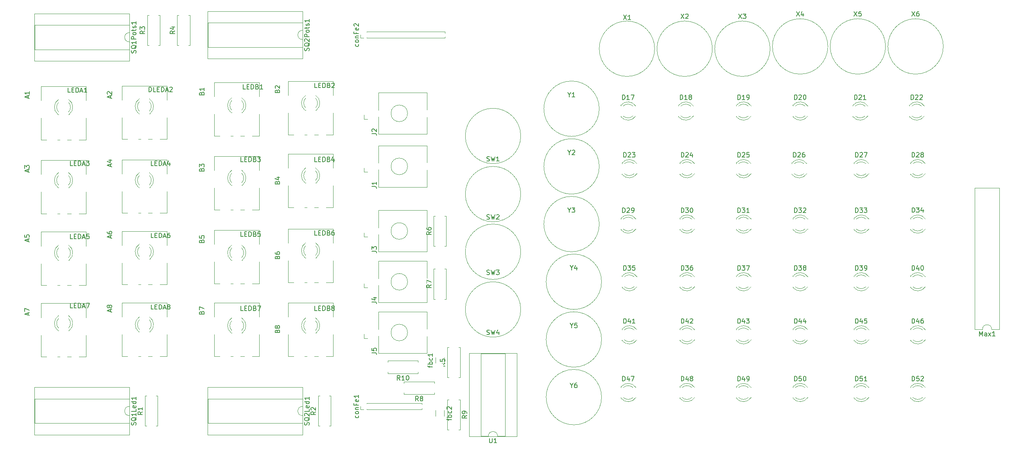
<source format=gto>
G04 #@! TF.GenerationSoftware,KiCad,Pcbnew,6.0.5-2.fc35*
G04 #@! TF.CreationDate,2022-07-06T13:12:01+02:00*
G04 #@! TF.ProjectId,front,66726f6e-742e-46b6-9963-61645f706362,rev?*
G04 #@! TF.SameCoordinates,Original*
G04 #@! TF.FileFunction,Legend,Top*
G04 #@! TF.FilePolarity,Positive*
%FSLAX46Y46*%
G04 Gerber Fmt 4.6, Leading zero omitted, Abs format (unit mm)*
G04 Created by KiCad (PCBNEW 6.0.5-2.fc35) date 2022-07-06 13:12:01*
%MOMM*%
%LPD*%
G01*
G04 APERTURE LIST*
%ADD10C,0.150000*%
%ADD11C,0.120000*%
%ADD12R,1.800000X1.800000*%
%ADD13C,1.800000*%
%ADD14C,1.600000*%
%ADD15O,1.600000X1.600000*%
%ADD16R,1.600000X1.600000*%
%ADD17O,2.000000X3.000000*%
%ADD18R,0.850000X0.850000*%
%ADD19O,0.850000X0.850000*%
%ADD20O,3.000000X2.000000*%
%ADD21O,2.720000X3.240000*%
%ADD22R,1.830000X1.930000*%
%ADD23C,2.130000*%
G04 APERTURE END LIST*
D10*
X178280714Y-76992380D02*
X178280714Y-75992380D01*
X178518809Y-75992380D01*
X178661666Y-76040000D01*
X178756904Y-76135238D01*
X178804523Y-76230476D01*
X178852142Y-76420952D01*
X178852142Y-76563809D01*
X178804523Y-76754285D01*
X178756904Y-76849523D01*
X178661666Y-76944761D01*
X178518809Y-76992380D01*
X178280714Y-76992380D01*
X179233095Y-76087619D02*
X179280714Y-76040000D01*
X179375952Y-75992380D01*
X179614047Y-75992380D01*
X179709285Y-76040000D01*
X179756904Y-76087619D01*
X179804523Y-76182857D01*
X179804523Y-76278095D01*
X179756904Y-76420952D01*
X179185476Y-76992380D01*
X179804523Y-76992380D01*
X180661666Y-76325714D02*
X180661666Y-76992380D01*
X180423571Y-75944761D02*
X180185476Y-76659047D01*
X180804523Y-76659047D01*
X61582380Y-132166666D02*
X61106190Y-132500000D01*
X61582380Y-132738095D02*
X60582380Y-132738095D01*
X60582380Y-132357142D01*
X60630000Y-132261904D01*
X60677619Y-132214285D01*
X60772857Y-132166666D01*
X60915714Y-132166666D01*
X61010952Y-132214285D01*
X61058571Y-132261904D01*
X61106190Y-132357142D01*
X61106190Y-132738095D01*
X61582380Y-131214285D02*
X61582380Y-131785714D01*
X61582380Y-131500000D02*
X60582380Y-131500000D01*
X60725238Y-131595238D01*
X60820476Y-131690476D01*
X60868095Y-131785714D01*
X60134761Y-54414761D02*
X60182380Y-54271904D01*
X60182380Y-54033809D01*
X60134761Y-53938571D01*
X60087142Y-53890952D01*
X59991904Y-53843333D01*
X59896666Y-53843333D01*
X59801428Y-53890952D01*
X59753809Y-53938571D01*
X59706190Y-54033809D01*
X59658571Y-54224285D01*
X59610952Y-54319523D01*
X59563333Y-54367142D01*
X59468095Y-54414761D01*
X59372857Y-54414761D01*
X59277619Y-54367142D01*
X59230000Y-54319523D01*
X59182380Y-54224285D01*
X59182380Y-53986190D01*
X59230000Y-53843333D01*
X60277619Y-52748095D02*
X60230000Y-52843333D01*
X60134761Y-52938571D01*
X59991904Y-53081428D01*
X59944285Y-53176666D01*
X59944285Y-53271904D01*
X60182380Y-53224285D02*
X60134761Y-53319523D01*
X60039523Y-53414761D01*
X59849047Y-53462380D01*
X59515714Y-53462380D01*
X59325238Y-53414761D01*
X59230000Y-53319523D01*
X59182380Y-53224285D01*
X59182380Y-53033809D01*
X59230000Y-52938571D01*
X59325238Y-52843333D01*
X59515714Y-52795714D01*
X59849047Y-52795714D01*
X60039523Y-52843333D01*
X60134761Y-52938571D01*
X60182380Y-53033809D01*
X60182380Y-53224285D01*
X60182380Y-51843333D02*
X60182380Y-52414761D01*
X60182380Y-52129047D02*
X59182380Y-52129047D01*
X59325238Y-52224285D01*
X59420476Y-52319523D01*
X59468095Y-52414761D01*
X60182380Y-51414761D02*
X59182380Y-51414761D01*
X59182380Y-51033809D01*
X59230000Y-50938571D01*
X59277619Y-50890952D01*
X59372857Y-50843333D01*
X59515714Y-50843333D01*
X59610952Y-50890952D01*
X59658571Y-50938571D01*
X59706190Y-51033809D01*
X59706190Y-51414761D01*
X60182380Y-50271904D02*
X60134761Y-50367142D01*
X60087142Y-50414761D01*
X59991904Y-50462380D01*
X59706190Y-50462380D01*
X59610952Y-50414761D01*
X59563333Y-50367142D01*
X59515714Y-50271904D01*
X59515714Y-50129047D01*
X59563333Y-50033809D01*
X59610952Y-49986190D01*
X59706190Y-49938571D01*
X59991904Y-49938571D01*
X60087142Y-49986190D01*
X60134761Y-50033809D01*
X60182380Y-50129047D01*
X60182380Y-50271904D01*
X59515714Y-49652857D02*
X59515714Y-49271904D01*
X59182380Y-49510000D02*
X60039523Y-49510000D01*
X60134761Y-49462380D01*
X60182380Y-49367142D01*
X60182380Y-49271904D01*
X60134761Y-48986190D02*
X60182380Y-48890952D01*
X60182380Y-48700476D01*
X60134761Y-48605238D01*
X60039523Y-48557619D01*
X59991904Y-48557619D01*
X59896666Y-48605238D01*
X59849047Y-48700476D01*
X59849047Y-48843333D01*
X59801428Y-48938571D01*
X59706190Y-48986190D01*
X59658571Y-48986190D01*
X59563333Y-48938571D01*
X59515714Y-48843333D01*
X59515714Y-48700476D01*
X59563333Y-48605238D01*
X60182380Y-47605238D02*
X60182380Y-48176666D01*
X60182380Y-47890952D02*
X59182380Y-47890952D01*
X59325238Y-47986190D01*
X59420476Y-48081428D01*
X59468095Y-48176666D01*
X202555714Y-76992380D02*
X202555714Y-75992380D01*
X202793809Y-75992380D01*
X202936666Y-76040000D01*
X203031904Y-76135238D01*
X203079523Y-76230476D01*
X203127142Y-76420952D01*
X203127142Y-76563809D01*
X203079523Y-76754285D01*
X203031904Y-76849523D01*
X202936666Y-76944761D01*
X202793809Y-76992380D01*
X202555714Y-76992380D01*
X203508095Y-76087619D02*
X203555714Y-76040000D01*
X203650952Y-75992380D01*
X203889047Y-75992380D01*
X203984285Y-76040000D01*
X204031904Y-76087619D01*
X204079523Y-76182857D01*
X204079523Y-76278095D01*
X204031904Y-76420952D01*
X203460476Y-76992380D01*
X204079523Y-76992380D01*
X204936666Y-75992380D02*
X204746190Y-75992380D01*
X204650952Y-76040000D01*
X204603333Y-76087619D01*
X204508095Y-76230476D01*
X204460476Y-76420952D01*
X204460476Y-76801904D01*
X204508095Y-76897142D01*
X204555714Y-76944761D01*
X204650952Y-76992380D01*
X204841428Y-76992380D01*
X204936666Y-76944761D01*
X204984285Y-76897142D01*
X205031904Y-76801904D01*
X205031904Y-76563809D01*
X204984285Y-76468571D01*
X204936666Y-76420952D01*
X204841428Y-76373333D01*
X204650952Y-76373333D01*
X204555714Y-76420952D01*
X204508095Y-76468571D01*
X204460476Y-76563809D01*
X136166666Y-115404761D02*
X136309523Y-115452380D01*
X136547619Y-115452380D01*
X136642857Y-115404761D01*
X136690476Y-115357142D01*
X136738095Y-115261904D01*
X136738095Y-115166666D01*
X136690476Y-115071428D01*
X136642857Y-115023809D01*
X136547619Y-114976190D01*
X136357142Y-114928571D01*
X136261904Y-114880952D01*
X136214285Y-114833333D01*
X136166666Y-114738095D01*
X136166666Y-114642857D01*
X136214285Y-114547619D01*
X136261904Y-114500000D01*
X136357142Y-114452380D01*
X136595238Y-114452380D01*
X136738095Y-114500000D01*
X137071428Y-114452380D02*
X137309523Y-115452380D01*
X137500000Y-114738095D01*
X137690476Y-115452380D01*
X137928571Y-114452380D01*
X138738095Y-114785714D02*
X138738095Y-115452380D01*
X138500000Y-114404761D02*
X138261904Y-115119047D01*
X138880952Y-115119047D01*
X62082380Y-49666666D02*
X61606190Y-50000000D01*
X62082380Y-50238095D02*
X61082380Y-50238095D01*
X61082380Y-49857142D01*
X61130000Y-49761904D01*
X61177619Y-49714285D01*
X61272857Y-49666666D01*
X61415714Y-49666666D01*
X61510952Y-49714285D01*
X61558571Y-49761904D01*
X61606190Y-49857142D01*
X61606190Y-50238095D01*
X61082380Y-49333333D02*
X61082380Y-48714285D01*
X61463333Y-49047619D01*
X61463333Y-48904761D01*
X61510952Y-48809523D01*
X61558571Y-48761904D01*
X61653809Y-48714285D01*
X61891904Y-48714285D01*
X61987142Y-48761904D01*
X62034761Y-48809523D01*
X62082380Y-48904761D01*
X62082380Y-49190476D01*
X62034761Y-49285714D01*
X61987142Y-49333333D01*
X45952380Y-62952380D02*
X45476190Y-62952380D01*
X45476190Y-61952380D01*
X46285714Y-62428571D02*
X46619047Y-62428571D01*
X46761904Y-62952380D02*
X46285714Y-62952380D01*
X46285714Y-61952380D01*
X46761904Y-61952380D01*
X47190476Y-62952380D02*
X47190476Y-61952380D01*
X47428571Y-61952380D01*
X47571428Y-62000000D01*
X47666666Y-62095238D01*
X47714285Y-62190476D01*
X47761904Y-62380952D01*
X47761904Y-62523809D01*
X47714285Y-62714285D01*
X47666666Y-62809523D01*
X47571428Y-62904761D01*
X47428571Y-62952380D01*
X47190476Y-62952380D01*
X48142857Y-62666666D02*
X48619047Y-62666666D01*
X48047619Y-62952380D02*
X48380952Y-61952380D01*
X48714285Y-62952380D01*
X49571428Y-62952380D02*
X49000000Y-62952380D01*
X49285714Y-62952380D02*
X49285714Y-61952380D01*
X49190476Y-62095238D01*
X49095238Y-62190476D01*
X49000000Y-62238095D01*
X228240714Y-76992380D02*
X228240714Y-75992380D01*
X228478809Y-75992380D01*
X228621666Y-76040000D01*
X228716904Y-76135238D01*
X228764523Y-76230476D01*
X228812142Y-76420952D01*
X228812142Y-76563809D01*
X228764523Y-76754285D01*
X228716904Y-76849523D01*
X228621666Y-76944761D01*
X228478809Y-76992380D01*
X228240714Y-76992380D01*
X229193095Y-76087619D02*
X229240714Y-76040000D01*
X229335952Y-75992380D01*
X229574047Y-75992380D01*
X229669285Y-76040000D01*
X229716904Y-76087619D01*
X229764523Y-76182857D01*
X229764523Y-76278095D01*
X229716904Y-76420952D01*
X229145476Y-76992380D01*
X229764523Y-76992380D01*
X230335952Y-76420952D02*
X230240714Y-76373333D01*
X230193095Y-76325714D01*
X230145476Y-76230476D01*
X230145476Y-76182857D01*
X230193095Y-76087619D01*
X230240714Y-76040000D01*
X230335952Y-75992380D01*
X230526428Y-75992380D01*
X230621666Y-76040000D01*
X230669285Y-76087619D01*
X230716904Y-76182857D01*
X230716904Y-76230476D01*
X230669285Y-76325714D01*
X230621666Y-76373333D01*
X230526428Y-76420952D01*
X230335952Y-76420952D01*
X230240714Y-76468571D01*
X230193095Y-76516190D01*
X230145476Y-76611428D01*
X230145476Y-76801904D01*
X230193095Y-76897142D01*
X230240714Y-76944761D01*
X230335952Y-76992380D01*
X230526428Y-76992380D01*
X230621666Y-76944761D01*
X230669285Y-76897142D01*
X230716904Y-76801904D01*
X230716904Y-76611428D01*
X230669285Y-76516190D01*
X230621666Y-76468571D01*
X230526428Y-76420952D01*
X108344761Y-133000000D02*
X108392380Y-133095238D01*
X108392380Y-133285714D01*
X108344761Y-133380952D01*
X108297142Y-133428571D01*
X108201904Y-133476190D01*
X107916190Y-133476190D01*
X107820952Y-133428571D01*
X107773333Y-133380952D01*
X107725714Y-133285714D01*
X107725714Y-133095238D01*
X107773333Y-133000000D01*
X108392380Y-132428571D02*
X108344761Y-132523809D01*
X108297142Y-132571428D01*
X108201904Y-132619047D01*
X107916190Y-132619047D01*
X107820952Y-132571428D01*
X107773333Y-132523809D01*
X107725714Y-132428571D01*
X107725714Y-132285714D01*
X107773333Y-132190476D01*
X107820952Y-132142857D01*
X107916190Y-132095238D01*
X108201904Y-132095238D01*
X108297142Y-132142857D01*
X108344761Y-132190476D01*
X108392380Y-132285714D01*
X108392380Y-132428571D01*
X107725714Y-131666666D02*
X108392380Y-131666666D01*
X107820952Y-131666666D02*
X107773333Y-131619047D01*
X107725714Y-131523809D01*
X107725714Y-131380952D01*
X107773333Y-131285714D01*
X107868571Y-131238095D01*
X108392380Y-131238095D01*
X107868571Y-130428571D02*
X107868571Y-130761904D01*
X108392380Y-130761904D02*
X107392380Y-130761904D01*
X107392380Y-130285714D01*
X108344761Y-129523809D02*
X108392380Y-129619047D01*
X108392380Y-129809523D01*
X108344761Y-129904761D01*
X108249523Y-129952380D01*
X107868571Y-129952380D01*
X107773333Y-129904761D01*
X107725714Y-129809523D01*
X107725714Y-129619047D01*
X107773333Y-129523809D01*
X107868571Y-129476190D01*
X107963809Y-129476190D01*
X108059047Y-129952380D01*
X108392380Y-128523809D02*
X108392380Y-129095238D01*
X108392380Y-128809523D02*
X107392380Y-128809523D01*
X107535238Y-128904761D01*
X107630476Y-129000000D01*
X107678095Y-129095238D01*
X46452380Y-94677380D02*
X45976190Y-94677380D01*
X45976190Y-93677380D01*
X46785714Y-94153571D02*
X47119047Y-94153571D01*
X47261904Y-94677380D02*
X46785714Y-94677380D01*
X46785714Y-93677380D01*
X47261904Y-93677380D01*
X47690476Y-94677380D02*
X47690476Y-93677380D01*
X47928571Y-93677380D01*
X48071428Y-93725000D01*
X48166666Y-93820238D01*
X48214285Y-93915476D01*
X48261904Y-94105952D01*
X48261904Y-94248809D01*
X48214285Y-94439285D01*
X48166666Y-94534523D01*
X48071428Y-94629761D01*
X47928571Y-94677380D01*
X47690476Y-94677380D01*
X48642857Y-94391666D02*
X49119047Y-94391666D01*
X48547619Y-94677380D02*
X48880952Y-93677380D01*
X49214285Y-94677380D01*
X50023809Y-93677380D02*
X49547619Y-93677380D01*
X49500000Y-94153571D01*
X49547619Y-94105952D01*
X49642857Y-94058333D01*
X49880952Y-94058333D01*
X49976190Y-94105952D01*
X50023809Y-94153571D01*
X50071428Y-94248809D01*
X50071428Y-94486904D01*
X50023809Y-94582142D01*
X49976190Y-94629761D01*
X49880952Y-94677380D01*
X49642857Y-94677380D01*
X49547619Y-94629761D01*
X49500000Y-94582142D01*
X136728095Y-137907380D02*
X136728095Y-138716904D01*
X136775714Y-138812142D01*
X136823333Y-138859761D01*
X136918571Y-138907380D01*
X137109047Y-138907380D01*
X137204285Y-138859761D01*
X137251904Y-138812142D01*
X137299523Y-138716904D01*
X137299523Y-137907380D01*
X138299523Y-138907380D02*
X137728095Y-138907380D01*
X138013809Y-138907380D02*
X138013809Y-137907380D01*
X137918571Y-138050238D01*
X137823333Y-138145476D01*
X137728095Y-138193095D01*
X165780714Y-76992380D02*
X165780714Y-75992380D01*
X166018809Y-75992380D01*
X166161666Y-76040000D01*
X166256904Y-76135238D01*
X166304523Y-76230476D01*
X166352142Y-76420952D01*
X166352142Y-76563809D01*
X166304523Y-76754285D01*
X166256904Y-76849523D01*
X166161666Y-76944761D01*
X166018809Y-76992380D01*
X165780714Y-76992380D01*
X166733095Y-76087619D02*
X166780714Y-76040000D01*
X166875952Y-75992380D01*
X167114047Y-75992380D01*
X167209285Y-76040000D01*
X167256904Y-76087619D01*
X167304523Y-76182857D01*
X167304523Y-76278095D01*
X167256904Y-76420952D01*
X166685476Y-76992380D01*
X167304523Y-76992380D01*
X167637857Y-75992380D02*
X168256904Y-75992380D01*
X167923571Y-76373333D01*
X168066428Y-76373333D01*
X168161666Y-76420952D01*
X168209285Y-76468571D01*
X168256904Y-76563809D01*
X168256904Y-76801904D01*
X168209285Y-76897142D01*
X168161666Y-76944761D01*
X168066428Y-76992380D01*
X167780714Y-76992380D01*
X167685476Y-76944761D01*
X167637857Y-76897142D01*
X62976190Y-62802380D02*
X62976190Y-61802380D01*
X63214285Y-61802380D01*
X63357142Y-61850000D01*
X63452380Y-61945238D01*
X63500000Y-62040476D01*
X63547619Y-62230952D01*
X63547619Y-62373809D01*
X63500000Y-62564285D01*
X63452380Y-62659523D01*
X63357142Y-62754761D01*
X63214285Y-62802380D01*
X62976190Y-62802380D01*
X64452380Y-62802380D02*
X63976190Y-62802380D01*
X63976190Y-61802380D01*
X64785714Y-62278571D02*
X65119047Y-62278571D01*
X65261904Y-62802380D02*
X64785714Y-62802380D01*
X64785714Y-61802380D01*
X65261904Y-61802380D01*
X65690476Y-62802380D02*
X65690476Y-61802380D01*
X65928571Y-61802380D01*
X66071428Y-61850000D01*
X66166666Y-61945238D01*
X66214285Y-62040476D01*
X66261904Y-62230952D01*
X66261904Y-62373809D01*
X66214285Y-62564285D01*
X66166666Y-62659523D01*
X66071428Y-62754761D01*
X65928571Y-62802380D01*
X65690476Y-62802380D01*
X66642857Y-62516666D02*
X67119047Y-62516666D01*
X66547619Y-62802380D02*
X66880952Y-61802380D01*
X67214285Y-62802380D01*
X67500000Y-61897619D02*
X67547619Y-61850000D01*
X67642857Y-61802380D01*
X67880952Y-61802380D01*
X67976190Y-61850000D01*
X68023809Y-61897619D01*
X68071428Y-61992857D01*
X68071428Y-62088095D01*
X68023809Y-62230952D01*
X67452380Y-62802380D01*
X68071428Y-62802380D01*
X190690476Y-45952380D02*
X191357142Y-46952380D01*
X191357142Y-45952380D02*
X190690476Y-46952380D01*
X191642857Y-45952380D02*
X192261904Y-45952380D01*
X191928571Y-46333333D01*
X192071428Y-46333333D01*
X192166666Y-46380952D01*
X192214285Y-46428571D01*
X192261904Y-46523809D01*
X192261904Y-46761904D01*
X192214285Y-46857142D01*
X192166666Y-46904761D01*
X192071428Y-46952380D01*
X191785714Y-46952380D01*
X191690476Y-46904761D01*
X191642857Y-46857142D01*
X90788571Y-82469761D02*
X90836190Y-82326904D01*
X90883809Y-82279285D01*
X90979047Y-82231666D01*
X91121904Y-82231666D01*
X91217142Y-82279285D01*
X91264761Y-82326904D01*
X91312380Y-82422142D01*
X91312380Y-82803095D01*
X90312380Y-82803095D01*
X90312380Y-82469761D01*
X90360000Y-82374523D01*
X90407619Y-82326904D01*
X90502857Y-82279285D01*
X90598095Y-82279285D01*
X90693333Y-82326904D01*
X90740952Y-82374523D01*
X90788571Y-82469761D01*
X90788571Y-82803095D01*
X90645714Y-81374523D02*
X91312380Y-81374523D01*
X90264761Y-81612619D02*
X90979047Y-81850714D01*
X90979047Y-81231666D01*
X54666666Y-94489285D02*
X54666666Y-94013095D01*
X54952380Y-94584523D02*
X53952380Y-94251190D01*
X54952380Y-93917857D01*
X53952380Y-93155952D02*
X53952380Y-93346428D01*
X54000000Y-93441666D01*
X54047619Y-93489285D01*
X54190476Y-93584523D01*
X54380952Y-93632142D01*
X54761904Y-93632142D01*
X54857142Y-93584523D01*
X54904761Y-93536904D01*
X54952380Y-93441666D01*
X54952380Y-93251190D01*
X54904761Y-93155952D01*
X54857142Y-93108333D01*
X54761904Y-93060714D01*
X54523809Y-93060714D01*
X54428571Y-93108333D01*
X54380952Y-93155952D01*
X54333333Y-93251190D01*
X54333333Y-93441666D01*
X54380952Y-93536904D01*
X54428571Y-93584523D01*
X54523809Y-93632142D01*
X190515714Y-112992380D02*
X190515714Y-111992380D01*
X190753809Y-111992380D01*
X190896666Y-112040000D01*
X190991904Y-112135238D01*
X191039523Y-112230476D01*
X191087142Y-112420952D01*
X191087142Y-112563809D01*
X191039523Y-112754285D01*
X190991904Y-112849523D01*
X190896666Y-112944761D01*
X190753809Y-112992380D01*
X190515714Y-112992380D01*
X191944285Y-112325714D02*
X191944285Y-112992380D01*
X191706190Y-111944761D02*
X191468095Y-112659047D01*
X192087142Y-112659047D01*
X192372857Y-111992380D02*
X192991904Y-111992380D01*
X192658571Y-112373333D01*
X192801428Y-112373333D01*
X192896666Y-112420952D01*
X192944285Y-112468571D01*
X192991904Y-112563809D01*
X192991904Y-112801904D01*
X192944285Y-112897142D01*
X192896666Y-112944761D01*
X192801428Y-112992380D01*
X192515714Y-112992380D01*
X192420476Y-112944761D01*
X192372857Y-112897142D01*
X228245714Y-88952380D02*
X228245714Y-87952380D01*
X228483809Y-87952380D01*
X228626666Y-88000000D01*
X228721904Y-88095238D01*
X228769523Y-88190476D01*
X228817142Y-88380952D01*
X228817142Y-88523809D01*
X228769523Y-88714285D01*
X228721904Y-88809523D01*
X228626666Y-88904761D01*
X228483809Y-88952380D01*
X228245714Y-88952380D01*
X229150476Y-87952380D02*
X229769523Y-87952380D01*
X229436190Y-88333333D01*
X229579047Y-88333333D01*
X229674285Y-88380952D01*
X229721904Y-88428571D01*
X229769523Y-88523809D01*
X229769523Y-88761904D01*
X229721904Y-88857142D01*
X229674285Y-88904761D01*
X229579047Y-88952380D01*
X229293333Y-88952380D01*
X229198095Y-88904761D01*
X229150476Y-88857142D01*
X230626666Y-88285714D02*
X230626666Y-88952380D01*
X230388571Y-87904761D02*
X230150476Y-88619047D01*
X230769523Y-88619047D01*
X202780714Y-88992380D02*
X202780714Y-87992380D01*
X203018809Y-87992380D01*
X203161666Y-88040000D01*
X203256904Y-88135238D01*
X203304523Y-88230476D01*
X203352142Y-88420952D01*
X203352142Y-88563809D01*
X203304523Y-88754285D01*
X203256904Y-88849523D01*
X203161666Y-88944761D01*
X203018809Y-88992380D01*
X202780714Y-88992380D01*
X203685476Y-87992380D02*
X204304523Y-87992380D01*
X203971190Y-88373333D01*
X204114047Y-88373333D01*
X204209285Y-88420952D01*
X204256904Y-88468571D01*
X204304523Y-88563809D01*
X204304523Y-88801904D01*
X204256904Y-88897142D01*
X204209285Y-88944761D01*
X204114047Y-88992380D01*
X203828333Y-88992380D01*
X203733095Y-88944761D01*
X203685476Y-88897142D01*
X204685476Y-88087619D02*
X204733095Y-88040000D01*
X204828333Y-87992380D01*
X205066428Y-87992380D01*
X205161666Y-88040000D01*
X205209285Y-88087619D01*
X205256904Y-88182857D01*
X205256904Y-88278095D01*
X205209285Y-88420952D01*
X204637857Y-88992380D01*
X205256904Y-88992380D01*
X99380952Y-77952380D02*
X98904761Y-77952380D01*
X98904761Y-76952380D01*
X99714285Y-77428571D02*
X100047619Y-77428571D01*
X100190476Y-77952380D02*
X99714285Y-77952380D01*
X99714285Y-76952380D01*
X100190476Y-76952380D01*
X100619047Y-77952380D02*
X100619047Y-76952380D01*
X100857142Y-76952380D01*
X101000000Y-77000000D01*
X101095238Y-77095238D01*
X101142857Y-77190476D01*
X101190476Y-77380952D01*
X101190476Y-77523809D01*
X101142857Y-77714285D01*
X101095238Y-77809523D01*
X101000000Y-77904761D01*
X100857142Y-77952380D01*
X100619047Y-77952380D01*
X101952380Y-77428571D02*
X102095238Y-77476190D01*
X102142857Y-77523809D01*
X102190476Y-77619047D01*
X102190476Y-77761904D01*
X102142857Y-77857142D01*
X102095238Y-77904761D01*
X102000000Y-77952380D01*
X101619047Y-77952380D01*
X101619047Y-76952380D01*
X101952380Y-76952380D01*
X102047619Y-77000000D01*
X102095238Y-77047619D01*
X102142857Y-77142857D01*
X102142857Y-77238095D01*
X102095238Y-77333333D01*
X102047619Y-77380952D01*
X101952380Y-77428571D01*
X101619047Y-77428571D01*
X103047619Y-77285714D02*
X103047619Y-77952380D01*
X102809523Y-76904761D02*
X102571428Y-77619047D01*
X103190476Y-77619047D01*
X74428571Y-95179761D02*
X74476190Y-95036904D01*
X74523809Y-94989285D01*
X74619047Y-94941666D01*
X74761904Y-94941666D01*
X74857142Y-94989285D01*
X74904761Y-95036904D01*
X74952380Y-95132142D01*
X74952380Y-95513095D01*
X73952380Y-95513095D01*
X73952380Y-95179761D01*
X74000000Y-95084523D01*
X74047619Y-95036904D01*
X74142857Y-94989285D01*
X74238095Y-94989285D01*
X74333333Y-95036904D01*
X74380952Y-95084523D01*
X74428571Y-95179761D01*
X74428571Y-95513095D01*
X73952380Y-94036904D02*
X73952380Y-94513095D01*
X74428571Y-94560714D01*
X74380952Y-94513095D01*
X74333333Y-94417857D01*
X74333333Y-94179761D01*
X74380952Y-94084523D01*
X74428571Y-94036904D01*
X74523809Y-93989285D01*
X74761904Y-93989285D01*
X74857142Y-94036904D01*
X74904761Y-94084523D01*
X74952380Y-94179761D01*
X74952380Y-94417857D01*
X74904761Y-94513095D01*
X74857142Y-94560714D01*
X99380952Y-110227380D02*
X98904761Y-110227380D01*
X98904761Y-109227380D01*
X99714285Y-109703571D02*
X100047619Y-109703571D01*
X100190476Y-110227380D02*
X99714285Y-110227380D01*
X99714285Y-109227380D01*
X100190476Y-109227380D01*
X100619047Y-110227380D02*
X100619047Y-109227380D01*
X100857142Y-109227380D01*
X101000000Y-109275000D01*
X101095238Y-109370238D01*
X101142857Y-109465476D01*
X101190476Y-109655952D01*
X101190476Y-109798809D01*
X101142857Y-109989285D01*
X101095238Y-110084523D01*
X101000000Y-110179761D01*
X100857142Y-110227380D01*
X100619047Y-110227380D01*
X101952380Y-109703571D02*
X102095238Y-109751190D01*
X102142857Y-109798809D01*
X102190476Y-109894047D01*
X102190476Y-110036904D01*
X102142857Y-110132142D01*
X102095238Y-110179761D01*
X102000000Y-110227380D01*
X101619047Y-110227380D01*
X101619047Y-109227380D01*
X101952380Y-109227380D01*
X102047619Y-109275000D01*
X102095238Y-109322619D01*
X102142857Y-109417857D01*
X102142857Y-109513095D01*
X102095238Y-109608333D01*
X102047619Y-109655952D01*
X101952380Y-109703571D01*
X101619047Y-109703571D01*
X102761904Y-109655952D02*
X102666666Y-109608333D01*
X102619047Y-109560714D01*
X102571428Y-109465476D01*
X102571428Y-109417857D01*
X102619047Y-109322619D01*
X102666666Y-109275000D01*
X102761904Y-109227380D01*
X102952380Y-109227380D01*
X103047619Y-109275000D01*
X103095238Y-109322619D01*
X103142857Y-109417857D01*
X103142857Y-109465476D01*
X103095238Y-109560714D01*
X103047619Y-109608333D01*
X102952380Y-109655952D01*
X102761904Y-109655952D01*
X102666666Y-109703571D01*
X102619047Y-109751190D01*
X102571428Y-109846428D01*
X102571428Y-110036904D01*
X102619047Y-110132142D01*
X102666666Y-110179761D01*
X102761904Y-110227380D01*
X102952380Y-110227380D01*
X103047619Y-110179761D01*
X103095238Y-110132142D01*
X103142857Y-110036904D01*
X103142857Y-109846428D01*
X103095238Y-109751190D01*
X103047619Y-109703571D01*
X102952380Y-109655952D01*
X54666666Y-110489285D02*
X54666666Y-110013095D01*
X54952380Y-110584523D02*
X53952380Y-110251190D01*
X54952380Y-109917857D01*
X54380952Y-109441666D02*
X54333333Y-109536904D01*
X54285714Y-109584523D01*
X54190476Y-109632142D01*
X54142857Y-109632142D01*
X54047619Y-109584523D01*
X54000000Y-109536904D01*
X53952380Y-109441666D01*
X53952380Y-109251190D01*
X54000000Y-109155952D01*
X54047619Y-109108333D01*
X54142857Y-109060714D01*
X54190476Y-109060714D01*
X54285714Y-109108333D01*
X54333333Y-109155952D01*
X54380952Y-109251190D01*
X54380952Y-109441666D01*
X54428571Y-109536904D01*
X54476190Y-109584523D01*
X54571428Y-109632142D01*
X54761904Y-109632142D01*
X54857142Y-109584523D01*
X54904761Y-109536904D01*
X54952380Y-109441666D01*
X54952380Y-109251190D01*
X54904761Y-109155952D01*
X54857142Y-109108333D01*
X54761904Y-109060714D01*
X54571428Y-109060714D01*
X54476190Y-109108333D01*
X54428571Y-109155952D01*
X54380952Y-109251190D01*
X154523809Y-113476190D02*
X154523809Y-113952380D01*
X154190476Y-112952380D02*
X154523809Y-113476190D01*
X154857142Y-112952380D01*
X155666666Y-112952380D02*
X155190476Y-112952380D01*
X155142857Y-113428571D01*
X155190476Y-113380952D01*
X155285714Y-113333333D01*
X155523809Y-113333333D01*
X155619047Y-113380952D01*
X155666666Y-113428571D01*
X155714285Y-113523809D01*
X155714285Y-113761904D01*
X155666666Y-113857142D01*
X155619047Y-113904761D01*
X155523809Y-113952380D01*
X155285714Y-113952380D01*
X155190476Y-113904761D01*
X155142857Y-113857142D01*
X190515714Y-125492380D02*
X190515714Y-124492380D01*
X190753809Y-124492380D01*
X190896666Y-124540000D01*
X190991904Y-124635238D01*
X191039523Y-124730476D01*
X191087142Y-124920952D01*
X191087142Y-125063809D01*
X191039523Y-125254285D01*
X190991904Y-125349523D01*
X190896666Y-125444761D01*
X190753809Y-125492380D01*
X190515714Y-125492380D01*
X191944285Y-124825714D02*
X191944285Y-125492380D01*
X191706190Y-124444761D02*
X191468095Y-125159047D01*
X192087142Y-125159047D01*
X192515714Y-125492380D02*
X192706190Y-125492380D01*
X192801428Y-125444761D01*
X192849047Y-125397142D01*
X192944285Y-125254285D01*
X192991904Y-125063809D01*
X192991904Y-124682857D01*
X192944285Y-124587619D01*
X192896666Y-124540000D01*
X192801428Y-124492380D01*
X192610952Y-124492380D01*
X192515714Y-124540000D01*
X192468095Y-124587619D01*
X192420476Y-124682857D01*
X192420476Y-124920952D01*
X192468095Y-125016190D01*
X192515714Y-125063809D01*
X192610952Y-125111428D01*
X192801428Y-125111428D01*
X192896666Y-125063809D01*
X192944285Y-125016190D01*
X192991904Y-124920952D01*
X46452380Y-78802380D02*
X45976190Y-78802380D01*
X45976190Y-77802380D01*
X46785714Y-78278571D02*
X47119047Y-78278571D01*
X47261904Y-78802380D02*
X46785714Y-78802380D01*
X46785714Y-77802380D01*
X47261904Y-77802380D01*
X47690476Y-78802380D02*
X47690476Y-77802380D01*
X47928571Y-77802380D01*
X48071428Y-77850000D01*
X48166666Y-77945238D01*
X48214285Y-78040476D01*
X48261904Y-78230952D01*
X48261904Y-78373809D01*
X48214285Y-78564285D01*
X48166666Y-78659523D01*
X48071428Y-78754761D01*
X47928571Y-78802380D01*
X47690476Y-78802380D01*
X48642857Y-78516666D02*
X49119047Y-78516666D01*
X48547619Y-78802380D02*
X48880952Y-77802380D01*
X49214285Y-78802380D01*
X49452380Y-77802380D02*
X50071428Y-77802380D01*
X49738095Y-78183333D01*
X49880952Y-78183333D01*
X49976190Y-78230952D01*
X50023809Y-78278571D01*
X50071428Y-78373809D01*
X50071428Y-78611904D01*
X50023809Y-78707142D01*
X49976190Y-78754761D01*
X49880952Y-78802380D01*
X49595238Y-78802380D01*
X49500000Y-78754761D01*
X49452380Y-78707142D01*
X216005714Y-125492380D02*
X216005714Y-124492380D01*
X216243809Y-124492380D01*
X216386666Y-124540000D01*
X216481904Y-124635238D01*
X216529523Y-124730476D01*
X216577142Y-124920952D01*
X216577142Y-125063809D01*
X216529523Y-125254285D01*
X216481904Y-125349523D01*
X216386666Y-125444761D01*
X216243809Y-125492380D01*
X216005714Y-125492380D01*
X217481904Y-124492380D02*
X217005714Y-124492380D01*
X216958095Y-124968571D01*
X217005714Y-124920952D01*
X217100952Y-124873333D01*
X217339047Y-124873333D01*
X217434285Y-124920952D01*
X217481904Y-124968571D01*
X217529523Y-125063809D01*
X217529523Y-125301904D01*
X217481904Y-125397142D01*
X217434285Y-125444761D01*
X217339047Y-125492380D01*
X217100952Y-125492380D01*
X217005714Y-125444761D01*
X216958095Y-125397142D01*
X218481904Y-125492380D02*
X217910476Y-125492380D01*
X218196190Y-125492380D02*
X218196190Y-124492380D01*
X218100952Y-124635238D01*
X218005714Y-124730476D01*
X217910476Y-124778095D01*
X54666666Y-64214285D02*
X54666666Y-63738095D01*
X54952380Y-64309523D02*
X53952380Y-63976190D01*
X54952380Y-63642857D01*
X54047619Y-63357142D02*
X54000000Y-63309523D01*
X53952380Y-63214285D01*
X53952380Y-62976190D01*
X54000000Y-62880952D01*
X54047619Y-62833333D01*
X54142857Y-62785714D01*
X54238095Y-62785714D01*
X54380952Y-62833333D01*
X54952380Y-63404761D01*
X54952380Y-62785714D01*
X83880952Y-62227380D02*
X83404761Y-62227380D01*
X83404761Y-61227380D01*
X84214285Y-61703571D02*
X84547619Y-61703571D01*
X84690476Y-62227380D02*
X84214285Y-62227380D01*
X84214285Y-61227380D01*
X84690476Y-61227380D01*
X85119047Y-62227380D02*
X85119047Y-61227380D01*
X85357142Y-61227380D01*
X85500000Y-61275000D01*
X85595238Y-61370238D01*
X85642857Y-61465476D01*
X85690476Y-61655952D01*
X85690476Y-61798809D01*
X85642857Y-61989285D01*
X85595238Y-62084523D01*
X85500000Y-62179761D01*
X85357142Y-62227380D01*
X85119047Y-62227380D01*
X86452380Y-61703571D02*
X86595238Y-61751190D01*
X86642857Y-61798809D01*
X86690476Y-61894047D01*
X86690476Y-62036904D01*
X86642857Y-62132142D01*
X86595238Y-62179761D01*
X86500000Y-62227380D01*
X86119047Y-62227380D01*
X86119047Y-61227380D01*
X86452380Y-61227380D01*
X86547619Y-61275000D01*
X86595238Y-61322619D01*
X86642857Y-61417857D01*
X86642857Y-61513095D01*
X86595238Y-61608333D01*
X86547619Y-61655952D01*
X86452380Y-61703571D01*
X86119047Y-61703571D01*
X87642857Y-62227380D02*
X87071428Y-62227380D01*
X87357142Y-62227380D02*
X87357142Y-61227380D01*
X87261904Y-61370238D01*
X87166666Y-61465476D01*
X87071428Y-61513095D01*
X97634761Y-135057619D02*
X97682380Y-134914761D01*
X97682380Y-134676666D01*
X97634761Y-134581428D01*
X97587142Y-134533809D01*
X97491904Y-134486190D01*
X97396666Y-134486190D01*
X97301428Y-134533809D01*
X97253809Y-134581428D01*
X97206190Y-134676666D01*
X97158571Y-134867142D01*
X97110952Y-134962380D01*
X97063333Y-135010000D01*
X96968095Y-135057619D01*
X96872857Y-135057619D01*
X96777619Y-135010000D01*
X96730000Y-134962380D01*
X96682380Y-134867142D01*
X96682380Y-134629047D01*
X96730000Y-134486190D01*
X97777619Y-133390952D02*
X97730000Y-133486190D01*
X97634761Y-133581428D01*
X97491904Y-133724285D01*
X97444285Y-133819523D01*
X97444285Y-133914761D01*
X97682380Y-133867142D02*
X97634761Y-133962380D01*
X97539523Y-134057619D01*
X97349047Y-134105238D01*
X97015714Y-134105238D01*
X96825238Y-134057619D01*
X96730000Y-133962380D01*
X96682380Y-133867142D01*
X96682380Y-133676666D01*
X96730000Y-133581428D01*
X96825238Y-133486190D01*
X97015714Y-133438571D01*
X97349047Y-133438571D01*
X97539523Y-133486190D01*
X97634761Y-133581428D01*
X97682380Y-133676666D01*
X97682380Y-133867142D01*
X96777619Y-133057619D02*
X96730000Y-133010000D01*
X96682380Y-132914761D01*
X96682380Y-132676666D01*
X96730000Y-132581428D01*
X96777619Y-132533809D01*
X96872857Y-132486190D01*
X96968095Y-132486190D01*
X97110952Y-132533809D01*
X97682380Y-133105238D01*
X97682380Y-132486190D01*
X97682380Y-131581428D02*
X97682380Y-132057619D01*
X96682380Y-132057619D01*
X97634761Y-130867142D02*
X97682380Y-130962380D01*
X97682380Y-131152857D01*
X97634761Y-131248095D01*
X97539523Y-131295714D01*
X97158571Y-131295714D01*
X97063333Y-131248095D01*
X97015714Y-131152857D01*
X97015714Y-130962380D01*
X97063333Y-130867142D01*
X97158571Y-130819523D01*
X97253809Y-130819523D01*
X97349047Y-131295714D01*
X97682380Y-129962380D02*
X96682380Y-129962380D01*
X97634761Y-129962380D02*
X97682380Y-130057619D01*
X97682380Y-130248095D01*
X97634761Y-130343333D01*
X97587142Y-130390952D01*
X97491904Y-130438571D01*
X97206190Y-130438571D01*
X97110952Y-130390952D01*
X97063333Y-130343333D01*
X97015714Y-130248095D01*
X97015714Y-130057619D01*
X97063333Y-129962380D01*
X97682380Y-128962380D02*
X97682380Y-129533809D01*
X97682380Y-129248095D02*
X96682380Y-129248095D01*
X96825238Y-129343333D01*
X96920476Y-129438571D01*
X96968095Y-129533809D01*
X228240714Y-125492380D02*
X228240714Y-124492380D01*
X228478809Y-124492380D01*
X228621666Y-124540000D01*
X228716904Y-124635238D01*
X228764523Y-124730476D01*
X228812142Y-124920952D01*
X228812142Y-125063809D01*
X228764523Y-125254285D01*
X228716904Y-125349523D01*
X228621666Y-125444761D01*
X228478809Y-125492380D01*
X228240714Y-125492380D01*
X229716904Y-124492380D02*
X229240714Y-124492380D01*
X229193095Y-124968571D01*
X229240714Y-124920952D01*
X229335952Y-124873333D01*
X229574047Y-124873333D01*
X229669285Y-124920952D01*
X229716904Y-124968571D01*
X229764523Y-125063809D01*
X229764523Y-125301904D01*
X229716904Y-125397142D01*
X229669285Y-125444761D01*
X229574047Y-125492380D01*
X229335952Y-125492380D01*
X229240714Y-125444761D01*
X229193095Y-125397142D01*
X230145476Y-124587619D02*
X230193095Y-124540000D01*
X230288333Y-124492380D01*
X230526428Y-124492380D01*
X230621666Y-124540000D01*
X230669285Y-124587619D01*
X230716904Y-124682857D01*
X230716904Y-124778095D01*
X230669285Y-124920952D01*
X230097857Y-125492380D01*
X230716904Y-125492380D01*
X46452380Y-109677380D02*
X45976190Y-109677380D01*
X45976190Y-108677380D01*
X46785714Y-109153571D02*
X47119047Y-109153571D01*
X47261904Y-109677380D02*
X46785714Y-109677380D01*
X46785714Y-108677380D01*
X47261904Y-108677380D01*
X47690476Y-109677380D02*
X47690476Y-108677380D01*
X47928571Y-108677380D01*
X48071428Y-108725000D01*
X48166666Y-108820238D01*
X48214285Y-108915476D01*
X48261904Y-109105952D01*
X48261904Y-109248809D01*
X48214285Y-109439285D01*
X48166666Y-109534523D01*
X48071428Y-109629761D01*
X47928571Y-109677380D01*
X47690476Y-109677380D01*
X48642857Y-109391666D02*
X49119047Y-109391666D01*
X48547619Y-109677380D02*
X48880952Y-108677380D01*
X49214285Y-109677380D01*
X49452380Y-108677380D02*
X50119047Y-108677380D01*
X49690476Y-109677380D01*
X178280714Y-88992380D02*
X178280714Y-87992380D01*
X178518809Y-87992380D01*
X178661666Y-88040000D01*
X178756904Y-88135238D01*
X178804523Y-88230476D01*
X178852142Y-88420952D01*
X178852142Y-88563809D01*
X178804523Y-88754285D01*
X178756904Y-88849523D01*
X178661666Y-88944761D01*
X178518809Y-88992380D01*
X178280714Y-88992380D01*
X179185476Y-87992380D02*
X179804523Y-87992380D01*
X179471190Y-88373333D01*
X179614047Y-88373333D01*
X179709285Y-88420952D01*
X179756904Y-88468571D01*
X179804523Y-88563809D01*
X179804523Y-88801904D01*
X179756904Y-88897142D01*
X179709285Y-88944761D01*
X179614047Y-88992380D01*
X179328333Y-88992380D01*
X179233095Y-88944761D01*
X179185476Y-88897142D01*
X180423571Y-87992380D02*
X180518809Y-87992380D01*
X180614047Y-88040000D01*
X180661666Y-88087619D01*
X180709285Y-88182857D01*
X180756904Y-88373333D01*
X180756904Y-88611428D01*
X180709285Y-88801904D01*
X180661666Y-88897142D01*
X180614047Y-88944761D01*
X180518809Y-88992380D01*
X180423571Y-88992380D01*
X180328333Y-88944761D01*
X180280714Y-88897142D01*
X180233095Y-88801904D01*
X180185476Y-88611428D01*
X180185476Y-88373333D01*
X180233095Y-88182857D01*
X180280714Y-88087619D01*
X180328333Y-88040000D01*
X180423571Y-87992380D01*
X202780714Y-112992380D02*
X202780714Y-111992380D01*
X203018809Y-111992380D01*
X203161666Y-112040000D01*
X203256904Y-112135238D01*
X203304523Y-112230476D01*
X203352142Y-112420952D01*
X203352142Y-112563809D01*
X203304523Y-112754285D01*
X203256904Y-112849523D01*
X203161666Y-112944761D01*
X203018809Y-112992380D01*
X202780714Y-112992380D01*
X204209285Y-112325714D02*
X204209285Y-112992380D01*
X203971190Y-111944761D02*
X203733095Y-112659047D01*
X204352142Y-112659047D01*
X205161666Y-112325714D02*
X205161666Y-112992380D01*
X204923571Y-111944761D02*
X204685476Y-112659047D01*
X205304523Y-112659047D01*
X36806666Y-64214285D02*
X36806666Y-63738095D01*
X37092380Y-64309523D02*
X36092380Y-63976190D01*
X37092380Y-63642857D01*
X37092380Y-62785714D02*
X37092380Y-63357142D01*
X37092380Y-63071428D02*
X36092380Y-63071428D01*
X36235238Y-63166666D01*
X36330476Y-63261904D01*
X36378095Y-63357142D01*
X203190476Y-45452380D02*
X203857142Y-46452380D01*
X203857142Y-45452380D02*
X203190476Y-46452380D01*
X204666666Y-45785714D02*
X204666666Y-46452380D01*
X204428571Y-45404761D02*
X204190476Y-46119047D01*
X204809523Y-46119047D01*
X154523809Y-126476190D02*
X154523809Y-126952380D01*
X154190476Y-125952380D02*
X154523809Y-126476190D01*
X154857142Y-125952380D01*
X155619047Y-125952380D02*
X155428571Y-125952380D01*
X155333333Y-126000000D01*
X155285714Y-126047619D01*
X155190476Y-126190476D01*
X155142857Y-126380952D01*
X155142857Y-126761904D01*
X155190476Y-126857142D01*
X155238095Y-126904761D01*
X155333333Y-126952380D01*
X155523809Y-126952380D01*
X155619047Y-126904761D01*
X155666666Y-126857142D01*
X155714285Y-126761904D01*
X155714285Y-126523809D01*
X155666666Y-126428571D01*
X155619047Y-126380952D01*
X155523809Y-126333333D01*
X155333333Y-126333333D01*
X155238095Y-126380952D01*
X155190476Y-126428571D01*
X155142857Y-126523809D01*
X63952380Y-94452380D02*
X63476190Y-94452380D01*
X63476190Y-93452380D01*
X64285714Y-93928571D02*
X64619047Y-93928571D01*
X64761904Y-94452380D02*
X64285714Y-94452380D01*
X64285714Y-93452380D01*
X64761904Y-93452380D01*
X65190476Y-94452380D02*
X65190476Y-93452380D01*
X65428571Y-93452380D01*
X65571428Y-93500000D01*
X65666666Y-93595238D01*
X65714285Y-93690476D01*
X65761904Y-93880952D01*
X65761904Y-94023809D01*
X65714285Y-94214285D01*
X65666666Y-94309523D01*
X65571428Y-94404761D01*
X65428571Y-94452380D01*
X65190476Y-94452380D01*
X66142857Y-94166666D02*
X66619047Y-94166666D01*
X66047619Y-94452380D02*
X66380952Y-93452380D01*
X66714285Y-94452380D01*
X67476190Y-93452380D02*
X67285714Y-93452380D01*
X67190476Y-93500000D01*
X67142857Y-93547619D01*
X67047619Y-93690476D01*
X67000000Y-93880952D01*
X67000000Y-94261904D01*
X67047619Y-94357142D01*
X67095238Y-94404761D01*
X67190476Y-94452380D01*
X67380952Y-94452380D01*
X67476190Y-94404761D01*
X67523809Y-94357142D01*
X67571428Y-94261904D01*
X67571428Y-94023809D01*
X67523809Y-93928571D01*
X67476190Y-93880952D01*
X67380952Y-93833333D01*
X67190476Y-93833333D01*
X67095238Y-93880952D01*
X67047619Y-93928571D01*
X67000000Y-94023809D01*
X190515714Y-88992380D02*
X190515714Y-87992380D01*
X190753809Y-87992380D01*
X190896666Y-88040000D01*
X190991904Y-88135238D01*
X191039523Y-88230476D01*
X191087142Y-88420952D01*
X191087142Y-88563809D01*
X191039523Y-88754285D01*
X190991904Y-88849523D01*
X190896666Y-88944761D01*
X190753809Y-88992380D01*
X190515714Y-88992380D01*
X191420476Y-87992380D02*
X192039523Y-87992380D01*
X191706190Y-88373333D01*
X191849047Y-88373333D01*
X191944285Y-88420952D01*
X191991904Y-88468571D01*
X192039523Y-88563809D01*
X192039523Y-88801904D01*
X191991904Y-88897142D01*
X191944285Y-88944761D01*
X191849047Y-88992380D01*
X191563333Y-88992380D01*
X191468095Y-88944761D01*
X191420476Y-88897142D01*
X192991904Y-88992380D02*
X192420476Y-88992380D01*
X192706190Y-88992380D02*
X192706190Y-87992380D01*
X192610952Y-88135238D01*
X192515714Y-88230476D01*
X192420476Y-88278095D01*
X111252380Y-119363333D02*
X111966666Y-119363333D01*
X112109523Y-119410952D01*
X112204761Y-119506190D01*
X112252380Y-119649047D01*
X112252380Y-119744285D01*
X111252380Y-118410952D02*
X111252380Y-118887142D01*
X111728571Y-118934761D01*
X111680952Y-118887142D01*
X111633333Y-118791904D01*
X111633333Y-118553809D01*
X111680952Y-118458571D01*
X111728571Y-118410952D01*
X111823809Y-118363333D01*
X112061904Y-118363333D01*
X112157142Y-118410952D01*
X112204761Y-118458571D01*
X112252380Y-118553809D01*
X112252380Y-118791904D01*
X112204761Y-118887142D01*
X112157142Y-118934761D01*
X83380952Y-110227380D02*
X82904761Y-110227380D01*
X82904761Y-109227380D01*
X83714285Y-109703571D02*
X84047619Y-109703571D01*
X84190476Y-110227380D02*
X83714285Y-110227380D01*
X83714285Y-109227380D01*
X84190476Y-109227380D01*
X84619047Y-110227380D02*
X84619047Y-109227380D01*
X84857142Y-109227380D01*
X85000000Y-109275000D01*
X85095238Y-109370238D01*
X85142857Y-109465476D01*
X85190476Y-109655952D01*
X85190476Y-109798809D01*
X85142857Y-109989285D01*
X85095238Y-110084523D01*
X85000000Y-110179761D01*
X84857142Y-110227380D01*
X84619047Y-110227380D01*
X85952380Y-109703571D02*
X86095238Y-109751190D01*
X86142857Y-109798809D01*
X86190476Y-109894047D01*
X86190476Y-110036904D01*
X86142857Y-110132142D01*
X86095238Y-110179761D01*
X86000000Y-110227380D01*
X85619047Y-110227380D01*
X85619047Y-109227380D01*
X85952380Y-109227380D01*
X86047619Y-109275000D01*
X86095238Y-109322619D01*
X86142857Y-109417857D01*
X86142857Y-109513095D01*
X86095238Y-109608333D01*
X86047619Y-109655952D01*
X85952380Y-109703571D01*
X85619047Y-109703571D01*
X86523809Y-109227380D02*
X87190476Y-109227380D01*
X86761904Y-110227380D01*
X121333333Y-129822380D02*
X121000000Y-129346190D01*
X120761904Y-129822380D02*
X120761904Y-128822380D01*
X121142857Y-128822380D01*
X121238095Y-128870000D01*
X121285714Y-128917619D01*
X121333333Y-129012857D01*
X121333333Y-129155714D01*
X121285714Y-129250952D01*
X121238095Y-129298571D01*
X121142857Y-129346190D01*
X120761904Y-129346190D01*
X121904761Y-129250952D02*
X121809523Y-129203333D01*
X121761904Y-129155714D01*
X121714285Y-129060476D01*
X121714285Y-129012857D01*
X121761904Y-128917619D01*
X121809523Y-128870000D01*
X121904761Y-128822380D01*
X122095238Y-128822380D01*
X122190476Y-128870000D01*
X122238095Y-128917619D01*
X122285714Y-129012857D01*
X122285714Y-129060476D01*
X122238095Y-129155714D01*
X122190476Y-129203333D01*
X122095238Y-129250952D01*
X121904761Y-129250952D01*
X121809523Y-129298571D01*
X121761904Y-129346190D01*
X121714285Y-129441428D01*
X121714285Y-129631904D01*
X121761904Y-129727142D01*
X121809523Y-129774761D01*
X121904761Y-129822380D01*
X122095238Y-129822380D01*
X122190476Y-129774761D01*
X122238095Y-129727142D01*
X122285714Y-129631904D01*
X122285714Y-129441428D01*
X122238095Y-129346190D01*
X122190476Y-129298571D01*
X122095238Y-129250952D01*
X165780714Y-101492380D02*
X165780714Y-100492380D01*
X166018809Y-100492380D01*
X166161666Y-100540000D01*
X166256904Y-100635238D01*
X166304523Y-100730476D01*
X166352142Y-100920952D01*
X166352142Y-101063809D01*
X166304523Y-101254285D01*
X166256904Y-101349523D01*
X166161666Y-101444761D01*
X166018809Y-101492380D01*
X165780714Y-101492380D01*
X166685476Y-100492380D02*
X167304523Y-100492380D01*
X166971190Y-100873333D01*
X167114047Y-100873333D01*
X167209285Y-100920952D01*
X167256904Y-100968571D01*
X167304523Y-101063809D01*
X167304523Y-101301904D01*
X167256904Y-101397142D01*
X167209285Y-101444761D01*
X167114047Y-101492380D01*
X166828333Y-101492380D01*
X166733095Y-101444761D01*
X166685476Y-101397142D01*
X168209285Y-100492380D02*
X167733095Y-100492380D01*
X167685476Y-100968571D01*
X167733095Y-100920952D01*
X167828333Y-100873333D01*
X168066428Y-100873333D01*
X168161666Y-100920952D01*
X168209285Y-100968571D01*
X168256904Y-101063809D01*
X168256904Y-101301904D01*
X168209285Y-101397142D01*
X168161666Y-101444761D01*
X168066428Y-101492380D01*
X167828333Y-101492380D01*
X167733095Y-101444761D01*
X167685476Y-101397142D01*
X242823333Y-115757380D02*
X242823333Y-114757380D01*
X243156666Y-115471666D01*
X243490000Y-114757380D01*
X243490000Y-115757380D01*
X244394761Y-115757380D02*
X244394761Y-115233571D01*
X244347142Y-115138333D01*
X244251904Y-115090714D01*
X244061428Y-115090714D01*
X243966190Y-115138333D01*
X244394761Y-115709761D02*
X244299523Y-115757380D01*
X244061428Y-115757380D01*
X243966190Y-115709761D01*
X243918571Y-115614523D01*
X243918571Y-115519285D01*
X243966190Y-115424047D01*
X244061428Y-115376428D01*
X244299523Y-115376428D01*
X244394761Y-115328809D01*
X244775714Y-115757380D02*
X245299523Y-115090714D01*
X244775714Y-115090714D02*
X245299523Y-115757380D01*
X246204285Y-115757380D02*
X245632857Y-115757380D01*
X245918571Y-115757380D02*
X245918571Y-114757380D01*
X245823333Y-114900238D01*
X245728095Y-114995476D01*
X245632857Y-115043095D01*
X124082380Y-93166666D02*
X123606190Y-93500000D01*
X124082380Y-93738095D02*
X123082380Y-93738095D01*
X123082380Y-93357142D01*
X123130000Y-93261904D01*
X123177619Y-93214285D01*
X123272857Y-93166666D01*
X123415714Y-93166666D01*
X123510952Y-93214285D01*
X123558571Y-93261904D01*
X123606190Y-93357142D01*
X123606190Y-93738095D01*
X123082380Y-92309523D02*
X123082380Y-92500000D01*
X123130000Y-92595238D01*
X123177619Y-92642857D01*
X123320476Y-92738095D01*
X123510952Y-92785714D01*
X123891904Y-92785714D01*
X123987142Y-92738095D01*
X124034761Y-92690476D01*
X124082380Y-92595238D01*
X124082380Y-92404761D01*
X124034761Y-92309523D01*
X123987142Y-92261904D01*
X123891904Y-92214285D01*
X123653809Y-92214285D01*
X123558571Y-92261904D01*
X123510952Y-92309523D01*
X123463333Y-92404761D01*
X123463333Y-92595238D01*
X123510952Y-92690476D01*
X123558571Y-92738095D01*
X123653809Y-92785714D01*
X154523809Y-100976190D02*
X154523809Y-101452380D01*
X154190476Y-100452380D02*
X154523809Y-100976190D01*
X154857142Y-100452380D01*
X155619047Y-100785714D02*
X155619047Y-101452380D01*
X155380952Y-100404761D02*
X155142857Y-101119047D01*
X155761904Y-101119047D01*
X111252380Y-71863333D02*
X111966666Y-71863333D01*
X112109523Y-71910952D01*
X112204761Y-72006190D01*
X112252380Y-72149047D01*
X112252380Y-72244285D01*
X111347619Y-71434761D02*
X111300000Y-71387142D01*
X111252380Y-71291904D01*
X111252380Y-71053809D01*
X111300000Y-70958571D01*
X111347619Y-70910952D01*
X111442857Y-70863333D01*
X111538095Y-70863333D01*
X111680952Y-70910952D01*
X112252380Y-71482380D01*
X112252380Y-70863333D01*
X63952380Y-109952380D02*
X63476190Y-109952380D01*
X63476190Y-108952380D01*
X64285714Y-109428571D02*
X64619047Y-109428571D01*
X64761904Y-109952380D02*
X64285714Y-109952380D01*
X64285714Y-108952380D01*
X64761904Y-108952380D01*
X65190476Y-109952380D02*
X65190476Y-108952380D01*
X65428571Y-108952380D01*
X65571428Y-109000000D01*
X65666666Y-109095238D01*
X65714285Y-109190476D01*
X65761904Y-109380952D01*
X65761904Y-109523809D01*
X65714285Y-109714285D01*
X65666666Y-109809523D01*
X65571428Y-109904761D01*
X65428571Y-109952380D01*
X65190476Y-109952380D01*
X66142857Y-109666666D02*
X66619047Y-109666666D01*
X66047619Y-109952380D02*
X66380952Y-108952380D01*
X66714285Y-109952380D01*
X67190476Y-109380952D02*
X67095238Y-109333333D01*
X67047619Y-109285714D01*
X67000000Y-109190476D01*
X67000000Y-109142857D01*
X67047619Y-109047619D01*
X67095238Y-109000000D01*
X67190476Y-108952380D01*
X67380952Y-108952380D01*
X67476190Y-109000000D01*
X67523809Y-109047619D01*
X67571428Y-109142857D01*
X67571428Y-109190476D01*
X67523809Y-109285714D01*
X67476190Y-109333333D01*
X67380952Y-109380952D01*
X67190476Y-109380952D01*
X67095238Y-109428571D01*
X67047619Y-109476190D01*
X67000000Y-109571428D01*
X67000000Y-109761904D01*
X67047619Y-109857142D01*
X67095238Y-109904761D01*
X67190476Y-109952380D01*
X67380952Y-109952380D01*
X67476190Y-109904761D01*
X67523809Y-109857142D01*
X67571428Y-109761904D01*
X67571428Y-109571428D01*
X67523809Y-109476190D01*
X67476190Y-109428571D01*
X67380952Y-109380952D01*
X97634761Y-53914761D02*
X97682380Y-53771904D01*
X97682380Y-53533809D01*
X97634761Y-53438571D01*
X97587142Y-53390952D01*
X97491904Y-53343333D01*
X97396666Y-53343333D01*
X97301428Y-53390952D01*
X97253809Y-53438571D01*
X97206190Y-53533809D01*
X97158571Y-53724285D01*
X97110952Y-53819523D01*
X97063333Y-53867142D01*
X96968095Y-53914761D01*
X96872857Y-53914761D01*
X96777619Y-53867142D01*
X96730000Y-53819523D01*
X96682380Y-53724285D01*
X96682380Y-53486190D01*
X96730000Y-53343333D01*
X97777619Y-52248095D02*
X97730000Y-52343333D01*
X97634761Y-52438571D01*
X97491904Y-52581428D01*
X97444285Y-52676666D01*
X97444285Y-52771904D01*
X97682380Y-52724285D02*
X97634761Y-52819523D01*
X97539523Y-52914761D01*
X97349047Y-52962380D01*
X97015714Y-52962380D01*
X96825238Y-52914761D01*
X96730000Y-52819523D01*
X96682380Y-52724285D01*
X96682380Y-52533809D01*
X96730000Y-52438571D01*
X96825238Y-52343333D01*
X97015714Y-52295714D01*
X97349047Y-52295714D01*
X97539523Y-52343333D01*
X97634761Y-52438571D01*
X97682380Y-52533809D01*
X97682380Y-52724285D01*
X96777619Y-51914761D02*
X96730000Y-51867142D01*
X96682380Y-51771904D01*
X96682380Y-51533809D01*
X96730000Y-51438571D01*
X96777619Y-51390952D01*
X96872857Y-51343333D01*
X96968095Y-51343333D01*
X97110952Y-51390952D01*
X97682380Y-51962380D01*
X97682380Y-51343333D01*
X97682380Y-50914761D02*
X96682380Y-50914761D01*
X96682380Y-50533809D01*
X96730000Y-50438571D01*
X96777619Y-50390952D01*
X96872857Y-50343333D01*
X97015714Y-50343333D01*
X97110952Y-50390952D01*
X97158571Y-50438571D01*
X97206190Y-50533809D01*
X97206190Y-50914761D01*
X97682380Y-49771904D02*
X97634761Y-49867142D01*
X97587142Y-49914761D01*
X97491904Y-49962380D01*
X97206190Y-49962380D01*
X97110952Y-49914761D01*
X97063333Y-49867142D01*
X97015714Y-49771904D01*
X97015714Y-49629047D01*
X97063333Y-49533809D01*
X97110952Y-49486190D01*
X97206190Y-49438571D01*
X97491904Y-49438571D01*
X97587142Y-49486190D01*
X97634761Y-49533809D01*
X97682380Y-49629047D01*
X97682380Y-49771904D01*
X97015714Y-49152857D02*
X97015714Y-48771904D01*
X96682380Y-49010000D02*
X97539523Y-49010000D01*
X97634761Y-48962380D01*
X97682380Y-48867142D01*
X97682380Y-48771904D01*
X97634761Y-48486190D02*
X97682380Y-48390952D01*
X97682380Y-48200476D01*
X97634761Y-48105238D01*
X97539523Y-48057619D01*
X97491904Y-48057619D01*
X97396666Y-48105238D01*
X97349047Y-48200476D01*
X97349047Y-48343333D01*
X97301428Y-48438571D01*
X97206190Y-48486190D01*
X97158571Y-48486190D01*
X97063333Y-48438571D01*
X97015714Y-48343333D01*
X97015714Y-48200476D01*
X97063333Y-48105238D01*
X97682380Y-47105238D02*
X97682380Y-47676666D01*
X97682380Y-47390952D02*
X96682380Y-47390952D01*
X96825238Y-47486190D01*
X96920476Y-47581428D01*
X96968095Y-47676666D01*
X127082380Y-121666666D02*
X126606190Y-122000000D01*
X127082380Y-122238095D02*
X126082380Y-122238095D01*
X126082380Y-121857142D01*
X126130000Y-121761904D01*
X126177619Y-121714285D01*
X126272857Y-121666666D01*
X126415714Y-121666666D01*
X126510952Y-121714285D01*
X126558571Y-121761904D01*
X126606190Y-121857142D01*
X126606190Y-122238095D01*
X126082380Y-120761904D02*
X126082380Y-121238095D01*
X126558571Y-121285714D01*
X126510952Y-121238095D01*
X126463333Y-121142857D01*
X126463333Y-120904761D01*
X126510952Y-120809523D01*
X126558571Y-120761904D01*
X126653809Y-120714285D01*
X126891904Y-120714285D01*
X126987142Y-120761904D01*
X127034761Y-120809523D01*
X127082380Y-120904761D01*
X127082380Y-121142857D01*
X127034761Y-121238095D01*
X126987142Y-121285714D01*
X83380952Y-77952380D02*
X82904761Y-77952380D01*
X82904761Y-76952380D01*
X83714285Y-77428571D02*
X84047619Y-77428571D01*
X84190476Y-77952380D02*
X83714285Y-77952380D01*
X83714285Y-76952380D01*
X84190476Y-76952380D01*
X84619047Y-77952380D02*
X84619047Y-76952380D01*
X84857142Y-76952380D01*
X85000000Y-77000000D01*
X85095238Y-77095238D01*
X85142857Y-77190476D01*
X85190476Y-77380952D01*
X85190476Y-77523809D01*
X85142857Y-77714285D01*
X85095238Y-77809523D01*
X85000000Y-77904761D01*
X84857142Y-77952380D01*
X84619047Y-77952380D01*
X85952380Y-77428571D02*
X86095238Y-77476190D01*
X86142857Y-77523809D01*
X86190476Y-77619047D01*
X86190476Y-77761904D01*
X86142857Y-77857142D01*
X86095238Y-77904761D01*
X86000000Y-77952380D01*
X85619047Y-77952380D01*
X85619047Y-76952380D01*
X85952380Y-76952380D01*
X86047619Y-77000000D01*
X86095238Y-77047619D01*
X86142857Y-77142857D01*
X86142857Y-77238095D01*
X86095238Y-77333333D01*
X86047619Y-77380952D01*
X85952380Y-77428571D01*
X85619047Y-77428571D01*
X86523809Y-76952380D02*
X87142857Y-76952380D01*
X86809523Y-77333333D01*
X86952380Y-77333333D01*
X87047619Y-77380952D01*
X87095238Y-77428571D01*
X87142857Y-77523809D01*
X87142857Y-77761904D01*
X87095238Y-77857142D01*
X87047619Y-77904761D01*
X86952380Y-77952380D01*
X86666666Y-77952380D01*
X86571428Y-77904761D01*
X86523809Y-77857142D01*
X215780714Y-64492380D02*
X215780714Y-63492380D01*
X216018809Y-63492380D01*
X216161666Y-63540000D01*
X216256904Y-63635238D01*
X216304523Y-63730476D01*
X216352142Y-63920952D01*
X216352142Y-64063809D01*
X216304523Y-64254285D01*
X216256904Y-64349523D01*
X216161666Y-64444761D01*
X216018809Y-64492380D01*
X215780714Y-64492380D01*
X216733095Y-63587619D02*
X216780714Y-63540000D01*
X216875952Y-63492380D01*
X217114047Y-63492380D01*
X217209285Y-63540000D01*
X217256904Y-63587619D01*
X217304523Y-63682857D01*
X217304523Y-63778095D01*
X217256904Y-63920952D01*
X216685476Y-64492380D01*
X217304523Y-64492380D01*
X218256904Y-64492380D02*
X217685476Y-64492380D01*
X217971190Y-64492380D02*
X217971190Y-63492380D01*
X217875952Y-63635238D01*
X217780714Y-63730476D01*
X217685476Y-63778095D01*
X127835714Y-134047619D02*
X127835714Y-133666666D01*
X128502380Y-133904761D02*
X127645238Y-133904761D01*
X127550000Y-133857142D01*
X127502380Y-133761904D01*
X127502380Y-133666666D01*
X128502380Y-133333333D02*
X127502380Y-133333333D01*
X127883333Y-133333333D02*
X127835714Y-133238095D01*
X127835714Y-133047619D01*
X127883333Y-132952380D01*
X127930952Y-132904761D01*
X128026190Y-132857142D01*
X128311904Y-132857142D01*
X128407142Y-132904761D01*
X128454761Y-132952380D01*
X128502380Y-133047619D01*
X128502380Y-133238095D01*
X128454761Y-133333333D01*
X128454761Y-132000000D02*
X128502380Y-132095238D01*
X128502380Y-132285714D01*
X128454761Y-132380952D01*
X128407142Y-132428571D01*
X128311904Y-132476190D01*
X128026190Y-132476190D01*
X127930952Y-132428571D01*
X127883333Y-132380952D01*
X127835714Y-132285714D01*
X127835714Y-132095238D01*
X127883333Y-132000000D01*
X127597619Y-131619047D02*
X127550000Y-131571428D01*
X127502380Y-131476190D01*
X127502380Y-131238095D01*
X127550000Y-131142857D01*
X127597619Y-131095238D01*
X127692857Y-131047619D01*
X127788095Y-131047619D01*
X127930952Y-131095238D01*
X128502380Y-131666666D01*
X128502380Y-131047619D01*
X68582380Y-49666666D02*
X68106190Y-50000000D01*
X68582380Y-50238095D02*
X67582380Y-50238095D01*
X67582380Y-49857142D01*
X67630000Y-49761904D01*
X67677619Y-49714285D01*
X67772857Y-49666666D01*
X67915714Y-49666666D01*
X68010952Y-49714285D01*
X68058571Y-49761904D01*
X68106190Y-49857142D01*
X68106190Y-50238095D01*
X67915714Y-48809523D02*
X68582380Y-48809523D01*
X67534761Y-49047619D02*
X68249047Y-49285714D01*
X68249047Y-48666666D01*
X178280714Y-112992380D02*
X178280714Y-111992380D01*
X178518809Y-111992380D01*
X178661666Y-112040000D01*
X178756904Y-112135238D01*
X178804523Y-112230476D01*
X178852142Y-112420952D01*
X178852142Y-112563809D01*
X178804523Y-112754285D01*
X178756904Y-112849523D01*
X178661666Y-112944761D01*
X178518809Y-112992380D01*
X178280714Y-112992380D01*
X179709285Y-112325714D02*
X179709285Y-112992380D01*
X179471190Y-111944761D02*
X179233095Y-112659047D01*
X179852142Y-112659047D01*
X180185476Y-112087619D02*
X180233095Y-112040000D01*
X180328333Y-111992380D01*
X180566428Y-111992380D01*
X180661666Y-112040000D01*
X180709285Y-112087619D01*
X180756904Y-112182857D01*
X180756904Y-112278095D01*
X180709285Y-112420952D01*
X180137857Y-112992380D01*
X180756904Y-112992380D01*
X108344761Y-52500000D02*
X108392380Y-52595238D01*
X108392380Y-52785714D01*
X108344761Y-52880952D01*
X108297142Y-52928571D01*
X108201904Y-52976190D01*
X107916190Y-52976190D01*
X107820952Y-52928571D01*
X107773333Y-52880952D01*
X107725714Y-52785714D01*
X107725714Y-52595238D01*
X107773333Y-52500000D01*
X108392380Y-51928571D02*
X108344761Y-52023809D01*
X108297142Y-52071428D01*
X108201904Y-52119047D01*
X107916190Y-52119047D01*
X107820952Y-52071428D01*
X107773333Y-52023809D01*
X107725714Y-51928571D01*
X107725714Y-51785714D01*
X107773333Y-51690476D01*
X107820952Y-51642857D01*
X107916190Y-51595238D01*
X108201904Y-51595238D01*
X108297142Y-51642857D01*
X108344761Y-51690476D01*
X108392380Y-51785714D01*
X108392380Y-51928571D01*
X107725714Y-51166666D02*
X108392380Y-51166666D01*
X107820952Y-51166666D02*
X107773333Y-51119047D01*
X107725714Y-51023809D01*
X107725714Y-50880952D01*
X107773333Y-50785714D01*
X107868571Y-50738095D01*
X108392380Y-50738095D01*
X107868571Y-49928571D02*
X107868571Y-50261904D01*
X108392380Y-50261904D02*
X107392380Y-50261904D01*
X107392380Y-49785714D01*
X108344761Y-49023809D02*
X108392380Y-49119047D01*
X108392380Y-49309523D01*
X108344761Y-49404761D01*
X108249523Y-49452380D01*
X107868571Y-49452380D01*
X107773333Y-49404761D01*
X107725714Y-49309523D01*
X107725714Y-49119047D01*
X107773333Y-49023809D01*
X107868571Y-48976190D01*
X107963809Y-48976190D01*
X108059047Y-49452380D01*
X107487619Y-48595238D02*
X107440000Y-48547619D01*
X107392380Y-48452380D01*
X107392380Y-48214285D01*
X107440000Y-48119047D01*
X107487619Y-48071428D01*
X107582857Y-48023809D01*
X107678095Y-48023809D01*
X107820952Y-48071428D01*
X108392380Y-48642857D01*
X108392380Y-48023809D01*
X36806666Y-80214285D02*
X36806666Y-79738095D01*
X37092380Y-80309523D02*
X36092380Y-79976190D01*
X37092380Y-79642857D01*
X36092380Y-79404761D02*
X36092380Y-78785714D01*
X36473333Y-79119047D01*
X36473333Y-78976190D01*
X36520952Y-78880952D01*
X36568571Y-78833333D01*
X36663809Y-78785714D01*
X36901904Y-78785714D01*
X36997142Y-78833333D01*
X37044761Y-78880952D01*
X37092380Y-78976190D01*
X37092380Y-79261904D01*
X37044761Y-79357142D01*
X36997142Y-79404761D01*
X165780714Y-112992380D02*
X165780714Y-111992380D01*
X166018809Y-111992380D01*
X166161666Y-112040000D01*
X166256904Y-112135238D01*
X166304523Y-112230476D01*
X166352142Y-112420952D01*
X166352142Y-112563809D01*
X166304523Y-112754285D01*
X166256904Y-112849523D01*
X166161666Y-112944761D01*
X166018809Y-112992380D01*
X165780714Y-112992380D01*
X167209285Y-112325714D02*
X167209285Y-112992380D01*
X166971190Y-111944761D02*
X166733095Y-112659047D01*
X167352142Y-112659047D01*
X168256904Y-112992380D02*
X167685476Y-112992380D01*
X167971190Y-112992380D02*
X167971190Y-111992380D01*
X167875952Y-112135238D01*
X167780714Y-112230476D01*
X167685476Y-112278095D01*
X60134761Y-135057619D02*
X60182380Y-134914761D01*
X60182380Y-134676666D01*
X60134761Y-134581428D01*
X60087142Y-134533809D01*
X59991904Y-134486190D01*
X59896666Y-134486190D01*
X59801428Y-134533809D01*
X59753809Y-134581428D01*
X59706190Y-134676666D01*
X59658571Y-134867142D01*
X59610952Y-134962380D01*
X59563333Y-135010000D01*
X59468095Y-135057619D01*
X59372857Y-135057619D01*
X59277619Y-135010000D01*
X59230000Y-134962380D01*
X59182380Y-134867142D01*
X59182380Y-134629047D01*
X59230000Y-134486190D01*
X60277619Y-133390952D02*
X60230000Y-133486190D01*
X60134761Y-133581428D01*
X59991904Y-133724285D01*
X59944285Y-133819523D01*
X59944285Y-133914761D01*
X60182380Y-133867142D02*
X60134761Y-133962380D01*
X60039523Y-134057619D01*
X59849047Y-134105238D01*
X59515714Y-134105238D01*
X59325238Y-134057619D01*
X59230000Y-133962380D01*
X59182380Y-133867142D01*
X59182380Y-133676666D01*
X59230000Y-133581428D01*
X59325238Y-133486190D01*
X59515714Y-133438571D01*
X59849047Y-133438571D01*
X60039523Y-133486190D01*
X60134761Y-133581428D01*
X60182380Y-133676666D01*
X60182380Y-133867142D01*
X60182380Y-132486190D02*
X60182380Y-133057619D01*
X60182380Y-132771904D02*
X59182380Y-132771904D01*
X59325238Y-132867142D01*
X59420476Y-132962380D01*
X59468095Y-133057619D01*
X60182380Y-131581428D02*
X60182380Y-132057619D01*
X59182380Y-132057619D01*
X60134761Y-130867142D02*
X60182380Y-130962380D01*
X60182380Y-131152857D01*
X60134761Y-131248095D01*
X60039523Y-131295714D01*
X59658571Y-131295714D01*
X59563333Y-131248095D01*
X59515714Y-131152857D01*
X59515714Y-130962380D01*
X59563333Y-130867142D01*
X59658571Y-130819523D01*
X59753809Y-130819523D01*
X59849047Y-131295714D01*
X60182380Y-129962380D02*
X59182380Y-129962380D01*
X60134761Y-129962380D02*
X60182380Y-130057619D01*
X60182380Y-130248095D01*
X60134761Y-130343333D01*
X60087142Y-130390952D01*
X59991904Y-130438571D01*
X59706190Y-130438571D01*
X59610952Y-130390952D01*
X59563333Y-130343333D01*
X59515714Y-130248095D01*
X59515714Y-130057619D01*
X59563333Y-129962380D01*
X60182380Y-128962380D02*
X60182380Y-129533809D01*
X60182380Y-129248095D02*
X59182380Y-129248095D01*
X59325238Y-129343333D01*
X59420476Y-129438571D01*
X59468095Y-129533809D01*
X111252380Y-108363333D02*
X111966666Y-108363333D01*
X112109523Y-108410952D01*
X112204761Y-108506190D01*
X112252380Y-108649047D01*
X112252380Y-108744285D01*
X111585714Y-107458571D02*
X112252380Y-107458571D01*
X111204761Y-107696666D02*
X111919047Y-107934761D01*
X111919047Y-107315714D01*
X202780714Y-125492380D02*
X202780714Y-124492380D01*
X203018809Y-124492380D01*
X203161666Y-124540000D01*
X203256904Y-124635238D01*
X203304523Y-124730476D01*
X203352142Y-124920952D01*
X203352142Y-125063809D01*
X203304523Y-125254285D01*
X203256904Y-125349523D01*
X203161666Y-125444761D01*
X203018809Y-125492380D01*
X202780714Y-125492380D01*
X204256904Y-124492380D02*
X203780714Y-124492380D01*
X203733095Y-124968571D01*
X203780714Y-124920952D01*
X203875952Y-124873333D01*
X204114047Y-124873333D01*
X204209285Y-124920952D01*
X204256904Y-124968571D01*
X204304523Y-125063809D01*
X204304523Y-125301904D01*
X204256904Y-125397142D01*
X204209285Y-125444761D01*
X204114047Y-125492380D01*
X203875952Y-125492380D01*
X203780714Y-125444761D01*
X203733095Y-125397142D01*
X204923571Y-124492380D02*
X205018809Y-124492380D01*
X205114047Y-124540000D01*
X205161666Y-124587619D01*
X205209285Y-124682857D01*
X205256904Y-124873333D01*
X205256904Y-125111428D01*
X205209285Y-125301904D01*
X205161666Y-125397142D01*
X205114047Y-125444761D01*
X205018809Y-125492380D01*
X204923571Y-125492380D01*
X204828333Y-125444761D01*
X204780714Y-125397142D01*
X204733095Y-125301904D01*
X204685476Y-125111428D01*
X204685476Y-124873333D01*
X204733095Y-124682857D01*
X204780714Y-124587619D01*
X204828333Y-124540000D01*
X204923571Y-124492380D01*
X83380952Y-94177380D02*
X82904761Y-94177380D01*
X82904761Y-93177380D01*
X83714285Y-93653571D02*
X84047619Y-93653571D01*
X84190476Y-94177380D02*
X83714285Y-94177380D01*
X83714285Y-93177380D01*
X84190476Y-93177380D01*
X84619047Y-94177380D02*
X84619047Y-93177380D01*
X84857142Y-93177380D01*
X85000000Y-93225000D01*
X85095238Y-93320238D01*
X85142857Y-93415476D01*
X85190476Y-93605952D01*
X85190476Y-93748809D01*
X85142857Y-93939285D01*
X85095238Y-94034523D01*
X85000000Y-94129761D01*
X84857142Y-94177380D01*
X84619047Y-94177380D01*
X85952380Y-93653571D02*
X86095238Y-93701190D01*
X86142857Y-93748809D01*
X86190476Y-93844047D01*
X86190476Y-93986904D01*
X86142857Y-94082142D01*
X86095238Y-94129761D01*
X86000000Y-94177380D01*
X85619047Y-94177380D01*
X85619047Y-93177380D01*
X85952380Y-93177380D01*
X86047619Y-93225000D01*
X86095238Y-93272619D01*
X86142857Y-93367857D01*
X86142857Y-93463095D01*
X86095238Y-93558333D01*
X86047619Y-93605952D01*
X85952380Y-93653571D01*
X85619047Y-93653571D01*
X87095238Y-93177380D02*
X86619047Y-93177380D01*
X86571428Y-93653571D01*
X86619047Y-93605952D01*
X86714285Y-93558333D01*
X86952380Y-93558333D01*
X87047619Y-93605952D01*
X87095238Y-93653571D01*
X87142857Y-93748809D01*
X87142857Y-93986904D01*
X87095238Y-94082142D01*
X87047619Y-94129761D01*
X86952380Y-94177380D01*
X86714285Y-94177380D01*
X86619047Y-94129761D01*
X86571428Y-94082142D01*
X111252380Y-97363333D02*
X111966666Y-97363333D01*
X112109523Y-97410952D01*
X112204761Y-97506190D01*
X112252380Y-97649047D01*
X112252380Y-97744285D01*
X111252380Y-96982380D02*
X111252380Y-96363333D01*
X111633333Y-96696666D01*
X111633333Y-96553809D01*
X111680952Y-96458571D01*
X111728571Y-96410952D01*
X111823809Y-96363333D01*
X112061904Y-96363333D01*
X112157142Y-96410952D01*
X112204761Y-96458571D01*
X112252380Y-96553809D01*
X112252380Y-96839523D01*
X112204761Y-96934761D01*
X112157142Y-96982380D01*
X36806666Y-111214285D02*
X36806666Y-110738095D01*
X37092380Y-111309523D02*
X36092380Y-110976190D01*
X37092380Y-110642857D01*
X36092380Y-110404761D02*
X36092380Y-109738095D01*
X37092380Y-110166666D01*
X136166666Y-102404761D02*
X136309523Y-102452380D01*
X136547619Y-102452380D01*
X136642857Y-102404761D01*
X136690476Y-102357142D01*
X136738095Y-102261904D01*
X136738095Y-102166666D01*
X136690476Y-102071428D01*
X136642857Y-102023809D01*
X136547619Y-101976190D01*
X136357142Y-101928571D01*
X136261904Y-101880952D01*
X136214285Y-101833333D01*
X136166666Y-101738095D01*
X136166666Y-101642857D01*
X136214285Y-101547619D01*
X136261904Y-101500000D01*
X136357142Y-101452380D01*
X136595238Y-101452380D01*
X136738095Y-101500000D01*
X137071428Y-101452380D02*
X137309523Y-102452380D01*
X137500000Y-101738095D01*
X137690476Y-102452380D01*
X137928571Y-101452380D01*
X138214285Y-101452380D02*
X138833333Y-101452380D01*
X138500000Y-101833333D01*
X138642857Y-101833333D01*
X138738095Y-101880952D01*
X138785714Y-101928571D01*
X138833333Y-102023809D01*
X138833333Y-102261904D01*
X138785714Y-102357142D01*
X138738095Y-102404761D01*
X138642857Y-102452380D01*
X138357142Y-102452380D01*
X138261904Y-102404761D01*
X138214285Y-102357142D01*
X216005714Y-88992380D02*
X216005714Y-87992380D01*
X216243809Y-87992380D01*
X216386666Y-88040000D01*
X216481904Y-88135238D01*
X216529523Y-88230476D01*
X216577142Y-88420952D01*
X216577142Y-88563809D01*
X216529523Y-88754285D01*
X216481904Y-88849523D01*
X216386666Y-88944761D01*
X216243809Y-88992380D01*
X216005714Y-88992380D01*
X216910476Y-87992380D02*
X217529523Y-87992380D01*
X217196190Y-88373333D01*
X217339047Y-88373333D01*
X217434285Y-88420952D01*
X217481904Y-88468571D01*
X217529523Y-88563809D01*
X217529523Y-88801904D01*
X217481904Y-88897142D01*
X217434285Y-88944761D01*
X217339047Y-88992380D01*
X217053333Y-88992380D01*
X216958095Y-88944761D01*
X216910476Y-88897142D01*
X217862857Y-87992380D02*
X218481904Y-87992380D01*
X218148571Y-88373333D01*
X218291428Y-88373333D01*
X218386666Y-88420952D01*
X218434285Y-88468571D01*
X218481904Y-88563809D01*
X218481904Y-88801904D01*
X218434285Y-88897142D01*
X218386666Y-88944761D01*
X218291428Y-88992380D01*
X218005714Y-88992380D01*
X217910476Y-88944761D01*
X217862857Y-88897142D01*
X190515714Y-101492380D02*
X190515714Y-100492380D01*
X190753809Y-100492380D01*
X190896666Y-100540000D01*
X190991904Y-100635238D01*
X191039523Y-100730476D01*
X191087142Y-100920952D01*
X191087142Y-101063809D01*
X191039523Y-101254285D01*
X190991904Y-101349523D01*
X190896666Y-101444761D01*
X190753809Y-101492380D01*
X190515714Y-101492380D01*
X191420476Y-100492380D02*
X192039523Y-100492380D01*
X191706190Y-100873333D01*
X191849047Y-100873333D01*
X191944285Y-100920952D01*
X191991904Y-100968571D01*
X192039523Y-101063809D01*
X192039523Y-101301904D01*
X191991904Y-101397142D01*
X191944285Y-101444761D01*
X191849047Y-101492380D01*
X191563333Y-101492380D01*
X191468095Y-101444761D01*
X191420476Y-101397142D01*
X192372857Y-100492380D02*
X193039523Y-100492380D01*
X192610952Y-101492380D01*
X136166666Y-90404761D02*
X136309523Y-90452380D01*
X136547619Y-90452380D01*
X136642857Y-90404761D01*
X136690476Y-90357142D01*
X136738095Y-90261904D01*
X136738095Y-90166666D01*
X136690476Y-90071428D01*
X136642857Y-90023809D01*
X136547619Y-89976190D01*
X136357142Y-89928571D01*
X136261904Y-89880952D01*
X136214285Y-89833333D01*
X136166666Y-89738095D01*
X136166666Y-89642857D01*
X136214285Y-89547619D01*
X136261904Y-89500000D01*
X136357142Y-89452380D01*
X136595238Y-89452380D01*
X136738095Y-89500000D01*
X137071428Y-89452380D02*
X137309523Y-90452380D01*
X137500000Y-89738095D01*
X137690476Y-90452380D01*
X137928571Y-89452380D01*
X138261904Y-89547619D02*
X138309523Y-89500000D01*
X138404761Y-89452380D01*
X138642857Y-89452380D01*
X138738095Y-89500000D01*
X138785714Y-89547619D01*
X138833333Y-89642857D01*
X138833333Y-89738095D01*
X138785714Y-89880952D01*
X138214285Y-90452380D01*
X138833333Y-90452380D01*
X165740476Y-46196122D02*
X166407142Y-47196122D01*
X166407142Y-46196122D02*
X165740476Y-47196122D01*
X167311904Y-47196122D02*
X166740476Y-47196122D01*
X167026190Y-47196122D02*
X167026190Y-46196122D01*
X166930952Y-46338980D01*
X166835714Y-46434218D01*
X166740476Y-46481837D01*
X178190476Y-45952380D02*
X178857142Y-46952380D01*
X178857142Y-45952380D02*
X178190476Y-46952380D01*
X179190476Y-46047619D02*
X179238095Y-46000000D01*
X179333333Y-45952380D01*
X179571428Y-45952380D01*
X179666666Y-46000000D01*
X179714285Y-46047619D01*
X179761904Y-46142857D01*
X179761904Y-46238095D01*
X179714285Y-46380952D01*
X179142857Y-46952380D01*
X179761904Y-46952380D01*
X228240714Y-101492380D02*
X228240714Y-100492380D01*
X228478809Y-100492380D01*
X228621666Y-100540000D01*
X228716904Y-100635238D01*
X228764523Y-100730476D01*
X228812142Y-100920952D01*
X228812142Y-101063809D01*
X228764523Y-101254285D01*
X228716904Y-101349523D01*
X228621666Y-101444761D01*
X228478809Y-101492380D01*
X228240714Y-101492380D01*
X229669285Y-100825714D02*
X229669285Y-101492380D01*
X229431190Y-100444761D02*
X229193095Y-101159047D01*
X229812142Y-101159047D01*
X230383571Y-100492380D02*
X230478809Y-100492380D01*
X230574047Y-100540000D01*
X230621666Y-100587619D01*
X230669285Y-100682857D01*
X230716904Y-100873333D01*
X230716904Y-101111428D01*
X230669285Y-101301904D01*
X230621666Y-101397142D01*
X230574047Y-101444761D01*
X230478809Y-101492380D01*
X230383571Y-101492380D01*
X230288333Y-101444761D01*
X230240714Y-101397142D01*
X230193095Y-101301904D01*
X230145476Y-101111428D01*
X230145476Y-100873333D01*
X230193095Y-100682857D01*
X230240714Y-100587619D01*
X230288333Y-100540000D01*
X230383571Y-100492380D01*
X178280714Y-125492380D02*
X178280714Y-124492380D01*
X178518809Y-124492380D01*
X178661666Y-124540000D01*
X178756904Y-124635238D01*
X178804523Y-124730476D01*
X178852142Y-124920952D01*
X178852142Y-125063809D01*
X178804523Y-125254285D01*
X178756904Y-125349523D01*
X178661666Y-125444761D01*
X178518809Y-125492380D01*
X178280714Y-125492380D01*
X179709285Y-124825714D02*
X179709285Y-125492380D01*
X179471190Y-124444761D02*
X179233095Y-125159047D01*
X179852142Y-125159047D01*
X180375952Y-124920952D02*
X180280714Y-124873333D01*
X180233095Y-124825714D01*
X180185476Y-124730476D01*
X180185476Y-124682857D01*
X180233095Y-124587619D01*
X180280714Y-124540000D01*
X180375952Y-124492380D01*
X180566428Y-124492380D01*
X180661666Y-124540000D01*
X180709285Y-124587619D01*
X180756904Y-124682857D01*
X180756904Y-124730476D01*
X180709285Y-124825714D01*
X180661666Y-124873333D01*
X180566428Y-124920952D01*
X180375952Y-124920952D01*
X180280714Y-124968571D01*
X180233095Y-125016190D01*
X180185476Y-125111428D01*
X180185476Y-125301904D01*
X180233095Y-125397142D01*
X180280714Y-125444761D01*
X180375952Y-125492380D01*
X180566428Y-125492380D01*
X180661666Y-125444761D01*
X180709285Y-125397142D01*
X180756904Y-125301904D01*
X180756904Y-125111428D01*
X180709285Y-125016190D01*
X180661666Y-124968571D01*
X180566428Y-124920952D01*
X99082380Y-132166666D02*
X98606190Y-132500000D01*
X99082380Y-132738095D02*
X98082380Y-132738095D01*
X98082380Y-132357142D01*
X98130000Y-132261904D01*
X98177619Y-132214285D01*
X98272857Y-132166666D01*
X98415714Y-132166666D01*
X98510952Y-132214285D01*
X98558571Y-132261904D01*
X98606190Y-132357142D01*
X98606190Y-132738095D01*
X98177619Y-131785714D02*
X98130000Y-131738095D01*
X98082380Y-131642857D01*
X98082380Y-131404761D01*
X98130000Y-131309523D01*
X98177619Y-131261904D01*
X98272857Y-131214285D01*
X98368095Y-131214285D01*
X98510952Y-131261904D01*
X99082380Y-131833333D01*
X99082380Y-131214285D01*
X131822380Y-132976666D02*
X131346190Y-133310000D01*
X131822380Y-133548095D02*
X130822380Y-133548095D01*
X130822380Y-133167142D01*
X130870000Y-133071904D01*
X130917619Y-133024285D01*
X131012857Y-132976666D01*
X131155714Y-132976666D01*
X131250952Y-133024285D01*
X131298571Y-133071904D01*
X131346190Y-133167142D01*
X131346190Y-133548095D01*
X131822380Y-132500476D02*
X131822380Y-132310000D01*
X131774761Y-132214761D01*
X131727142Y-132167142D01*
X131584285Y-132071904D01*
X131393809Y-132024285D01*
X131012857Y-132024285D01*
X130917619Y-132071904D01*
X130870000Y-132119523D01*
X130822380Y-132214761D01*
X130822380Y-132405238D01*
X130870000Y-132500476D01*
X130917619Y-132548095D01*
X131012857Y-132595714D01*
X131250952Y-132595714D01*
X131346190Y-132548095D01*
X131393809Y-132500476D01*
X131441428Y-132405238D01*
X131441428Y-132214761D01*
X131393809Y-132119523D01*
X131346190Y-132071904D01*
X131250952Y-132024285D01*
X165555714Y-88992380D02*
X165555714Y-87992380D01*
X165793809Y-87992380D01*
X165936666Y-88040000D01*
X166031904Y-88135238D01*
X166079523Y-88230476D01*
X166127142Y-88420952D01*
X166127142Y-88563809D01*
X166079523Y-88754285D01*
X166031904Y-88849523D01*
X165936666Y-88944761D01*
X165793809Y-88992380D01*
X165555714Y-88992380D01*
X166508095Y-88087619D02*
X166555714Y-88040000D01*
X166650952Y-87992380D01*
X166889047Y-87992380D01*
X166984285Y-88040000D01*
X167031904Y-88087619D01*
X167079523Y-88182857D01*
X167079523Y-88278095D01*
X167031904Y-88420952D01*
X166460476Y-88992380D01*
X167079523Y-88992380D01*
X167555714Y-88992380D02*
X167746190Y-88992380D01*
X167841428Y-88944761D01*
X167889047Y-88897142D01*
X167984285Y-88754285D01*
X168031904Y-88563809D01*
X168031904Y-88182857D01*
X167984285Y-88087619D01*
X167936666Y-88040000D01*
X167841428Y-87992380D01*
X167650952Y-87992380D01*
X167555714Y-88040000D01*
X167508095Y-88087619D01*
X167460476Y-88182857D01*
X167460476Y-88420952D01*
X167508095Y-88516190D01*
X167555714Y-88563809D01*
X167650952Y-88611428D01*
X167841428Y-88611428D01*
X167936666Y-88563809D01*
X167984285Y-88516190D01*
X168031904Y-88420952D01*
X63952380Y-78802380D02*
X63476190Y-78802380D01*
X63476190Y-77802380D01*
X64285714Y-78278571D02*
X64619047Y-78278571D01*
X64761904Y-78802380D02*
X64285714Y-78802380D01*
X64285714Y-77802380D01*
X64761904Y-77802380D01*
X65190476Y-78802380D02*
X65190476Y-77802380D01*
X65428571Y-77802380D01*
X65571428Y-77850000D01*
X65666666Y-77945238D01*
X65714285Y-78040476D01*
X65761904Y-78230952D01*
X65761904Y-78373809D01*
X65714285Y-78564285D01*
X65666666Y-78659523D01*
X65571428Y-78754761D01*
X65428571Y-78802380D01*
X65190476Y-78802380D01*
X66142857Y-78516666D02*
X66619047Y-78516666D01*
X66047619Y-78802380D02*
X66380952Y-77802380D01*
X66714285Y-78802380D01*
X67476190Y-78135714D02*
X67476190Y-78802380D01*
X67238095Y-77754761D02*
X67000000Y-78469047D01*
X67619047Y-78469047D01*
X228240714Y-112992380D02*
X228240714Y-111992380D01*
X228478809Y-111992380D01*
X228621666Y-112040000D01*
X228716904Y-112135238D01*
X228764523Y-112230476D01*
X228812142Y-112420952D01*
X228812142Y-112563809D01*
X228764523Y-112754285D01*
X228716904Y-112849523D01*
X228621666Y-112944761D01*
X228478809Y-112992380D01*
X228240714Y-112992380D01*
X229669285Y-112325714D02*
X229669285Y-112992380D01*
X229431190Y-111944761D02*
X229193095Y-112659047D01*
X229812142Y-112659047D01*
X230621666Y-111992380D02*
X230431190Y-111992380D01*
X230335952Y-112040000D01*
X230288333Y-112087619D01*
X230193095Y-112230476D01*
X230145476Y-112420952D01*
X230145476Y-112801904D01*
X230193095Y-112897142D01*
X230240714Y-112944761D01*
X230335952Y-112992380D01*
X230526428Y-112992380D01*
X230621666Y-112944761D01*
X230669285Y-112897142D01*
X230716904Y-112801904D01*
X230716904Y-112563809D01*
X230669285Y-112468571D01*
X230621666Y-112420952D01*
X230526428Y-112373333D01*
X230335952Y-112373333D01*
X230240714Y-112420952D01*
X230193095Y-112468571D01*
X230145476Y-112563809D01*
X154023809Y-75976190D02*
X154023809Y-76452380D01*
X153690476Y-75452380D02*
X154023809Y-75976190D01*
X154357142Y-75452380D01*
X154642857Y-75547619D02*
X154690476Y-75500000D01*
X154785714Y-75452380D01*
X155023809Y-75452380D01*
X155119047Y-75500000D01*
X155166666Y-75547619D01*
X155214285Y-75642857D01*
X155214285Y-75738095D01*
X155166666Y-75880952D01*
X154595238Y-76452380D01*
X155214285Y-76452380D01*
X190515714Y-64492380D02*
X190515714Y-63492380D01*
X190753809Y-63492380D01*
X190896666Y-63540000D01*
X190991904Y-63635238D01*
X191039523Y-63730476D01*
X191087142Y-63920952D01*
X191087142Y-64063809D01*
X191039523Y-64254285D01*
X190991904Y-64349523D01*
X190896666Y-64444761D01*
X190753809Y-64492380D01*
X190515714Y-64492380D01*
X192039523Y-64492380D02*
X191468095Y-64492380D01*
X191753809Y-64492380D02*
X191753809Y-63492380D01*
X191658571Y-63635238D01*
X191563333Y-63730476D01*
X191468095Y-63778095D01*
X192515714Y-64492380D02*
X192706190Y-64492380D01*
X192801428Y-64444761D01*
X192849047Y-64397142D01*
X192944285Y-64254285D01*
X192991904Y-64063809D01*
X192991904Y-63682857D01*
X192944285Y-63587619D01*
X192896666Y-63540000D01*
X192801428Y-63492380D01*
X192610952Y-63492380D01*
X192515714Y-63540000D01*
X192468095Y-63587619D01*
X192420476Y-63682857D01*
X192420476Y-63920952D01*
X192468095Y-64016190D01*
X192515714Y-64063809D01*
X192610952Y-64111428D01*
X192801428Y-64111428D01*
X192896666Y-64063809D01*
X192944285Y-64016190D01*
X192991904Y-63920952D01*
X123735714Y-122547619D02*
X123735714Y-122166666D01*
X124402380Y-122404761D02*
X123545238Y-122404761D01*
X123450000Y-122357142D01*
X123402380Y-122261904D01*
X123402380Y-122166666D01*
X124402380Y-121833333D02*
X123402380Y-121833333D01*
X123783333Y-121833333D02*
X123735714Y-121738095D01*
X123735714Y-121547619D01*
X123783333Y-121452380D01*
X123830952Y-121404761D01*
X123926190Y-121357142D01*
X124211904Y-121357142D01*
X124307142Y-121404761D01*
X124354761Y-121452380D01*
X124402380Y-121547619D01*
X124402380Y-121738095D01*
X124354761Y-121833333D01*
X124354761Y-120500000D02*
X124402380Y-120595238D01*
X124402380Y-120785714D01*
X124354761Y-120880952D01*
X124307142Y-120928571D01*
X124211904Y-120976190D01*
X123926190Y-120976190D01*
X123830952Y-120928571D01*
X123783333Y-120880952D01*
X123735714Y-120785714D01*
X123735714Y-120595238D01*
X123783333Y-120500000D01*
X124402380Y-119547619D02*
X124402380Y-120119047D01*
X124402380Y-119833333D02*
X123402380Y-119833333D01*
X123545238Y-119928571D01*
X123640476Y-120023809D01*
X123688095Y-120119047D01*
X202780714Y-101492380D02*
X202780714Y-100492380D01*
X203018809Y-100492380D01*
X203161666Y-100540000D01*
X203256904Y-100635238D01*
X203304523Y-100730476D01*
X203352142Y-100920952D01*
X203352142Y-101063809D01*
X203304523Y-101254285D01*
X203256904Y-101349523D01*
X203161666Y-101444761D01*
X203018809Y-101492380D01*
X202780714Y-101492380D01*
X203685476Y-100492380D02*
X204304523Y-100492380D01*
X203971190Y-100873333D01*
X204114047Y-100873333D01*
X204209285Y-100920952D01*
X204256904Y-100968571D01*
X204304523Y-101063809D01*
X204304523Y-101301904D01*
X204256904Y-101397142D01*
X204209285Y-101444761D01*
X204114047Y-101492380D01*
X203828333Y-101492380D01*
X203733095Y-101444761D01*
X203685476Y-101397142D01*
X204875952Y-100920952D02*
X204780714Y-100873333D01*
X204733095Y-100825714D01*
X204685476Y-100730476D01*
X204685476Y-100682857D01*
X204733095Y-100587619D01*
X204780714Y-100540000D01*
X204875952Y-100492380D01*
X205066428Y-100492380D01*
X205161666Y-100540000D01*
X205209285Y-100587619D01*
X205256904Y-100682857D01*
X205256904Y-100730476D01*
X205209285Y-100825714D01*
X205161666Y-100873333D01*
X205066428Y-100920952D01*
X204875952Y-100920952D01*
X204780714Y-100968571D01*
X204733095Y-101016190D01*
X204685476Y-101111428D01*
X204685476Y-101301904D01*
X204733095Y-101397142D01*
X204780714Y-101444761D01*
X204875952Y-101492380D01*
X205066428Y-101492380D01*
X205161666Y-101444761D01*
X205209285Y-101397142D01*
X205256904Y-101301904D01*
X205256904Y-101111428D01*
X205209285Y-101016190D01*
X205161666Y-100968571D01*
X205066428Y-100920952D01*
X165515714Y-64492380D02*
X165515714Y-63492380D01*
X165753809Y-63492380D01*
X165896666Y-63540000D01*
X165991904Y-63635238D01*
X166039523Y-63730476D01*
X166087142Y-63920952D01*
X166087142Y-64063809D01*
X166039523Y-64254285D01*
X165991904Y-64349523D01*
X165896666Y-64444761D01*
X165753809Y-64492380D01*
X165515714Y-64492380D01*
X167039523Y-64492380D02*
X166468095Y-64492380D01*
X166753809Y-64492380D02*
X166753809Y-63492380D01*
X166658571Y-63635238D01*
X166563333Y-63730476D01*
X166468095Y-63778095D01*
X167372857Y-63492380D02*
X168039523Y-63492380D01*
X167610952Y-64492380D01*
X228190476Y-45452380D02*
X228857142Y-46452380D01*
X228857142Y-45452380D02*
X228190476Y-46452380D01*
X229666666Y-45452380D02*
X229476190Y-45452380D01*
X229380952Y-45500000D01*
X229333333Y-45547619D01*
X229238095Y-45690476D01*
X229190476Y-45880952D01*
X229190476Y-46261904D01*
X229238095Y-46357142D01*
X229285714Y-46404761D01*
X229380952Y-46452380D01*
X229571428Y-46452380D01*
X229666666Y-46404761D01*
X229714285Y-46357142D01*
X229761904Y-46261904D01*
X229761904Y-46023809D01*
X229714285Y-45928571D01*
X229666666Y-45880952D01*
X229571428Y-45833333D01*
X229380952Y-45833333D01*
X229285714Y-45880952D01*
X229238095Y-45928571D01*
X229190476Y-46023809D01*
X178280714Y-101492380D02*
X178280714Y-100492380D01*
X178518809Y-100492380D01*
X178661666Y-100540000D01*
X178756904Y-100635238D01*
X178804523Y-100730476D01*
X178852142Y-100920952D01*
X178852142Y-101063809D01*
X178804523Y-101254285D01*
X178756904Y-101349523D01*
X178661666Y-101444761D01*
X178518809Y-101492380D01*
X178280714Y-101492380D01*
X179185476Y-100492380D02*
X179804523Y-100492380D01*
X179471190Y-100873333D01*
X179614047Y-100873333D01*
X179709285Y-100920952D01*
X179756904Y-100968571D01*
X179804523Y-101063809D01*
X179804523Y-101301904D01*
X179756904Y-101397142D01*
X179709285Y-101444761D01*
X179614047Y-101492380D01*
X179328333Y-101492380D01*
X179233095Y-101444761D01*
X179185476Y-101397142D01*
X180661666Y-100492380D02*
X180471190Y-100492380D01*
X180375952Y-100540000D01*
X180328333Y-100587619D01*
X180233095Y-100730476D01*
X180185476Y-100920952D01*
X180185476Y-101301904D01*
X180233095Y-101397142D01*
X180280714Y-101444761D01*
X180375952Y-101492380D01*
X180566428Y-101492380D01*
X180661666Y-101444761D01*
X180709285Y-101397142D01*
X180756904Y-101301904D01*
X180756904Y-101063809D01*
X180709285Y-100968571D01*
X180661666Y-100920952D01*
X180566428Y-100873333D01*
X180375952Y-100873333D01*
X180280714Y-100920952D01*
X180233095Y-100968571D01*
X180185476Y-101063809D01*
X54666666Y-78989285D02*
X54666666Y-78513095D01*
X54952380Y-79084523D02*
X53952380Y-78751190D01*
X54952380Y-78417857D01*
X54285714Y-77655952D02*
X54952380Y-77655952D01*
X53904761Y-77894047D02*
X54619047Y-78132142D01*
X54619047Y-77513095D01*
X99380952Y-61942380D02*
X98904761Y-61942380D01*
X98904761Y-60942380D01*
X99714285Y-61418571D02*
X100047619Y-61418571D01*
X100190476Y-61942380D02*
X99714285Y-61942380D01*
X99714285Y-60942380D01*
X100190476Y-60942380D01*
X100619047Y-61942380D02*
X100619047Y-60942380D01*
X100857142Y-60942380D01*
X101000000Y-60990000D01*
X101095238Y-61085238D01*
X101142857Y-61180476D01*
X101190476Y-61370952D01*
X101190476Y-61513809D01*
X101142857Y-61704285D01*
X101095238Y-61799523D01*
X101000000Y-61894761D01*
X100857142Y-61942380D01*
X100619047Y-61942380D01*
X101952380Y-61418571D02*
X102095238Y-61466190D01*
X102142857Y-61513809D01*
X102190476Y-61609047D01*
X102190476Y-61751904D01*
X102142857Y-61847142D01*
X102095238Y-61894761D01*
X102000000Y-61942380D01*
X101619047Y-61942380D01*
X101619047Y-60942380D01*
X101952380Y-60942380D01*
X102047619Y-60990000D01*
X102095238Y-61037619D01*
X102142857Y-61132857D01*
X102142857Y-61228095D01*
X102095238Y-61323333D01*
X102047619Y-61370952D01*
X101952380Y-61418571D01*
X101619047Y-61418571D01*
X102571428Y-61037619D02*
X102619047Y-60990000D01*
X102714285Y-60942380D01*
X102952380Y-60942380D01*
X103047619Y-60990000D01*
X103095238Y-61037619D01*
X103142857Y-61132857D01*
X103142857Y-61228095D01*
X103095238Y-61370952D01*
X102523809Y-61942380D01*
X103142857Y-61942380D01*
X228015714Y-64492380D02*
X228015714Y-63492380D01*
X228253809Y-63492380D01*
X228396666Y-63540000D01*
X228491904Y-63635238D01*
X228539523Y-63730476D01*
X228587142Y-63920952D01*
X228587142Y-64063809D01*
X228539523Y-64254285D01*
X228491904Y-64349523D01*
X228396666Y-64444761D01*
X228253809Y-64492380D01*
X228015714Y-64492380D01*
X228968095Y-63587619D02*
X229015714Y-63540000D01*
X229110952Y-63492380D01*
X229349047Y-63492380D01*
X229444285Y-63540000D01*
X229491904Y-63587619D01*
X229539523Y-63682857D01*
X229539523Y-63778095D01*
X229491904Y-63920952D01*
X228920476Y-64492380D01*
X229539523Y-64492380D01*
X229920476Y-63587619D02*
X229968095Y-63540000D01*
X230063333Y-63492380D01*
X230301428Y-63492380D01*
X230396666Y-63540000D01*
X230444285Y-63587619D01*
X230491904Y-63682857D01*
X230491904Y-63778095D01*
X230444285Y-63920952D01*
X229872857Y-64492380D01*
X230491904Y-64492380D01*
X90788571Y-98694761D02*
X90836190Y-98551904D01*
X90883809Y-98504285D01*
X90979047Y-98456666D01*
X91121904Y-98456666D01*
X91217142Y-98504285D01*
X91264761Y-98551904D01*
X91312380Y-98647142D01*
X91312380Y-99028095D01*
X90312380Y-99028095D01*
X90312380Y-98694761D01*
X90360000Y-98599523D01*
X90407619Y-98551904D01*
X90502857Y-98504285D01*
X90598095Y-98504285D01*
X90693333Y-98551904D01*
X90740952Y-98599523D01*
X90788571Y-98694761D01*
X90788571Y-99028095D01*
X90312380Y-97599523D02*
X90312380Y-97790000D01*
X90360000Y-97885238D01*
X90407619Y-97932857D01*
X90550476Y-98028095D01*
X90740952Y-98075714D01*
X91121904Y-98075714D01*
X91217142Y-98028095D01*
X91264761Y-97980476D01*
X91312380Y-97885238D01*
X91312380Y-97694761D01*
X91264761Y-97599523D01*
X91217142Y-97551904D01*
X91121904Y-97504285D01*
X90883809Y-97504285D01*
X90788571Y-97551904D01*
X90740952Y-97599523D01*
X90693333Y-97694761D01*
X90693333Y-97885238D01*
X90740952Y-97980476D01*
X90788571Y-98028095D01*
X90883809Y-98075714D01*
X90788571Y-62679761D02*
X90836190Y-62536904D01*
X90883809Y-62489285D01*
X90979047Y-62441666D01*
X91121904Y-62441666D01*
X91217142Y-62489285D01*
X91264761Y-62536904D01*
X91312380Y-62632142D01*
X91312380Y-63013095D01*
X90312380Y-63013095D01*
X90312380Y-62679761D01*
X90360000Y-62584523D01*
X90407619Y-62536904D01*
X90502857Y-62489285D01*
X90598095Y-62489285D01*
X90693333Y-62536904D01*
X90740952Y-62584523D01*
X90788571Y-62679761D01*
X90788571Y-63013095D01*
X90407619Y-62060714D02*
X90360000Y-62013095D01*
X90312380Y-61917857D01*
X90312380Y-61679761D01*
X90360000Y-61584523D01*
X90407619Y-61536904D01*
X90502857Y-61489285D01*
X90598095Y-61489285D01*
X90740952Y-61536904D01*
X91312380Y-62108333D01*
X91312380Y-61489285D01*
X154023809Y-88476190D02*
X154023809Y-88952380D01*
X153690476Y-87952380D02*
X154023809Y-88476190D01*
X154357142Y-87952380D01*
X154595238Y-87952380D02*
X155214285Y-87952380D01*
X154880952Y-88333333D01*
X155023809Y-88333333D01*
X155119047Y-88380952D01*
X155166666Y-88428571D01*
X155214285Y-88523809D01*
X155214285Y-88761904D01*
X155166666Y-88857142D01*
X155119047Y-88904761D01*
X155023809Y-88952380D01*
X154738095Y-88952380D01*
X154642857Y-88904761D01*
X154595238Y-88857142D01*
X74428571Y-63179761D02*
X74476190Y-63036904D01*
X74523809Y-62989285D01*
X74619047Y-62941666D01*
X74761904Y-62941666D01*
X74857142Y-62989285D01*
X74904761Y-63036904D01*
X74952380Y-63132142D01*
X74952380Y-63513095D01*
X73952380Y-63513095D01*
X73952380Y-63179761D01*
X74000000Y-63084523D01*
X74047619Y-63036904D01*
X74142857Y-62989285D01*
X74238095Y-62989285D01*
X74333333Y-63036904D01*
X74380952Y-63084523D01*
X74428571Y-63179761D01*
X74428571Y-63513095D01*
X74952380Y-61989285D02*
X74952380Y-62560714D01*
X74952380Y-62275000D02*
X73952380Y-62275000D01*
X74095238Y-62370238D01*
X74190476Y-62465476D01*
X74238095Y-62560714D01*
X216005714Y-76992380D02*
X216005714Y-75992380D01*
X216243809Y-75992380D01*
X216386666Y-76040000D01*
X216481904Y-76135238D01*
X216529523Y-76230476D01*
X216577142Y-76420952D01*
X216577142Y-76563809D01*
X216529523Y-76754285D01*
X216481904Y-76849523D01*
X216386666Y-76944761D01*
X216243809Y-76992380D01*
X216005714Y-76992380D01*
X216958095Y-76087619D02*
X217005714Y-76040000D01*
X217100952Y-75992380D01*
X217339047Y-75992380D01*
X217434285Y-76040000D01*
X217481904Y-76087619D01*
X217529523Y-76182857D01*
X217529523Y-76278095D01*
X217481904Y-76420952D01*
X216910476Y-76992380D01*
X217529523Y-76992380D01*
X217862857Y-75992380D02*
X218529523Y-75992380D01*
X218100952Y-76992380D01*
X154023809Y-63476190D02*
X154023809Y-63952380D01*
X153690476Y-62952380D02*
X154023809Y-63476190D01*
X154357142Y-62952380D01*
X155214285Y-63952380D02*
X154642857Y-63952380D01*
X154928571Y-63952380D02*
X154928571Y-62952380D01*
X154833333Y-63095238D01*
X154738095Y-63190476D01*
X154642857Y-63238095D01*
X111252380Y-83363333D02*
X111966666Y-83363333D01*
X112109523Y-83410952D01*
X112204761Y-83506190D01*
X112252380Y-83649047D01*
X112252380Y-83744285D01*
X112252380Y-82363333D02*
X112252380Y-82934761D01*
X112252380Y-82649047D02*
X111252380Y-82649047D01*
X111395238Y-82744285D01*
X111490476Y-82839523D01*
X111538095Y-82934761D01*
X90788571Y-114694761D02*
X90836190Y-114551904D01*
X90883809Y-114504285D01*
X90979047Y-114456666D01*
X91121904Y-114456666D01*
X91217142Y-114504285D01*
X91264761Y-114551904D01*
X91312380Y-114647142D01*
X91312380Y-115028095D01*
X90312380Y-115028095D01*
X90312380Y-114694761D01*
X90360000Y-114599523D01*
X90407619Y-114551904D01*
X90502857Y-114504285D01*
X90598095Y-114504285D01*
X90693333Y-114551904D01*
X90740952Y-114599523D01*
X90788571Y-114694761D01*
X90788571Y-115028095D01*
X90740952Y-113885238D02*
X90693333Y-113980476D01*
X90645714Y-114028095D01*
X90550476Y-114075714D01*
X90502857Y-114075714D01*
X90407619Y-114028095D01*
X90360000Y-113980476D01*
X90312380Y-113885238D01*
X90312380Y-113694761D01*
X90360000Y-113599523D01*
X90407619Y-113551904D01*
X90502857Y-113504285D01*
X90550476Y-113504285D01*
X90645714Y-113551904D01*
X90693333Y-113599523D01*
X90740952Y-113694761D01*
X90740952Y-113885238D01*
X90788571Y-113980476D01*
X90836190Y-114028095D01*
X90931428Y-114075714D01*
X91121904Y-114075714D01*
X91217142Y-114028095D01*
X91264761Y-113980476D01*
X91312380Y-113885238D01*
X91312380Y-113694761D01*
X91264761Y-113599523D01*
X91217142Y-113551904D01*
X91121904Y-113504285D01*
X90931428Y-113504285D01*
X90836190Y-113551904D01*
X90788571Y-113599523D01*
X90740952Y-113694761D01*
X178015714Y-64492380D02*
X178015714Y-63492380D01*
X178253809Y-63492380D01*
X178396666Y-63540000D01*
X178491904Y-63635238D01*
X178539523Y-63730476D01*
X178587142Y-63920952D01*
X178587142Y-64063809D01*
X178539523Y-64254285D01*
X178491904Y-64349523D01*
X178396666Y-64444761D01*
X178253809Y-64492380D01*
X178015714Y-64492380D01*
X179539523Y-64492380D02*
X178968095Y-64492380D01*
X179253809Y-64492380D02*
X179253809Y-63492380D01*
X179158571Y-63635238D01*
X179063333Y-63730476D01*
X178968095Y-63778095D01*
X180110952Y-63920952D02*
X180015714Y-63873333D01*
X179968095Y-63825714D01*
X179920476Y-63730476D01*
X179920476Y-63682857D01*
X179968095Y-63587619D01*
X180015714Y-63540000D01*
X180110952Y-63492380D01*
X180301428Y-63492380D01*
X180396666Y-63540000D01*
X180444285Y-63587619D01*
X180491904Y-63682857D01*
X180491904Y-63730476D01*
X180444285Y-63825714D01*
X180396666Y-63873333D01*
X180301428Y-63920952D01*
X180110952Y-63920952D01*
X180015714Y-63968571D01*
X179968095Y-64016190D01*
X179920476Y-64111428D01*
X179920476Y-64301904D01*
X179968095Y-64397142D01*
X180015714Y-64444761D01*
X180110952Y-64492380D01*
X180301428Y-64492380D01*
X180396666Y-64444761D01*
X180444285Y-64397142D01*
X180491904Y-64301904D01*
X180491904Y-64111428D01*
X180444285Y-64016190D01*
X180396666Y-63968571D01*
X180301428Y-63920952D01*
X136166666Y-77804761D02*
X136309523Y-77852380D01*
X136547619Y-77852380D01*
X136642857Y-77804761D01*
X136690476Y-77757142D01*
X136738095Y-77661904D01*
X136738095Y-77566666D01*
X136690476Y-77471428D01*
X136642857Y-77423809D01*
X136547619Y-77376190D01*
X136357142Y-77328571D01*
X136261904Y-77280952D01*
X136214285Y-77233333D01*
X136166666Y-77138095D01*
X136166666Y-77042857D01*
X136214285Y-76947619D01*
X136261904Y-76900000D01*
X136357142Y-76852380D01*
X136595238Y-76852380D01*
X136738095Y-76900000D01*
X137071428Y-76852380D02*
X137309523Y-77852380D01*
X137500000Y-77138095D01*
X137690476Y-77852380D01*
X137928571Y-76852380D01*
X138833333Y-77852380D02*
X138261904Y-77852380D01*
X138547619Y-77852380D02*
X138547619Y-76852380D01*
X138452380Y-76995238D01*
X138357142Y-77090476D01*
X138261904Y-77138095D01*
X216005714Y-112992380D02*
X216005714Y-111992380D01*
X216243809Y-111992380D01*
X216386666Y-112040000D01*
X216481904Y-112135238D01*
X216529523Y-112230476D01*
X216577142Y-112420952D01*
X216577142Y-112563809D01*
X216529523Y-112754285D01*
X216481904Y-112849523D01*
X216386666Y-112944761D01*
X216243809Y-112992380D01*
X216005714Y-112992380D01*
X217434285Y-112325714D02*
X217434285Y-112992380D01*
X217196190Y-111944761D02*
X216958095Y-112659047D01*
X217577142Y-112659047D01*
X218434285Y-111992380D02*
X217958095Y-111992380D01*
X217910476Y-112468571D01*
X217958095Y-112420952D01*
X218053333Y-112373333D01*
X218291428Y-112373333D01*
X218386666Y-112420952D01*
X218434285Y-112468571D01*
X218481904Y-112563809D01*
X218481904Y-112801904D01*
X218434285Y-112897142D01*
X218386666Y-112944761D01*
X218291428Y-112992380D01*
X218053333Y-112992380D01*
X217958095Y-112944761D01*
X217910476Y-112897142D01*
X216005714Y-101492380D02*
X216005714Y-100492380D01*
X216243809Y-100492380D01*
X216386666Y-100540000D01*
X216481904Y-100635238D01*
X216529523Y-100730476D01*
X216577142Y-100920952D01*
X216577142Y-101063809D01*
X216529523Y-101254285D01*
X216481904Y-101349523D01*
X216386666Y-101444761D01*
X216243809Y-101492380D01*
X216005714Y-101492380D01*
X216910476Y-100492380D02*
X217529523Y-100492380D01*
X217196190Y-100873333D01*
X217339047Y-100873333D01*
X217434285Y-100920952D01*
X217481904Y-100968571D01*
X217529523Y-101063809D01*
X217529523Y-101301904D01*
X217481904Y-101397142D01*
X217434285Y-101444761D01*
X217339047Y-101492380D01*
X217053333Y-101492380D01*
X216958095Y-101444761D01*
X216910476Y-101397142D01*
X218005714Y-101492380D02*
X218196190Y-101492380D01*
X218291428Y-101444761D01*
X218339047Y-101397142D01*
X218434285Y-101254285D01*
X218481904Y-101063809D01*
X218481904Y-100682857D01*
X218434285Y-100587619D01*
X218386666Y-100540000D01*
X218291428Y-100492380D01*
X218100952Y-100492380D01*
X218005714Y-100540000D01*
X217958095Y-100587619D01*
X217910476Y-100682857D01*
X217910476Y-100920952D01*
X217958095Y-101016190D01*
X218005714Y-101063809D01*
X218100952Y-101111428D01*
X218291428Y-101111428D01*
X218386666Y-101063809D01*
X218434285Y-101016190D01*
X218481904Y-100920952D01*
X74428571Y-79679761D02*
X74476190Y-79536904D01*
X74523809Y-79489285D01*
X74619047Y-79441666D01*
X74761904Y-79441666D01*
X74857142Y-79489285D01*
X74904761Y-79536904D01*
X74952380Y-79632142D01*
X74952380Y-80013095D01*
X73952380Y-80013095D01*
X73952380Y-79679761D01*
X74000000Y-79584523D01*
X74047619Y-79536904D01*
X74142857Y-79489285D01*
X74238095Y-79489285D01*
X74333333Y-79536904D01*
X74380952Y-79584523D01*
X74428571Y-79679761D01*
X74428571Y-80013095D01*
X73952380Y-79108333D02*
X73952380Y-78489285D01*
X74333333Y-78822619D01*
X74333333Y-78679761D01*
X74380952Y-78584523D01*
X74428571Y-78536904D01*
X74523809Y-78489285D01*
X74761904Y-78489285D01*
X74857142Y-78536904D01*
X74904761Y-78584523D01*
X74952380Y-78679761D01*
X74952380Y-78965476D01*
X74904761Y-79060714D01*
X74857142Y-79108333D01*
X190515714Y-76992380D02*
X190515714Y-75992380D01*
X190753809Y-75992380D01*
X190896666Y-76040000D01*
X190991904Y-76135238D01*
X191039523Y-76230476D01*
X191087142Y-76420952D01*
X191087142Y-76563809D01*
X191039523Y-76754285D01*
X190991904Y-76849523D01*
X190896666Y-76944761D01*
X190753809Y-76992380D01*
X190515714Y-76992380D01*
X191468095Y-76087619D02*
X191515714Y-76040000D01*
X191610952Y-75992380D01*
X191849047Y-75992380D01*
X191944285Y-76040000D01*
X191991904Y-76087619D01*
X192039523Y-76182857D01*
X192039523Y-76278095D01*
X191991904Y-76420952D01*
X191420476Y-76992380D01*
X192039523Y-76992380D01*
X192944285Y-75992380D02*
X192468095Y-75992380D01*
X192420476Y-76468571D01*
X192468095Y-76420952D01*
X192563333Y-76373333D01*
X192801428Y-76373333D01*
X192896666Y-76420952D01*
X192944285Y-76468571D01*
X192991904Y-76563809D01*
X192991904Y-76801904D01*
X192944285Y-76897142D01*
X192896666Y-76944761D01*
X192801428Y-76992380D01*
X192563333Y-76992380D01*
X192468095Y-76944761D01*
X192420476Y-76897142D01*
X99380952Y-93902380D02*
X98904761Y-93902380D01*
X98904761Y-92902380D01*
X99714285Y-93378571D02*
X100047619Y-93378571D01*
X100190476Y-93902380D02*
X99714285Y-93902380D01*
X99714285Y-92902380D01*
X100190476Y-92902380D01*
X100619047Y-93902380D02*
X100619047Y-92902380D01*
X100857142Y-92902380D01*
X101000000Y-92950000D01*
X101095238Y-93045238D01*
X101142857Y-93140476D01*
X101190476Y-93330952D01*
X101190476Y-93473809D01*
X101142857Y-93664285D01*
X101095238Y-93759523D01*
X101000000Y-93854761D01*
X100857142Y-93902380D01*
X100619047Y-93902380D01*
X101952380Y-93378571D02*
X102095238Y-93426190D01*
X102142857Y-93473809D01*
X102190476Y-93569047D01*
X102190476Y-93711904D01*
X102142857Y-93807142D01*
X102095238Y-93854761D01*
X102000000Y-93902380D01*
X101619047Y-93902380D01*
X101619047Y-92902380D01*
X101952380Y-92902380D01*
X102047619Y-92950000D01*
X102095238Y-92997619D01*
X102142857Y-93092857D01*
X102142857Y-93188095D01*
X102095238Y-93283333D01*
X102047619Y-93330952D01*
X101952380Y-93378571D01*
X101619047Y-93378571D01*
X103047619Y-92902380D02*
X102857142Y-92902380D01*
X102761904Y-92950000D01*
X102714285Y-92997619D01*
X102619047Y-93140476D01*
X102571428Y-93330952D01*
X102571428Y-93711904D01*
X102619047Y-93807142D01*
X102666666Y-93854761D01*
X102761904Y-93902380D01*
X102952380Y-93902380D01*
X103047619Y-93854761D01*
X103095238Y-93807142D01*
X103142857Y-93711904D01*
X103142857Y-93473809D01*
X103095238Y-93378571D01*
X103047619Y-93330952D01*
X102952380Y-93283333D01*
X102761904Y-93283333D01*
X102666666Y-93330952D01*
X102619047Y-93378571D01*
X102571428Y-93473809D01*
X215690476Y-45452380D02*
X216357142Y-46452380D01*
X216357142Y-45452380D02*
X215690476Y-46452380D01*
X217214285Y-45452380D02*
X216738095Y-45452380D01*
X216690476Y-45928571D01*
X216738095Y-45880952D01*
X216833333Y-45833333D01*
X217071428Y-45833333D01*
X217166666Y-45880952D01*
X217214285Y-45928571D01*
X217261904Y-46023809D01*
X217261904Y-46261904D01*
X217214285Y-46357142D01*
X217166666Y-46404761D01*
X217071428Y-46452380D01*
X216833333Y-46452380D01*
X216738095Y-46404761D01*
X216690476Y-46357142D01*
X117357142Y-125322380D02*
X117023809Y-124846190D01*
X116785714Y-125322380D02*
X116785714Y-124322380D01*
X117166666Y-124322380D01*
X117261904Y-124370000D01*
X117309523Y-124417619D01*
X117357142Y-124512857D01*
X117357142Y-124655714D01*
X117309523Y-124750952D01*
X117261904Y-124798571D01*
X117166666Y-124846190D01*
X116785714Y-124846190D01*
X118309523Y-125322380D02*
X117738095Y-125322380D01*
X118023809Y-125322380D02*
X118023809Y-124322380D01*
X117928571Y-124465238D01*
X117833333Y-124560476D01*
X117738095Y-124608095D01*
X118928571Y-124322380D02*
X119023809Y-124322380D01*
X119119047Y-124370000D01*
X119166666Y-124417619D01*
X119214285Y-124512857D01*
X119261904Y-124703333D01*
X119261904Y-124941428D01*
X119214285Y-125131904D01*
X119166666Y-125227142D01*
X119119047Y-125274761D01*
X119023809Y-125322380D01*
X118928571Y-125322380D01*
X118833333Y-125274761D01*
X118785714Y-125227142D01*
X118738095Y-125131904D01*
X118690476Y-124941428D01*
X118690476Y-124703333D01*
X118738095Y-124512857D01*
X118785714Y-124417619D01*
X118833333Y-124370000D01*
X118928571Y-124322380D01*
X74428571Y-110679761D02*
X74476190Y-110536904D01*
X74523809Y-110489285D01*
X74619047Y-110441666D01*
X74761904Y-110441666D01*
X74857142Y-110489285D01*
X74904761Y-110536904D01*
X74952380Y-110632142D01*
X74952380Y-111013095D01*
X73952380Y-111013095D01*
X73952380Y-110679761D01*
X74000000Y-110584523D01*
X74047619Y-110536904D01*
X74142857Y-110489285D01*
X74238095Y-110489285D01*
X74333333Y-110536904D01*
X74380952Y-110584523D01*
X74428571Y-110679761D01*
X74428571Y-111013095D01*
X73952380Y-110108333D02*
X73952380Y-109441666D01*
X74952380Y-109870238D01*
X124082380Y-104666666D02*
X123606190Y-105000000D01*
X124082380Y-105238095D02*
X123082380Y-105238095D01*
X123082380Y-104857142D01*
X123130000Y-104761904D01*
X123177619Y-104714285D01*
X123272857Y-104666666D01*
X123415714Y-104666666D01*
X123510952Y-104714285D01*
X123558571Y-104761904D01*
X123606190Y-104857142D01*
X123606190Y-105238095D01*
X123082380Y-104333333D02*
X123082380Y-103666666D01*
X124082380Y-104095238D01*
X202780714Y-64492380D02*
X202780714Y-63492380D01*
X203018809Y-63492380D01*
X203161666Y-63540000D01*
X203256904Y-63635238D01*
X203304523Y-63730476D01*
X203352142Y-63920952D01*
X203352142Y-64063809D01*
X203304523Y-64254285D01*
X203256904Y-64349523D01*
X203161666Y-64444761D01*
X203018809Y-64492380D01*
X202780714Y-64492380D01*
X203733095Y-63587619D02*
X203780714Y-63540000D01*
X203875952Y-63492380D01*
X204114047Y-63492380D01*
X204209285Y-63540000D01*
X204256904Y-63587619D01*
X204304523Y-63682857D01*
X204304523Y-63778095D01*
X204256904Y-63920952D01*
X203685476Y-64492380D01*
X204304523Y-64492380D01*
X204923571Y-63492380D02*
X205018809Y-63492380D01*
X205114047Y-63540000D01*
X205161666Y-63587619D01*
X205209285Y-63682857D01*
X205256904Y-63873333D01*
X205256904Y-64111428D01*
X205209285Y-64301904D01*
X205161666Y-64397142D01*
X205114047Y-64444761D01*
X205018809Y-64492380D01*
X204923571Y-64492380D01*
X204828333Y-64444761D01*
X204780714Y-64397142D01*
X204733095Y-64301904D01*
X204685476Y-64111428D01*
X204685476Y-63873333D01*
X204733095Y-63682857D01*
X204780714Y-63587619D01*
X204828333Y-63540000D01*
X204923571Y-63492380D01*
X36806666Y-95214285D02*
X36806666Y-94738095D01*
X37092380Y-95309523D02*
X36092380Y-94976190D01*
X37092380Y-94642857D01*
X36092380Y-93833333D02*
X36092380Y-94309523D01*
X36568571Y-94357142D01*
X36520952Y-94309523D01*
X36473333Y-94214285D01*
X36473333Y-93976190D01*
X36520952Y-93880952D01*
X36568571Y-93833333D01*
X36663809Y-93785714D01*
X36901904Y-93785714D01*
X36997142Y-93833333D01*
X37044761Y-93880952D01*
X37092380Y-93976190D01*
X37092380Y-94214285D01*
X37044761Y-94309523D01*
X36997142Y-94357142D01*
X165555714Y-125492380D02*
X165555714Y-124492380D01*
X165793809Y-124492380D01*
X165936666Y-124540000D01*
X166031904Y-124635238D01*
X166079523Y-124730476D01*
X166127142Y-124920952D01*
X166127142Y-125063809D01*
X166079523Y-125254285D01*
X166031904Y-125349523D01*
X165936666Y-125444761D01*
X165793809Y-125492380D01*
X165555714Y-125492380D01*
X166984285Y-124825714D02*
X166984285Y-125492380D01*
X166746190Y-124444761D02*
X166508095Y-125159047D01*
X167127142Y-125159047D01*
X167412857Y-124492380D02*
X168079523Y-124492380D01*
X167650952Y-125492380D01*
D11*
X177935000Y-80580000D02*
X177935000Y-80736000D01*
X177935000Y-78264000D02*
X177935000Y-78420000D01*
X178454039Y-80580000D02*
G75*
G03*
X180536130Y-80579837I1040961J1080000D01*
G01*
X177935000Y-80735516D02*
G75*
G03*
X181167335Y-80578608I1560000J1235516D01*
G01*
X181167335Y-78421392D02*
G75*
G03*
X177935000Y-78264484I-1672335J-1078608D01*
G01*
X180536130Y-78420163D02*
G75*
G03*
X178454039Y-78420000I-1041130J-1079837D01*
G01*
X62460000Y-135270000D02*
X62130000Y-135270000D01*
X62130000Y-135270000D02*
X62130000Y-128730000D01*
X64540000Y-135270000D02*
X64870000Y-135270000D01*
X62130000Y-128730000D02*
X62460000Y-128730000D01*
X64870000Y-128730000D02*
X64540000Y-128730000D01*
X64870000Y-135270000D02*
X64870000Y-128730000D01*
X58730000Y-48360000D02*
X38290000Y-48360000D01*
X58730000Y-50010000D02*
X58730000Y-48360000D01*
X38290000Y-53660000D02*
X58730000Y-53660000D01*
X38230000Y-56150000D02*
X58790000Y-56150000D01*
X58790000Y-45870000D02*
X38230000Y-45870000D01*
X38290000Y-48360000D02*
X38290000Y-53660000D01*
X58730000Y-53660000D02*
X58730000Y-52010000D01*
X38230000Y-45870000D02*
X38230000Y-56150000D01*
X58790000Y-56150000D02*
X58790000Y-45870000D01*
X58730000Y-50010000D02*
G75*
G03*
X58730000Y-52010000I0J-1000000D01*
G01*
X202210000Y-78264000D02*
X202210000Y-78420000D01*
X202210000Y-80580000D02*
X202210000Y-80736000D01*
X202729039Y-80580000D02*
G75*
G03*
X204811130Y-80579837I1040961J1080000D01*
G01*
X205442335Y-78421392D02*
G75*
G03*
X202210000Y-78264484I-1672335J-1078608D01*
G01*
X202210000Y-80735516D02*
G75*
G03*
X205442335Y-80578608I1560000J1235516D01*
G01*
X204811130Y-78420163D02*
G75*
G03*
X202729039Y-78420000I-1041130J-1079837D01*
G01*
X143500000Y-110000000D02*
G75*
G03*
X143500000Y-110000000I-6000000J0D01*
G01*
X65370000Y-52770000D02*
X65370000Y-46230000D01*
X65370000Y-46230000D02*
X65040000Y-46230000D01*
X62630000Y-52770000D02*
X62630000Y-46230000D01*
X65040000Y-52770000D02*
X65370000Y-52770000D01*
X62630000Y-46230000D02*
X62960000Y-46230000D01*
X62960000Y-52770000D02*
X62630000Y-52770000D01*
X45580000Y-67715000D02*
X45736000Y-67715000D01*
X43264000Y-67715000D02*
X43420000Y-67715000D01*
X45735516Y-67715000D02*
G75*
G03*
X45578608Y-64482665I-1235516J1560000D01*
G01*
X43421392Y-64482665D02*
G75*
G03*
X43264484Y-67715000I1078608J-1672335D01*
G01*
X43420163Y-65113870D02*
G75*
G03*
X43420000Y-67195961I1079837J-1041130D01*
G01*
X45580000Y-67195961D02*
G75*
G03*
X45579837Y-65113870I-1080000J1040961D01*
G01*
X227895000Y-80580000D02*
X227895000Y-80736000D01*
X227895000Y-78264000D02*
X227895000Y-78420000D01*
X231127335Y-78421392D02*
G75*
G03*
X227895000Y-78264484I-1672335J-1078608D01*
G01*
X228414039Y-80580000D02*
G75*
G03*
X230496130Y-80579837I1040961J1080000D01*
G01*
X227895000Y-80735516D02*
G75*
G03*
X231127335Y-80578608I1560000J1235516D01*
G01*
X230496130Y-78420163D02*
G75*
G03*
X228414039Y-78420000I-1041130J-1079837D01*
G01*
X110185000Y-131695000D02*
X110185000Y-131608276D01*
X110185000Y-131695000D02*
X122060000Y-131695000D01*
X110185000Y-130391724D02*
X110185000Y-130305000D01*
X110185000Y-130305000D02*
X122060000Y-130305000D01*
X109500000Y-131695000D02*
X108815000Y-131695000D01*
X108815000Y-131695000D02*
X108815000Y-131000000D01*
X122060000Y-130605507D02*
X122060000Y-130305000D01*
X122060000Y-131695000D02*
X122060000Y-131394493D01*
X45580000Y-99290000D02*
X45736000Y-99290000D01*
X43264000Y-99290000D02*
X43420000Y-99290000D01*
X45580000Y-98770961D02*
G75*
G03*
X45579837Y-96688870I-1080000J1040961D01*
G01*
X45735516Y-99290000D02*
G75*
G03*
X45578608Y-96057665I-1235516J1560000D01*
G01*
X43421392Y-96057665D02*
G75*
G03*
X43264484Y-99290000I1078608J-1672335D01*
G01*
X43420163Y-96688870D02*
G75*
G03*
X43420000Y-98770961I1079837J-1041130D01*
G01*
X134840000Y-119555000D02*
X134840000Y-137455000D01*
X142630000Y-119495000D02*
X132350000Y-119495000D01*
X132350000Y-137515000D02*
X142630000Y-137515000D01*
X140140000Y-119555000D02*
X134840000Y-119555000D01*
X142630000Y-137515000D02*
X142630000Y-119495000D01*
X140140000Y-137455000D02*
X140140000Y-119555000D01*
X132350000Y-119495000D02*
X132350000Y-137515000D01*
X134840000Y-137455000D02*
X136490000Y-137455000D01*
X138490000Y-137455000D02*
X140140000Y-137455000D01*
X138490000Y-137455000D02*
G75*
G03*
X136490000Y-137455000I-1000000J0D01*
G01*
X165435000Y-78264000D02*
X165435000Y-78420000D01*
X165435000Y-80580000D02*
X165435000Y-80736000D01*
X168667335Y-78421392D02*
G75*
G03*
X165435000Y-78264484I-1672335J-1078608D01*
G01*
X165435000Y-80735516D02*
G75*
G03*
X168667335Y-80578608I1560000J1235516D01*
G01*
X168036130Y-78420163D02*
G75*
G03*
X165954039Y-78420000I-1041130J-1079837D01*
G01*
X165954039Y-80580000D02*
G75*
G03*
X168036130Y-80579837I1040961J1080000D01*
G01*
X60764000Y-67565000D02*
X60920000Y-67565000D01*
X63080000Y-67565000D02*
X63236000Y-67565000D01*
X60921392Y-64332665D02*
G75*
G03*
X60764484Y-67565000I1078608J-1672335D01*
G01*
X63235516Y-67565000D02*
G75*
G03*
X63078608Y-64332665I-1235516J1560000D01*
G01*
X60920163Y-64963870D02*
G75*
G03*
X60920000Y-67045961I1079837J-1041130D01*
G01*
X63080000Y-67045961D02*
G75*
G03*
X63079837Y-64963870I-1080000J1040961D01*
G01*
X197500000Y-53500000D02*
G75*
G03*
X197500000Y-53500000I-6000000J0D01*
G01*
X93130000Y-79365000D02*
X93130000Y-76305000D01*
X102870000Y-87895000D02*
X102870000Y-83175000D01*
X102870000Y-76305000D02*
X93130000Y-76305000D01*
X99660000Y-87895000D02*
X98830000Y-87895000D01*
X102870000Y-87895000D02*
X101380000Y-87895000D01*
X102870000Y-79365000D02*
X102870000Y-76305000D01*
X97210000Y-87895000D02*
X96680000Y-87895000D01*
X93120000Y-87895000D02*
X93120000Y-83175000D01*
X94310000Y-87895000D02*
X93130000Y-87895000D01*
X57120000Y-104620000D02*
X57120000Y-99900000D01*
X66870000Y-104620000D02*
X65380000Y-104620000D01*
X66870000Y-93030000D02*
X57130000Y-93030000D01*
X66870000Y-96090000D02*
X66870000Y-93030000D01*
X57130000Y-96090000D02*
X57130000Y-93030000D01*
X61210000Y-104620000D02*
X60680000Y-104620000D01*
X63660000Y-104620000D02*
X62830000Y-104620000D01*
X58310000Y-104620000D02*
X57130000Y-104620000D01*
X66870000Y-104620000D02*
X66870000Y-99900000D01*
X190170000Y-114264000D02*
X190170000Y-114420000D01*
X190170000Y-116580000D02*
X190170000Y-116736000D01*
X190689039Y-116580000D02*
G75*
G03*
X192771130Y-116579837I1040961J1080000D01*
G01*
X193402335Y-114421392D02*
G75*
G03*
X190170000Y-114264484I-1672335J-1078608D01*
G01*
X190170000Y-116735516D02*
G75*
G03*
X193402335Y-116578608I1560000J1235516D01*
G01*
X192771130Y-114420163D02*
G75*
G03*
X190689039Y-114420000I-1041130J-1079837D01*
G01*
X227895000Y-90264000D02*
X227895000Y-90420000D01*
X227895000Y-92580000D02*
X227895000Y-92736000D01*
X231127335Y-90421392D02*
G75*
G03*
X227895000Y-90264484I-1672335J-1078608D01*
G01*
X228414039Y-92580000D02*
G75*
G03*
X230496130Y-92579837I1040961J1080000D01*
G01*
X227895000Y-92735516D02*
G75*
G03*
X231127335Y-92578608I1560000J1235516D01*
G01*
X230496130Y-90420163D02*
G75*
G03*
X228414039Y-90420000I-1041130J-1079837D01*
G01*
X202435000Y-92580000D02*
X202435000Y-92736000D01*
X202435000Y-90264000D02*
X202435000Y-90420000D01*
X205667335Y-90421392D02*
G75*
G03*
X202435000Y-90264484I-1672335J-1078608D01*
G01*
X202954039Y-92580000D02*
G75*
G03*
X205036130Y-92579837I1040961J1080000D01*
G01*
X202435000Y-92735516D02*
G75*
G03*
X205667335Y-92578608I1560000J1235516D01*
G01*
X205036130Y-90420163D02*
G75*
G03*
X202954039Y-90420000I-1041130J-1079837D01*
G01*
X99080000Y-82565000D02*
X99236000Y-82565000D01*
X96764000Y-82565000D02*
X96920000Y-82565000D01*
X96921392Y-79332665D02*
G75*
G03*
X96764484Y-82565000I1078608J-1672335D01*
G01*
X99080000Y-82045961D02*
G75*
G03*
X99079837Y-79963870I-1080000J1040961D01*
G01*
X96920163Y-79963870D02*
G75*
G03*
X96920000Y-82045961I1079837J-1041130D01*
G01*
X99235516Y-82565000D02*
G75*
G03*
X99078608Y-79332665I-1235516J1560000D01*
G01*
X83660000Y-104395000D02*
X82830000Y-104395000D01*
X86870000Y-104395000D02*
X86870000Y-99675000D01*
X81210000Y-104395000D02*
X80680000Y-104395000D01*
X86870000Y-95865000D02*
X86870000Y-92805000D01*
X86870000Y-104395000D02*
X85380000Y-104395000D01*
X86870000Y-92805000D02*
X77130000Y-92805000D01*
X77120000Y-104395000D02*
X77120000Y-99675000D01*
X78310000Y-104395000D02*
X77130000Y-104395000D01*
X77130000Y-95865000D02*
X77130000Y-92805000D01*
X99080000Y-115065000D02*
X99236000Y-115065000D01*
X96764000Y-115065000D02*
X96920000Y-115065000D01*
X99235516Y-115065000D02*
G75*
G03*
X99078608Y-111832665I-1235516J1560000D01*
G01*
X96920163Y-112463870D02*
G75*
G03*
X96920000Y-114545961I1079837J-1041130D01*
G01*
X96921392Y-111832665D02*
G75*
G03*
X96764484Y-115065000I1078608J-1672335D01*
G01*
X99080000Y-114545961D02*
G75*
G03*
X99079837Y-112463870I-1080000J1040961D01*
G01*
X66870000Y-108530000D02*
X57130000Y-108530000D01*
X58310000Y-120120000D02*
X57130000Y-120120000D01*
X66870000Y-120120000D02*
X66870000Y-115400000D01*
X57130000Y-111590000D02*
X57130000Y-108530000D01*
X61210000Y-120120000D02*
X60680000Y-120120000D01*
X63660000Y-120120000D02*
X62830000Y-120120000D01*
X57120000Y-120120000D02*
X57120000Y-115400000D01*
X66870000Y-120120000D02*
X65380000Y-120120000D01*
X66870000Y-111590000D02*
X66870000Y-108530000D01*
X161000000Y-116500000D02*
G75*
G03*
X161000000Y-116500000I-6000000J0D01*
G01*
X190170000Y-129080000D02*
X190170000Y-129236000D01*
X190170000Y-126764000D02*
X190170000Y-126920000D01*
X192771130Y-126920163D02*
G75*
G03*
X190689039Y-126920000I-1041130J-1079837D01*
G01*
X190170000Y-129235516D02*
G75*
G03*
X193402335Y-129078608I1560000J1235516D01*
G01*
X193402335Y-126921392D02*
G75*
G03*
X190170000Y-126764484I-1672335J-1078608D01*
G01*
X190689039Y-129080000D02*
G75*
G03*
X192771130Y-129079837I1040961J1080000D01*
G01*
X43264000Y-83565000D02*
X43420000Y-83565000D01*
X45580000Y-83565000D02*
X45736000Y-83565000D01*
X43420163Y-80963870D02*
G75*
G03*
X43420000Y-83045961I1079837J-1041130D01*
G01*
X45580000Y-83045961D02*
G75*
G03*
X45579837Y-80963870I-1080000J1040961D01*
G01*
X43421392Y-80332665D02*
G75*
G03*
X43264484Y-83565000I1078608J-1672335D01*
G01*
X45735516Y-83565000D02*
G75*
G03*
X45578608Y-80332665I-1235516J1560000D01*
G01*
X215660000Y-129080000D02*
X215660000Y-129236000D01*
X215660000Y-126764000D02*
X215660000Y-126920000D01*
X218892335Y-126921392D02*
G75*
G03*
X215660000Y-126764484I-1672335J-1078608D01*
G01*
X215660000Y-129235516D02*
G75*
G03*
X218892335Y-129078608I1560000J1235516D01*
G01*
X218261130Y-126920163D02*
G75*
G03*
X216179039Y-126920000I-1041130J-1079837D01*
G01*
X216179039Y-129080000D02*
G75*
G03*
X218261130Y-129079837I1040961J1080000D01*
G01*
X66870000Y-61530000D02*
X57130000Y-61530000D01*
X57120000Y-73120000D02*
X57120000Y-68400000D01*
X66870000Y-73120000D02*
X66870000Y-68400000D01*
X57130000Y-64590000D02*
X57130000Y-61530000D01*
X63660000Y-73120000D02*
X62830000Y-73120000D01*
X58310000Y-73120000D02*
X57130000Y-73120000D01*
X66870000Y-73120000D02*
X65380000Y-73120000D01*
X61210000Y-73120000D02*
X60680000Y-73120000D01*
X66870000Y-64590000D02*
X66870000Y-61530000D01*
X80764000Y-67340000D02*
X80920000Y-67340000D01*
X83080000Y-67340000D02*
X83236000Y-67340000D01*
X80921392Y-64107665D02*
G75*
G03*
X80764484Y-67340000I1078608J-1672335D01*
G01*
X83235516Y-67340000D02*
G75*
G03*
X83078608Y-64107665I-1235516J1560000D01*
G01*
X83080000Y-66820961D02*
G75*
G03*
X83079837Y-64738870I-1080000J1040961D01*
G01*
X80920163Y-64738870D02*
G75*
G03*
X80920000Y-66820961I1079837J-1041130D01*
G01*
X75790000Y-129360000D02*
X75790000Y-134660000D01*
X96230000Y-129360000D02*
X75790000Y-129360000D01*
X75730000Y-137150000D02*
X96290000Y-137150000D01*
X96230000Y-131010000D02*
X96230000Y-129360000D01*
X96230000Y-134660000D02*
X96230000Y-133010000D01*
X75790000Y-134660000D02*
X96230000Y-134660000D01*
X96290000Y-126870000D02*
X75730000Y-126870000D01*
X75730000Y-126870000D02*
X75730000Y-137150000D01*
X96290000Y-137150000D02*
X96290000Y-126870000D01*
X96230000Y-131010000D02*
G75*
G03*
X96230000Y-133010000I0J-1000000D01*
G01*
X227895000Y-126764000D02*
X227895000Y-126920000D01*
X227895000Y-129080000D02*
X227895000Y-129236000D01*
X230496130Y-126920163D02*
G75*
G03*
X228414039Y-126920000I-1041130J-1079837D01*
G01*
X228414039Y-129080000D02*
G75*
G03*
X230496130Y-129079837I1040961J1080000D01*
G01*
X231127335Y-126921392D02*
G75*
G03*
X227895000Y-126764484I-1672335J-1078608D01*
G01*
X227895000Y-129235516D02*
G75*
G03*
X231127335Y-129078608I1560000J1235516D01*
G01*
X45580000Y-114565000D02*
X45736000Y-114565000D01*
X43264000Y-114565000D02*
X43420000Y-114565000D01*
X43421392Y-111332665D02*
G75*
G03*
X43264484Y-114565000I1078608J-1672335D01*
G01*
X45735516Y-114565000D02*
G75*
G03*
X45578608Y-111332665I-1235516J1560000D01*
G01*
X45580000Y-114045961D02*
G75*
G03*
X45579837Y-111963870I-1080000J1040961D01*
G01*
X43420163Y-111963870D02*
G75*
G03*
X43420000Y-114045961I1079837J-1041130D01*
G01*
X177935000Y-92580000D02*
X177935000Y-92736000D01*
X177935000Y-90264000D02*
X177935000Y-90420000D01*
X177935000Y-92735516D02*
G75*
G03*
X181167335Y-92578608I1560000J1235516D01*
G01*
X178454039Y-92580000D02*
G75*
G03*
X180536130Y-92579837I1040961J1080000D01*
G01*
X180536130Y-90420163D02*
G75*
G03*
X178454039Y-90420000I-1041130J-1079837D01*
G01*
X181167335Y-90421392D02*
G75*
G03*
X177935000Y-90264484I-1672335J-1078608D01*
G01*
X202435000Y-116580000D02*
X202435000Y-116736000D01*
X202435000Y-114264000D02*
X202435000Y-114420000D01*
X202435000Y-116735516D02*
G75*
G03*
X205667335Y-116578608I1560000J1235516D01*
G01*
X205036130Y-114420163D02*
G75*
G03*
X202954039Y-114420000I-1041130J-1079837D01*
G01*
X205667335Y-114421392D02*
G75*
G03*
X202435000Y-114264484I-1672335J-1078608D01*
G01*
X202954039Y-116580000D02*
G75*
G03*
X205036130Y-116579837I1040961J1080000D01*
G01*
X46160000Y-73230000D02*
X45330000Y-73230000D01*
X39630000Y-64700000D02*
X39630000Y-61640000D01*
X49370000Y-73230000D02*
X49370000Y-68510000D01*
X40810000Y-73230000D02*
X39630000Y-73230000D01*
X49370000Y-73230000D02*
X47880000Y-73230000D01*
X49370000Y-61640000D02*
X39630000Y-61640000D01*
X49370000Y-64700000D02*
X49370000Y-61640000D01*
X43710000Y-73230000D02*
X43180000Y-73230000D01*
X39620000Y-73230000D02*
X39620000Y-68510000D01*
X210000000Y-53000000D02*
G75*
G03*
X210000000Y-53000000I-6000000J0D01*
G01*
X161000000Y-129000000D02*
G75*
G03*
X161000000Y-129000000I-6000000J0D01*
G01*
X63080000Y-99065000D02*
X63236000Y-99065000D01*
X60764000Y-99065000D02*
X60920000Y-99065000D01*
X63080000Y-98545961D02*
G75*
G03*
X63079837Y-96463870I-1080000J1040961D01*
G01*
X60921392Y-95832665D02*
G75*
G03*
X60764484Y-99065000I1078608J-1672335D01*
G01*
X60920163Y-96463870D02*
G75*
G03*
X60920000Y-98545961I1079837J-1041130D01*
G01*
X63235516Y-99065000D02*
G75*
G03*
X63078608Y-95832665I-1235516J1560000D01*
G01*
X190170000Y-92580000D02*
X190170000Y-92736000D01*
X190170000Y-90264000D02*
X190170000Y-90420000D01*
X190689039Y-92580000D02*
G75*
G03*
X192771130Y-92579837I1040961J1080000D01*
G01*
X193402335Y-90421392D02*
G75*
G03*
X190170000Y-90264484I-1672335J-1078608D01*
G01*
X190170000Y-92735516D02*
G75*
G03*
X193402335Y-92578608I1560000J1235516D01*
G01*
X192771130Y-90420163D02*
G75*
G03*
X190689039Y-90420000I-1041130J-1079837D01*
G01*
X109550000Y-116230000D02*
X110350000Y-116230000D01*
X112700000Y-110500000D02*
X112700000Y-114280000D01*
X112700000Y-115720000D02*
X112700000Y-119500000D01*
X112700000Y-110500000D02*
X123200000Y-110500000D01*
X109550000Y-116230000D02*
X109550000Y-115370000D01*
X112700000Y-119500000D02*
X123200000Y-119500000D01*
X123200000Y-115800000D02*
X123200000Y-119500000D01*
X123200000Y-110500000D02*
X123200000Y-114200000D01*
X119000000Y-115000000D02*
G75*
G03*
X119000000Y-115000000I-1800000J0D01*
G01*
X83080000Y-115065000D02*
X83236000Y-115065000D01*
X80764000Y-115065000D02*
X80920000Y-115065000D01*
X83080000Y-114545961D02*
G75*
G03*
X83079837Y-112463870I-1080000J1040961D01*
G01*
X80921392Y-111832665D02*
G75*
G03*
X80764484Y-115065000I1078608J-1672335D01*
G01*
X80920163Y-112463870D02*
G75*
G03*
X80920000Y-114545961I1079837J-1041130D01*
G01*
X83235516Y-115065000D02*
G75*
G03*
X83078608Y-111832665I-1235516J1560000D01*
G01*
X124770000Y-128370000D02*
X118230000Y-128370000D01*
X118230000Y-125630000D02*
X118230000Y-125960000D01*
X118230000Y-128370000D02*
X118230000Y-128040000D01*
X124770000Y-128040000D02*
X124770000Y-128370000D01*
X124770000Y-125630000D02*
X118230000Y-125630000D01*
X124770000Y-125960000D02*
X124770000Y-125630000D01*
X165435000Y-105080000D02*
X165435000Y-105236000D01*
X165435000Y-102764000D02*
X165435000Y-102920000D01*
X168036130Y-102920163D02*
G75*
G03*
X165954039Y-102920000I-1041130J-1079837D01*
G01*
X165435000Y-105235516D02*
G75*
G03*
X168667335Y-105078608I1560000J1235516D01*
G01*
X168667335Y-102921392D02*
G75*
G03*
X165435000Y-102764484I-1672335J-1078608D01*
G01*
X165954039Y-105080000D02*
G75*
G03*
X168036130Y-105079837I1040961J1080000D01*
G01*
X247140000Y-83705000D02*
X241840000Y-83705000D01*
X247140000Y-114305000D02*
X247140000Y-83705000D01*
X241840000Y-83705000D02*
X241840000Y-114305000D01*
X245490000Y-114305000D02*
X247140000Y-114305000D01*
X241840000Y-114305000D02*
X243490000Y-114305000D01*
X245490000Y-114305000D02*
G75*
G03*
X243490000Y-114305000I-1000000J0D01*
G01*
X124630000Y-89730000D02*
X124960000Y-89730000D01*
X127370000Y-89730000D02*
X127040000Y-89730000D01*
X124630000Y-96270000D02*
X124630000Y-89730000D01*
X127040000Y-96270000D02*
X127370000Y-96270000D01*
X127370000Y-96270000D02*
X127370000Y-89730000D01*
X124960000Y-96270000D02*
X124630000Y-96270000D01*
X161000000Y-104000000D02*
G75*
G03*
X161000000Y-104000000I-6000000J0D01*
G01*
X123200000Y-68300000D02*
X123200000Y-72000000D01*
X112700000Y-68220000D02*
X112700000Y-72000000D01*
X109550000Y-68730000D02*
X109550000Y-67870000D01*
X112700000Y-63000000D02*
X123200000Y-63000000D01*
X112700000Y-63000000D02*
X112700000Y-66780000D01*
X109550000Y-68730000D02*
X110350000Y-68730000D01*
X112700000Y-72000000D02*
X123200000Y-72000000D01*
X123200000Y-63000000D02*
X123200000Y-66700000D01*
X119000000Y-67500000D02*
G75*
G03*
X119000000Y-67500000I-1800000J0D01*
G01*
X63080000Y-114840000D02*
X63236000Y-114840000D01*
X60764000Y-114840000D02*
X60920000Y-114840000D01*
X63235516Y-114840000D02*
G75*
G03*
X63078608Y-111607665I-1235516J1560000D01*
G01*
X60920163Y-112238870D02*
G75*
G03*
X60920000Y-114320961I1079837J-1041130D01*
G01*
X60921392Y-111607665D02*
G75*
G03*
X60764484Y-114840000I1078608J-1672335D01*
G01*
X63080000Y-114320961D02*
G75*
G03*
X63079837Y-112238870I-1080000J1040961D01*
G01*
X96230000Y-49510000D02*
X96230000Y-47860000D01*
X75790000Y-53160000D02*
X96230000Y-53160000D01*
X96290000Y-45370000D02*
X75730000Y-45370000D01*
X75730000Y-45370000D02*
X75730000Y-55650000D01*
X75790000Y-47860000D02*
X75790000Y-53160000D01*
X75730000Y-55650000D02*
X96290000Y-55650000D01*
X96230000Y-47860000D02*
X75790000Y-47860000D01*
X96290000Y-55650000D02*
X96290000Y-45370000D01*
X96230000Y-53160000D02*
X96230000Y-51510000D01*
X96230000Y-49510000D02*
G75*
G03*
X96230000Y-51510000I0J-1000000D01*
G01*
X130370000Y-118230000D02*
X130040000Y-118230000D01*
X130040000Y-124770000D02*
X130370000Y-124770000D01*
X127960000Y-124770000D02*
X127630000Y-124770000D01*
X127630000Y-118230000D02*
X127960000Y-118230000D01*
X127630000Y-124770000D02*
X127630000Y-118230000D01*
X130370000Y-124770000D02*
X130370000Y-118230000D01*
X80764000Y-83065000D02*
X80920000Y-83065000D01*
X83080000Y-83065000D02*
X83236000Y-83065000D01*
X83080000Y-82545961D02*
G75*
G03*
X83079837Y-80463870I-1080000J1040961D01*
G01*
X80921392Y-79832665D02*
G75*
G03*
X80764484Y-83065000I1078608J-1672335D01*
G01*
X80920163Y-80463870D02*
G75*
G03*
X80920000Y-82545961I1079837J-1041130D01*
G01*
X83235516Y-83065000D02*
G75*
G03*
X83078608Y-79832665I-1235516J1560000D01*
G01*
X215435000Y-65764000D02*
X215435000Y-65920000D01*
X215435000Y-68080000D02*
X215435000Y-68236000D01*
X218036130Y-65920163D02*
G75*
G03*
X215954039Y-65920000I-1041130J-1079837D01*
G01*
X215435000Y-68235516D02*
G75*
G03*
X218667335Y-68078608I1560000J1235516D01*
G01*
X215954039Y-68080000D02*
G75*
G03*
X218036130Y-68079837I1040961J1080000D01*
G01*
X218667335Y-65921392D02*
G75*
G03*
X215435000Y-65764484I-1672335J-1078608D01*
G01*
X126920000Y-131871000D02*
X126920000Y-133129000D01*
X125080000Y-131871000D02*
X125080000Y-133129000D01*
X71870000Y-52770000D02*
X71870000Y-46230000D01*
X69130000Y-52770000D02*
X69130000Y-46230000D01*
X69130000Y-46230000D02*
X69460000Y-46230000D01*
X71870000Y-46230000D02*
X71540000Y-46230000D01*
X71540000Y-52770000D02*
X71870000Y-52770000D01*
X69460000Y-52770000D02*
X69130000Y-52770000D01*
X177935000Y-116580000D02*
X177935000Y-116736000D01*
X177935000Y-114264000D02*
X177935000Y-114420000D01*
X180536130Y-114420163D02*
G75*
G03*
X178454039Y-114420000I-1041130J-1079837D01*
G01*
X177935000Y-116735516D02*
G75*
G03*
X181167335Y-116578608I1560000J1235516D01*
G01*
X181167335Y-114421392D02*
G75*
G03*
X177935000Y-114264484I-1672335J-1078608D01*
G01*
X178454039Y-116580000D02*
G75*
G03*
X180536130Y-116579837I1040961J1080000D01*
G01*
X110185000Y-51195000D02*
X127060000Y-51195000D01*
X110185000Y-51195000D02*
X110185000Y-51108276D01*
X127060000Y-50105507D02*
X127060000Y-49805000D01*
X127060000Y-51195000D02*
X127060000Y-50894493D01*
X110185000Y-49805000D02*
X127060000Y-49805000D01*
X108815000Y-51195000D02*
X108815000Y-50500000D01*
X110185000Y-49891724D02*
X110185000Y-49805000D01*
X109500000Y-51195000D02*
X108815000Y-51195000D01*
X49370000Y-89260000D02*
X47880000Y-89260000D01*
X49370000Y-89260000D02*
X49370000Y-84540000D01*
X39620000Y-89260000D02*
X39620000Y-84540000D01*
X46160000Y-89260000D02*
X45330000Y-89260000D01*
X40810000Y-89260000D02*
X39630000Y-89260000D01*
X49370000Y-77670000D02*
X39630000Y-77670000D01*
X49370000Y-80730000D02*
X49370000Y-77670000D01*
X39630000Y-80730000D02*
X39630000Y-77670000D01*
X43710000Y-89260000D02*
X43180000Y-89260000D01*
X165435000Y-116580000D02*
X165435000Y-116736000D01*
X165435000Y-114264000D02*
X165435000Y-114420000D01*
X168036130Y-114420163D02*
G75*
G03*
X165954039Y-114420000I-1041130J-1079837D01*
G01*
X165954039Y-116580000D02*
G75*
G03*
X168036130Y-116579837I1040961J1080000D01*
G01*
X165435000Y-116735516D02*
G75*
G03*
X168667335Y-116578608I1560000J1235516D01*
G01*
X168667335Y-114421392D02*
G75*
G03*
X165435000Y-114264484I-1672335J-1078608D01*
G01*
X58730000Y-131010000D02*
X58730000Y-129360000D01*
X58790000Y-137150000D02*
X58790000Y-126870000D01*
X38230000Y-126870000D02*
X38230000Y-137150000D01*
X58790000Y-126870000D02*
X38230000Y-126870000D01*
X58730000Y-129360000D02*
X38290000Y-129360000D01*
X38290000Y-129360000D02*
X38290000Y-134660000D01*
X58730000Y-134660000D02*
X58730000Y-133010000D01*
X38230000Y-137150000D02*
X58790000Y-137150000D01*
X38290000Y-134660000D02*
X58730000Y-134660000D01*
X58730000Y-131010000D02*
G75*
G03*
X58730000Y-133010000I0J-1000000D01*
G01*
X123200000Y-104800000D02*
X123200000Y-108500000D01*
X112700000Y-99500000D02*
X123200000Y-99500000D01*
X112700000Y-104720000D02*
X112700000Y-108500000D01*
X109550000Y-105230000D02*
X110350000Y-105230000D01*
X109550000Y-105230000D02*
X109550000Y-104370000D01*
X112700000Y-108500000D02*
X123200000Y-108500000D01*
X123200000Y-99500000D02*
X123200000Y-103200000D01*
X112700000Y-99500000D02*
X112700000Y-103280000D01*
X119000000Y-104000000D02*
G75*
G03*
X119000000Y-104000000I-1800000J0D01*
G01*
X202435000Y-126764000D02*
X202435000Y-126920000D01*
X202435000Y-129080000D02*
X202435000Y-129236000D01*
X205667335Y-126921392D02*
G75*
G03*
X202435000Y-126764484I-1672335J-1078608D01*
G01*
X205036130Y-126920163D02*
G75*
G03*
X202954039Y-126920000I-1041130J-1079837D01*
G01*
X202435000Y-129235516D02*
G75*
G03*
X205667335Y-129078608I1560000J1235516D01*
G01*
X202954039Y-129080000D02*
G75*
G03*
X205036130Y-129079837I1040961J1080000D01*
G01*
X80764000Y-99290000D02*
X80920000Y-99290000D01*
X83080000Y-99290000D02*
X83236000Y-99290000D01*
X80920163Y-96688870D02*
G75*
G03*
X80920000Y-98770961I1079837J-1041130D01*
G01*
X80921392Y-96057665D02*
G75*
G03*
X80764484Y-99290000I1078608J-1672335D01*
G01*
X83235516Y-99290000D02*
G75*
G03*
X83078608Y-96057665I-1235516J1560000D01*
G01*
X83080000Y-98770961D02*
G75*
G03*
X83079837Y-96688870I-1080000J1040961D01*
G01*
X112700000Y-88500000D02*
X123200000Y-88500000D01*
X112700000Y-88500000D02*
X112700000Y-92280000D01*
X112700000Y-97500000D02*
X123200000Y-97500000D01*
X109550000Y-94230000D02*
X109550000Y-93370000D01*
X123200000Y-93800000D02*
X123200000Y-97500000D01*
X109550000Y-94230000D02*
X110350000Y-94230000D01*
X123200000Y-88500000D02*
X123200000Y-92200000D01*
X112700000Y-93720000D02*
X112700000Y-97500000D01*
X119000000Y-93000000D02*
G75*
G03*
X119000000Y-93000000I-1800000J0D01*
G01*
X43710000Y-120270000D02*
X43180000Y-120270000D01*
X39620000Y-120270000D02*
X39620000Y-115550000D01*
X49370000Y-111740000D02*
X49370000Y-108680000D01*
X49370000Y-120270000D02*
X49370000Y-115550000D01*
X39630000Y-111740000D02*
X39630000Y-108680000D01*
X49370000Y-120270000D02*
X47880000Y-120270000D01*
X49370000Y-108680000D02*
X39630000Y-108680000D01*
X46160000Y-120270000D02*
X45330000Y-120270000D01*
X40810000Y-120270000D02*
X39630000Y-120270000D01*
X143500000Y-97500000D02*
G75*
G03*
X143500000Y-97500000I-6000000J0D01*
G01*
X215660000Y-92580000D02*
X215660000Y-92736000D01*
X215660000Y-90264000D02*
X215660000Y-90420000D01*
X218261130Y-90420163D02*
G75*
G03*
X216179039Y-90420000I-1041130J-1079837D01*
G01*
X215660000Y-92735516D02*
G75*
G03*
X218892335Y-92578608I1560000J1235516D01*
G01*
X216179039Y-92580000D02*
G75*
G03*
X218261130Y-92579837I1040961J1080000D01*
G01*
X218892335Y-90421392D02*
G75*
G03*
X215660000Y-90264484I-1672335J-1078608D01*
G01*
X190170000Y-102764000D02*
X190170000Y-102920000D01*
X190170000Y-105080000D02*
X190170000Y-105236000D01*
X192771130Y-102920163D02*
G75*
G03*
X190689039Y-102920000I-1041130J-1079837D01*
G01*
X190689039Y-105080000D02*
G75*
G03*
X192771130Y-105079837I1040961J1080000D01*
G01*
X190170000Y-105235516D02*
G75*
G03*
X193402335Y-105078608I1560000J1235516D01*
G01*
X193402335Y-102921392D02*
G75*
G03*
X190170000Y-102764484I-1672335J-1078608D01*
G01*
X143500000Y-85000000D02*
G75*
G03*
X143500000Y-85000000I-6000000J0D01*
G01*
X172500000Y-53500000D02*
G75*
G03*
X172500000Y-53500000I-6000000J0D01*
G01*
X185000000Y-53500000D02*
G75*
G03*
X185000000Y-53500000I-6000000J0D01*
G01*
X227895000Y-102764000D02*
X227895000Y-102920000D01*
X227895000Y-105080000D02*
X227895000Y-105236000D01*
X231127335Y-102921392D02*
G75*
G03*
X227895000Y-102764484I-1672335J-1078608D01*
G01*
X227895000Y-105235516D02*
G75*
G03*
X231127335Y-105078608I1560000J1235516D01*
G01*
X230496130Y-102920163D02*
G75*
G03*
X228414039Y-102920000I-1041130J-1079837D01*
G01*
X228414039Y-105080000D02*
G75*
G03*
X230496130Y-105079837I1040961J1080000D01*
G01*
X177935000Y-129080000D02*
X177935000Y-129236000D01*
X177935000Y-126764000D02*
X177935000Y-126920000D01*
X181167335Y-126921392D02*
G75*
G03*
X177935000Y-126764484I-1672335J-1078608D01*
G01*
X177935000Y-129235516D02*
G75*
G03*
X181167335Y-129078608I1560000J1235516D01*
G01*
X178454039Y-129080000D02*
G75*
G03*
X180536130Y-129079837I1040961J1080000D01*
G01*
X180536130Y-126920163D02*
G75*
G03*
X178454039Y-126920000I-1041130J-1079837D01*
G01*
X102040000Y-135270000D02*
X102370000Y-135270000D01*
X102370000Y-128730000D02*
X102040000Y-128730000D01*
X99630000Y-135270000D02*
X99630000Y-128730000D01*
X99630000Y-128730000D02*
X99960000Y-128730000D01*
X102370000Y-135270000D02*
X102370000Y-128730000D01*
X99960000Y-135270000D02*
X99630000Y-135270000D01*
X130040000Y-129540000D02*
X130370000Y-129540000D01*
X130370000Y-129540000D02*
X130370000Y-136080000D01*
X127960000Y-129540000D02*
X127630000Y-129540000D01*
X127630000Y-129540000D02*
X127630000Y-136080000D01*
X127630000Y-136080000D02*
X127960000Y-136080000D01*
X130370000Y-136080000D02*
X130040000Y-136080000D01*
X165210000Y-90264000D02*
X165210000Y-90420000D01*
X165210000Y-92580000D02*
X165210000Y-92736000D01*
X168442335Y-90421392D02*
G75*
G03*
X165210000Y-90264484I-1672335J-1078608D01*
G01*
X167811130Y-90420163D02*
G75*
G03*
X165729039Y-90420000I-1041130J-1079837D01*
G01*
X165729039Y-92580000D02*
G75*
G03*
X167811130Y-92579837I1040961J1080000D01*
G01*
X165210000Y-92735516D02*
G75*
G03*
X168442335Y-92578608I1560000J1235516D01*
G01*
X63080000Y-83565000D02*
X63236000Y-83565000D01*
X60764000Y-83565000D02*
X60920000Y-83565000D01*
X63080000Y-83045961D02*
G75*
G03*
X63079837Y-80963870I-1080000J1040961D01*
G01*
X60921392Y-80332665D02*
G75*
G03*
X60764484Y-83565000I1078608J-1672335D01*
G01*
X63235516Y-83565000D02*
G75*
G03*
X63078608Y-80332665I-1235516J1560000D01*
G01*
X60920163Y-80963870D02*
G75*
G03*
X60920000Y-83045961I1079837J-1041130D01*
G01*
X227895000Y-114264000D02*
X227895000Y-114420000D01*
X227895000Y-116580000D02*
X227895000Y-116736000D01*
X230496130Y-114420163D02*
G75*
G03*
X228414039Y-114420000I-1041130J-1079837D01*
G01*
X227895000Y-116735516D02*
G75*
G03*
X231127335Y-116578608I1560000J1235516D01*
G01*
X231127335Y-114421392D02*
G75*
G03*
X227895000Y-114264484I-1672335J-1078608D01*
G01*
X228414039Y-116580000D02*
G75*
G03*
X230496130Y-116579837I1040961J1080000D01*
G01*
X160500000Y-79000000D02*
G75*
G03*
X160500000Y-79000000I-6000000J0D01*
G01*
X190170000Y-68080000D02*
X190170000Y-68236000D01*
X190170000Y-65764000D02*
X190170000Y-65920000D01*
X192771130Y-65920163D02*
G75*
G03*
X190689039Y-65920000I-1041130J-1079837D01*
G01*
X190170000Y-68235516D02*
G75*
G03*
X193402335Y-68078608I1560000J1235516D01*
G01*
X190689039Y-68080000D02*
G75*
G03*
X192771130Y-68079837I1040961J1080000D01*
G01*
X193402335Y-65921392D02*
G75*
G03*
X190170000Y-65764484I-1672335J-1078608D01*
G01*
X126920000Y-121629000D02*
X126920000Y-120371000D01*
X125080000Y-121629000D02*
X125080000Y-120371000D01*
X202435000Y-102764000D02*
X202435000Y-102920000D01*
X202435000Y-105080000D02*
X202435000Y-105236000D01*
X202954039Y-105080000D02*
G75*
G03*
X205036130Y-105079837I1040961J1080000D01*
G01*
X205036130Y-102920163D02*
G75*
G03*
X202954039Y-102920000I-1041130J-1079837D01*
G01*
X205667335Y-102921392D02*
G75*
G03*
X202435000Y-102764484I-1672335J-1078608D01*
G01*
X202435000Y-105235516D02*
G75*
G03*
X205667335Y-105078608I1560000J1235516D01*
G01*
X165170000Y-65764000D02*
X165170000Y-65920000D01*
X165170000Y-68080000D02*
X165170000Y-68236000D01*
X168402335Y-65921392D02*
G75*
G03*
X165170000Y-65764484I-1672335J-1078608D01*
G01*
X165170000Y-68235516D02*
G75*
G03*
X168402335Y-68078608I1560000J1235516D01*
G01*
X167771130Y-65920163D02*
G75*
G03*
X165689039Y-65920000I-1041130J-1079837D01*
G01*
X165689039Y-68080000D02*
G75*
G03*
X167771130Y-68079837I1040961J1080000D01*
G01*
X235000000Y-53000000D02*
G75*
G03*
X235000000Y-53000000I-6000000J0D01*
G01*
X177935000Y-105080000D02*
X177935000Y-105236000D01*
X177935000Y-102764000D02*
X177935000Y-102920000D01*
X178454039Y-105080000D02*
G75*
G03*
X180536130Y-105079837I1040961J1080000D01*
G01*
X180536130Y-102920163D02*
G75*
G03*
X178454039Y-102920000I-1041130J-1079837D01*
G01*
X181167335Y-102921392D02*
G75*
G03*
X177935000Y-102764484I-1672335J-1078608D01*
G01*
X177935000Y-105235516D02*
G75*
G03*
X181167335Y-105078608I1560000J1235516D01*
G01*
X61210000Y-89120000D02*
X60680000Y-89120000D01*
X63660000Y-89120000D02*
X62830000Y-89120000D01*
X57120000Y-89120000D02*
X57120000Y-84400000D01*
X66870000Y-77530000D02*
X57130000Y-77530000D01*
X66870000Y-89120000D02*
X66870000Y-84400000D01*
X57130000Y-80590000D02*
X57130000Y-77530000D01*
X66870000Y-89120000D02*
X65380000Y-89120000D01*
X66870000Y-80590000D02*
X66870000Y-77530000D01*
X58310000Y-89120000D02*
X57130000Y-89120000D01*
X99080000Y-66830000D02*
X99236000Y-66830000D01*
X96764000Y-66830000D02*
X96920000Y-66830000D01*
X96920163Y-64228870D02*
G75*
G03*
X96920000Y-66310961I1079837J-1041130D01*
G01*
X99235516Y-66830000D02*
G75*
G03*
X99078608Y-63597665I-1235516J1560000D01*
G01*
X96921392Y-63597665D02*
G75*
G03*
X96764484Y-66830000I1078608J-1672335D01*
G01*
X99080000Y-66310961D02*
G75*
G03*
X99079837Y-64228870I-1080000J1040961D01*
G01*
X227670000Y-65764000D02*
X227670000Y-65920000D01*
X227670000Y-68080000D02*
X227670000Y-68236000D01*
X230271130Y-65920163D02*
G75*
G03*
X228189039Y-65920000I-1041130J-1079837D01*
G01*
X227670000Y-68235516D02*
G75*
G03*
X230902335Y-68078608I1560000J1235516D01*
G01*
X230902335Y-65921392D02*
G75*
G03*
X227670000Y-65764484I-1672335J-1078608D01*
G01*
X228189039Y-68080000D02*
G75*
G03*
X230271130Y-68079837I1040961J1080000D01*
G01*
X102870000Y-95590000D02*
X102870000Y-92530000D01*
X102870000Y-92530000D02*
X93130000Y-92530000D01*
X99660000Y-104120000D02*
X98830000Y-104120000D01*
X102870000Y-104120000D02*
X101380000Y-104120000D01*
X93120000Y-104120000D02*
X93120000Y-99400000D01*
X97210000Y-104120000D02*
X96680000Y-104120000D01*
X94310000Y-104120000D02*
X93130000Y-104120000D01*
X102870000Y-104120000D02*
X102870000Y-99400000D01*
X93130000Y-95590000D02*
X93130000Y-92530000D01*
X94310000Y-72120000D02*
X93130000Y-72120000D01*
X102870000Y-72120000D02*
X102870000Y-67400000D01*
X99660000Y-72120000D02*
X98830000Y-72120000D01*
X102870000Y-72120000D02*
X101380000Y-72120000D01*
X102870000Y-60530000D02*
X93130000Y-60530000D01*
X93130000Y-63590000D02*
X93130000Y-60530000D01*
X102870000Y-63590000D02*
X102870000Y-60530000D01*
X93120000Y-72120000D02*
X93120000Y-67400000D01*
X97210000Y-72120000D02*
X96680000Y-72120000D01*
X160500000Y-91500000D02*
G75*
G03*
X160500000Y-91500000I-6000000J0D01*
G01*
X81210000Y-72395000D02*
X80680000Y-72395000D01*
X86870000Y-72395000D02*
X85380000Y-72395000D01*
X77130000Y-63865000D02*
X77130000Y-60805000D01*
X77120000Y-72395000D02*
X77120000Y-67675000D01*
X86870000Y-63865000D02*
X86870000Y-60805000D01*
X78310000Y-72395000D02*
X77130000Y-72395000D01*
X86870000Y-60805000D02*
X77130000Y-60805000D01*
X86870000Y-72395000D02*
X86870000Y-67675000D01*
X83660000Y-72395000D02*
X82830000Y-72395000D01*
X215660000Y-80580000D02*
X215660000Y-80736000D01*
X215660000Y-78264000D02*
X215660000Y-78420000D01*
X218892335Y-78421392D02*
G75*
G03*
X215660000Y-78264484I-1672335J-1078608D01*
G01*
X216179039Y-80580000D02*
G75*
G03*
X218261130Y-80579837I1040961J1080000D01*
G01*
X215660000Y-80735516D02*
G75*
G03*
X218892335Y-80578608I1560000J1235516D01*
G01*
X218261130Y-78420163D02*
G75*
G03*
X216179039Y-78420000I-1041130J-1079837D01*
G01*
X160500000Y-66500000D02*
G75*
G03*
X160500000Y-66500000I-6000000J0D01*
G01*
X112700000Y-79720000D02*
X112700000Y-83500000D01*
X112700000Y-83500000D02*
X123200000Y-83500000D01*
X123200000Y-79800000D02*
X123200000Y-83500000D01*
X112700000Y-74500000D02*
X112700000Y-78280000D01*
X123200000Y-74500000D02*
X123200000Y-78200000D01*
X109550000Y-80230000D02*
X110350000Y-80230000D01*
X109550000Y-80230000D02*
X109550000Y-79370000D01*
X112700000Y-74500000D02*
X123200000Y-74500000D01*
X119000000Y-79000000D02*
G75*
G03*
X119000000Y-79000000I-1800000J0D01*
G01*
X94310000Y-120120000D02*
X93130000Y-120120000D01*
X102870000Y-111590000D02*
X102870000Y-108530000D01*
X99660000Y-120120000D02*
X98830000Y-120120000D01*
X97210000Y-120120000D02*
X96680000Y-120120000D01*
X102870000Y-120120000D02*
X102870000Y-115400000D01*
X102870000Y-108530000D02*
X93130000Y-108530000D01*
X102870000Y-120120000D02*
X101380000Y-120120000D01*
X93130000Y-111590000D02*
X93130000Y-108530000D01*
X93120000Y-120120000D02*
X93120000Y-115400000D01*
X177670000Y-65764000D02*
X177670000Y-65920000D01*
X177670000Y-68080000D02*
X177670000Y-68236000D01*
X180902335Y-65921392D02*
G75*
G03*
X177670000Y-65764484I-1672335J-1078608D01*
G01*
X177670000Y-68235516D02*
G75*
G03*
X180902335Y-68078608I1560000J1235516D01*
G01*
X180271130Y-65920163D02*
G75*
G03*
X178189039Y-65920000I-1041130J-1079837D01*
G01*
X178189039Y-68080000D02*
G75*
G03*
X180271130Y-68079837I1040961J1080000D01*
G01*
X143500000Y-72400000D02*
G75*
G03*
X143500000Y-72400000I-6000000J0D01*
G01*
X215660000Y-114264000D02*
X215660000Y-114420000D01*
X215660000Y-116580000D02*
X215660000Y-116736000D01*
X215660000Y-116735516D02*
G75*
G03*
X218892335Y-116578608I1560000J1235516D01*
G01*
X218892335Y-114421392D02*
G75*
G03*
X215660000Y-114264484I-1672335J-1078608D01*
G01*
X216179039Y-116580000D02*
G75*
G03*
X218261130Y-116579837I1040961J1080000D01*
G01*
X218261130Y-114420163D02*
G75*
G03*
X216179039Y-114420000I-1041130J-1079837D01*
G01*
X215660000Y-105080000D02*
X215660000Y-105236000D01*
X215660000Y-102764000D02*
X215660000Y-102920000D01*
X218261130Y-102920163D02*
G75*
G03*
X216179039Y-102920000I-1041130J-1079837D01*
G01*
X218892335Y-102921392D02*
G75*
G03*
X215660000Y-102764484I-1672335J-1078608D01*
G01*
X216179039Y-105080000D02*
G75*
G03*
X218261130Y-105079837I1040961J1080000D01*
G01*
X215660000Y-105235516D02*
G75*
G03*
X218892335Y-105078608I1560000J1235516D01*
G01*
X83660000Y-88395000D02*
X82830000Y-88395000D01*
X86870000Y-88395000D02*
X86870000Y-83675000D01*
X77120000Y-88395000D02*
X77120000Y-83675000D01*
X86870000Y-88395000D02*
X85380000Y-88395000D01*
X78310000Y-88395000D02*
X77130000Y-88395000D01*
X81210000Y-88395000D02*
X80680000Y-88395000D01*
X77130000Y-79865000D02*
X77130000Y-76805000D01*
X86870000Y-79865000D02*
X86870000Y-76805000D01*
X86870000Y-76805000D02*
X77130000Y-76805000D01*
X190170000Y-80580000D02*
X190170000Y-80736000D01*
X190170000Y-78264000D02*
X190170000Y-78420000D01*
X190170000Y-80735516D02*
G75*
G03*
X193402335Y-80578608I1560000J1235516D01*
G01*
X190689039Y-80580000D02*
G75*
G03*
X192771130Y-80579837I1040961J1080000D01*
G01*
X193402335Y-78421392D02*
G75*
G03*
X190170000Y-78264484I-1672335J-1078608D01*
G01*
X192771130Y-78420163D02*
G75*
G03*
X190689039Y-78420000I-1041130J-1079837D01*
G01*
X99080000Y-98790000D02*
X99236000Y-98790000D01*
X96764000Y-98790000D02*
X96920000Y-98790000D01*
X96921392Y-95557665D02*
G75*
G03*
X96764484Y-98790000I1078608J-1672335D01*
G01*
X96920163Y-96188870D02*
G75*
G03*
X96920000Y-98270961I1079837J-1041130D01*
G01*
X99080000Y-98270961D02*
G75*
G03*
X99079837Y-96188870I-1080000J1040961D01*
G01*
X99235516Y-98790000D02*
G75*
G03*
X99078608Y-95557665I-1235516J1560000D01*
G01*
X222500000Y-53000000D02*
G75*
G03*
X222500000Y-53000000I-6000000J0D01*
G01*
X121270000Y-121130000D02*
X114730000Y-121130000D01*
X121270000Y-123870000D02*
X114730000Y-123870000D01*
X114730000Y-121130000D02*
X114730000Y-121460000D01*
X121270000Y-121460000D02*
X121270000Y-121130000D01*
X121270000Y-123540000D02*
X121270000Y-123870000D01*
X114730000Y-123870000D02*
X114730000Y-123540000D01*
X86870000Y-120120000D02*
X86870000Y-115400000D01*
X77120000Y-120120000D02*
X77120000Y-115400000D01*
X81210000Y-120120000D02*
X80680000Y-120120000D01*
X86870000Y-108530000D02*
X77130000Y-108530000D01*
X86870000Y-111590000D02*
X86870000Y-108530000D01*
X86870000Y-120120000D02*
X85380000Y-120120000D01*
X83660000Y-120120000D02*
X82830000Y-120120000D01*
X78310000Y-120120000D02*
X77130000Y-120120000D01*
X77130000Y-111590000D02*
X77130000Y-108530000D01*
X124630000Y-101230000D02*
X124960000Y-101230000D01*
X127370000Y-101230000D02*
X127040000Y-101230000D01*
X127040000Y-107770000D02*
X127370000Y-107770000D01*
X127370000Y-107770000D02*
X127370000Y-101230000D01*
X124960000Y-107770000D02*
X124630000Y-107770000D01*
X124630000Y-107770000D02*
X124630000Y-101230000D01*
X202435000Y-65764000D02*
X202435000Y-65920000D01*
X202435000Y-68080000D02*
X202435000Y-68236000D01*
X202435000Y-68235516D02*
G75*
G03*
X205667335Y-68078608I1560000J1235516D01*
G01*
X202954039Y-68080000D02*
G75*
G03*
X205036130Y-68079837I1040961J1080000D01*
G01*
X205667335Y-65921392D02*
G75*
G03*
X202435000Y-65764484I-1672335J-1078608D01*
G01*
X205036130Y-65920163D02*
G75*
G03*
X202954039Y-65920000I-1041130J-1079837D01*
G01*
X49370000Y-104770000D02*
X49370000Y-100050000D01*
X49370000Y-104770000D02*
X47880000Y-104770000D01*
X39630000Y-96240000D02*
X39630000Y-93180000D01*
X49370000Y-96240000D02*
X49370000Y-93180000D01*
X40810000Y-104770000D02*
X39630000Y-104770000D01*
X43710000Y-104770000D02*
X43180000Y-104770000D01*
X39620000Y-104770000D02*
X39620000Y-100050000D01*
X46160000Y-104770000D02*
X45330000Y-104770000D01*
X49370000Y-93180000D02*
X39630000Y-93180000D01*
X165210000Y-126764000D02*
X165210000Y-126920000D01*
X165210000Y-129080000D02*
X165210000Y-129236000D01*
X165210000Y-129235516D02*
G75*
G03*
X168442335Y-129078608I1560000J1235516D01*
G01*
X167811130Y-126920163D02*
G75*
G03*
X165729039Y-126920000I-1041130J-1079837D01*
G01*
X168442335Y-126921392D02*
G75*
G03*
X165210000Y-126764484I-1672335J-1078608D01*
G01*
X165729039Y-129080000D02*
G75*
G03*
X167811130Y-129079837I1040961J1080000D01*
G01*
%LPC*%
D12*
X178225000Y-79500000D03*
D13*
X180765000Y-79500000D03*
D14*
X63500000Y-135810000D03*
D15*
X63500000Y-128190000D03*
D16*
X57400000Y-47200000D03*
D15*
X54860000Y-47200000D03*
X52320000Y-47200000D03*
X49780000Y-47200000D03*
X47240000Y-47200000D03*
X44700000Y-47200000D03*
X42160000Y-47200000D03*
X39620000Y-47200000D03*
X39620000Y-54820000D03*
X42160000Y-54820000D03*
X44700000Y-54820000D03*
X47240000Y-54820000D03*
X49780000Y-54820000D03*
X52320000Y-54820000D03*
X54860000Y-54820000D03*
X57400000Y-54820000D03*
D12*
X202500000Y-79500000D03*
D13*
X205040000Y-79500000D03*
D17*
X134960000Y-110000000D03*
X140040000Y-110000000D03*
D14*
X64000000Y-53310000D03*
D15*
X64000000Y-45690000D03*
D12*
X44500000Y-67425000D03*
D13*
X44500000Y-64885000D03*
D12*
X228185000Y-79500000D03*
D13*
X230725000Y-79500000D03*
D18*
X109500000Y-131000000D03*
D19*
X110500000Y-131000000D03*
X111500000Y-131000000D03*
X112500000Y-131000000D03*
X113500000Y-131000000D03*
X114500000Y-131000000D03*
X115500000Y-131000000D03*
X116500000Y-131000000D03*
X117500000Y-131000000D03*
X118500000Y-131000000D03*
X119500000Y-131000000D03*
X120500000Y-131000000D03*
X121500000Y-131000000D03*
D12*
X44500000Y-99000000D03*
D13*
X44500000Y-96460000D03*
D16*
X141300000Y-136125000D03*
D15*
X141300000Y-133585000D03*
X141300000Y-131045000D03*
X141300000Y-128505000D03*
X141300000Y-125965000D03*
X141300000Y-123425000D03*
X141300000Y-120885000D03*
X133680000Y-120885000D03*
X133680000Y-123425000D03*
X133680000Y-125965000D03*
X133680000Y-128505000D03*
X133680000Y-131045000D03*
X133680000Y-133585000D03*
X133680000Y-136125000D03*
D12*
X165725000Y-79500000D03*
D13*
X168265000Y-79500000D03*
D12*
X62000000Y-67275000D03*
D13*
X62000000Y-64735000D03*
D20*
X191500000Y-50960000D03*
X191500000Y-56040000D03*
D21*
X93200000Y-81275000D03*
X102800000Y-81275000D03*
D12*
X95500000Y-88775000D03*
D13*
X98000000Y-88775000D03*
X100500000Y-88775000D03*
D21*
X57200000Y-98000000D03*
X66800000Y-98000000D03*
D12*
X59500000Y-105500000D03*
D13*
X62000000Y-105500000D03*
X64500000Y-105500000D03*
D12*
X190460000Y-115500000D03*
D13*
X193000000Y-115500000D03*
D12*
X228185000Y-91500000D03*
D13*
X230725000Y-91500000D03*
D12*
X202725000Y-91500000D03*
D13*
X205265000Y-91500000D03*
D12*
X98000000Y-82275000D03*
D13*
X98000000Y-79735000D03*
D21*
X86800000Y-97775000D03*
X77200000Y-97775000D03*
D12*
X79500000Y-105275000D03*
D13*
X82000000Y-105275000D03*
X84500000Y-105275000D03*
D12*
X98000000Y-114775000D03*
D13*
X98000000Y-112235000D03*
D21*
X57200000Y-113500000D03*
X66800000Y-113500000D03*
D12*
X59500000Y-121000000D03*
D13*
X62000000Y-121000000D03*
X64500000Y-121000000D03*
D17*
X157540000Y-116500000D03*
X152460000Y-116500000D03*
D12*
X190460000Y-128000000D03*
D13*
X193000000Y-128000000D03*
D12*
X44500000Y-83275000D03*
D13*
X44500000Y-80735000D03*
D12*
X215950000Y-128000000D03*
D13*
X218490000Y-128000000D03*
D21*
X66800000Y-66500000D03*
X57200000Y-66500000D03*
D12*
X59500000Y-74000000D03*
D13*
X62000000Y-74000000D03*
X64500000Y-74000000D03*
D12*
X82000000Y-67050000D03*
D13*
X82000000Y-64510000D03*
D16*
X94900000Y-128200000D03*
D15*
X92360000Y-128200000D03*
X89820000Y-128200000D03*
X87280000Y-128200000D03*
X84740000Y-128200000D03*
X82200000Y-128200000D03*
X79660000Y-128200000D03*
X77120000Y-128200000D03*
X77120000Y-135820000D03*
X79660000Y-135820000D03*
X82200000Y-135820000D03*
X84740000Y-135820000D03*
X87280000Y-135820000D03*
X89820000Y-135820000D03*
X92360000Y-135820000D03*
X94900000Y-135820000D03*
D12*
X228185000Y-128000000D03*
D13*
X230725000Y-128000000D03*
D12*
X44500000Y-114275000D03*
D13*
X44500000Y-111735000D03*
D12*
X178225000Y-91500000D03*
D13*
X180765000Y-91500000D03*
D12*
X202725000Y-115500000D03*
D13*
X205265000Y-115500000D03*
D21*
X39700000Y-66610000D03*
X49300000Y-66610000D03*
D12*
X42000000Y-74110000D03*
D13*
X44500000Y-74110000D03*
X47000000Y-74110000D03*
D20*
X204000000Y-50460000D03*
X204000000Y-55540000D03*
D17*
X157540000Y-129000000D03*
X152460000Y-129000000D03*
D12*
X62000000Y-98775000D03*
D13*
X62000000Y-96235000D03*
D12*
X190460000Y-91500000D03*
D13*
X193000000Y-91500000D03*
D22*
X110720000Y-115000000D03*
D23*
X122120000Y-115000000D03*
X113820000Y-115000000D03*
D12*
X82000000Y-114775000D03*
D13*
X82000000Y-112235000D03*
D14*
X125310000Y-127000000D03*
D15*
X117690000Y-127000000D03*
D12*
X165725000Y-104000000D03*
D13*
X168265000Y-104000000D03*
D16*
X248300000Y-112975000D03*
D15*
X248300000Y-110435000D03*
X248300000Y-107895000D03*
X248300000Y-105355000D03*
X248300000Y-102815000D03*
X248300000Y-100275000D03*
X248300000Y-97735000D03*
X248300000Y-95195000D03*
X248300000Y-92655000D03*
X248300000Y-90115000D03*
X248300000Y-87575000D03*
X248300000Y-85035000D03*
X240680000Y-85035000D03*
X240680000Y-87575000D03*
X240680000Y-90115000D03*
X240680000Y-92655000D03*
X240680000Y-95195000D03*
X240680000Y-97735000D03*
X240680000Y-100275000D03*
X240680000Y-102815000D03*
X240680000Y-105355000D03*
X240680000Y-107895000D03*
X240680000Y-110435000D03*
X240680000Y-112975000D03*
D14*
X126000000Y-96810000D03*
D15*
X126000000Y-89190000D03*
D17*
X157540000Y-104000000D03*
X152460000Y-104000000D03*
D22*
X110720000Y-67500000D03*
D23*
X122120000Y-67500000D03*
X113820000Y-67500000D03*
D12*
X62000000Y-114550000D03*
D13*
X62000000Y-112010000D03*
D16*
X94900000Y-46700000D03*
D15*
X92360000Y-46700000D03*
X89820000Y-46700000D03*
X87280000Y-46700000D03*
X84740000Y-46700000D03*
X82200000Y-46700000D03*
X79660000Y-46700000D03*
X77120000Y-46700000D03*
X77120000Y-54320000D03*
X79660000Y-54320000D03*
X82200000Y-54320000D03*
X84740000Y-54320000D03*
X87280000Y-54320000D03*
X89820000Y-54320000D03*
X92360000Y-54320000D03*
X94900000Y-54320000D03*
D14*
X129000000Y-125310000D03*
D15*
X129000000Y-117690000D03*
D12*
X82000000Y-82775000D03*
D13*
X82000000Y-80235000D03*
D12*
X215725000Y-67000000D03*
D13*
X218265000Y-67000000D03*
D14*
X126000000Y-131250000D03*
X126000000Y-133750000D03*
X70500000Y-53310000D03*
D15*
X70500000Y-45690000D03*
D12*
X178225000Y-115500000D03*
D13*
X180765000Y-115500000D03*
D18*
X109500000Y-50500000D03*
D19*
X110500000Y-50500000D03*
X111500000Y-50500000D03*
X112500000Y-50500000D03*
X113500000Y-50500000D03*
X114500000Y-50500000D03*
X115500000Y-50500000D03*
X116500000Y-50500000D03*
X117500000Y-50500000D03*
X118500000Y-50500000D03*
X119500000Y-50500000D03*
X120500000Y-50500000D03*
X121500000Y-50500000D03*
X122500000Y-50500000D03*
X123500000Y-50500000D03*
X124500000Y-50500000D03*
X125500000Y-50500000D03*
X126500000Y-50500000D03*
D21*
X39700000Y-82640000D03*
X49300000Y-82640000D03*
D12*
X42000000Y-90140000D03*
D13*
X44500000Y-90140000D03*
X47000000Y-90140000D03*
D12*
X165725000Y-115500000D03*
D13*
X168265000Y-115500000D03*
D16*
X57400000Y-128200000D03*
D15*
X54860000Y-128200000D03*
X52320000Y-128200000D03*
X49780000Y-128200000D03*
X47240000Y-128200000D03*
X44700000Y-128200000D03*
X42160000Y-128200000D03*
X39620000Y-128200000D03*
X39620000Y-135820000D03*
X42160000Y-135820000D03*
X44700000Y-135820000D03*
X47240000Y-135820000D03*
X49780000Y-135820000D03*
X52320000Y-135820000D03*
X54860000Y-135820000D03*
X57400000Y-135820000D03*
D22*
X110720000Y-104000000D03*
D23*
X122120000Y-104000000D03*
X113820000Y-104000000D03*
D12*
X202725000Y-128000000D03*
D13*
X205265000Y-128000000D03*
D12*
X82000000Y-99000000D03*
D13*
X82000000Y-96460000D03*
D22*
X110720000Y-93000000D03*
D23*
X122120000Y-93000000D03*
X113820000Y-93000000D03*
D21*
X49300000Y-113650000D03*
X39700000Y-113650000D03*
D12*
X42000000Y-121150000D03*
D13*
X44500000Y-121150000D03*
X47000000Y-121150000D03*
D17*
X134960000Y-97500000D03*
X140040000Y-97500000D03*
D12*
X215950000Y-91500000D03*
D13*
X218490000Y-91500000D03*
D12*
X190460000Y-104000000D03*
D13*
X193000000Y-104000000D03*
D17*
X134960000Y-85000000D03*
X140040000Y-85000000D03*
D20*
X166500000Y-50960000D03*
X166500000Y-56040000D03*
X179000000Y-50960000D03*
X179000000Y-56040000D03*
D12*
X228185000Y-104000000D03*
D13*
X230725000Y-104000000D03*
D12*
X178225000Y-128000000D03*
D13*
X180765000Y-128000000D03*
D14*
X101000000Y-135810000D03*
D15*
X101000000Y-128190000D03*
D14*
X129000000Y-129000000D03*
D15*
X129000000Y-136620000D03*
D12*
X165500000Y-91500000D03*
D13*
X168040000Y-91500000D03*
D12*
X62000000Y-83275000D03*
D13*
X62000000Y-80735000D03*
D12*
X228185000Y-115500000D03*
D13*
X230725000Y-115500000D03*
D17*
X157040000Y-79000000D03*
X151960000Y-79000000D03*
D12*
X190460000Y-67000000D03*
D13*
X193000000Y-67000000D03*
D14*
X126000000Y-122250000D03*
X126000000Y-119750000D03*
D12*
X202725000Y-104000000D03*
D13*
X205265000Y-104000000D03*
D12*
X165460000Y-67000000D03*
D13*
X168000000Y-67000000D03*
D20*
X229000000Y-50460000D03*
X229000000Y-55540000D03*
D12*
X178225000Y-104000000D03*
D13*
X180765000Y-104000000D03*
D21*
X57200000Y-82500000D03*
X66800000Y-82500000D03*
D12*
X59500000Y-90000000D03*
D13*
X62000000Y-90000000D03*
X64500000Y-90000000D03*
D12*
X98000000Y-66540000D03*
D13*
X98000000Y-64000000D03*
D12*
X227960000Y-67000000D03*
D13*
X230500000Y-67000000D03*
D21*
X102800000Y-97500000D03*
X93200000Y-97500000D03*
D12*
X95500000Y-105000000D03*
D13*
X98000000Y-105000000D03*
X100500000Y-105000000D03*
D21*
X102800000Y-65500000D03*
X93200000Y-65500000D03*
D12*
X95500000Y-73000000D03*
D13*
X98000000Y-73000000D03*
X100500000Y-73000000D03*
D17*
X157040000Y-91500000D03*
X151960000Y-91500000D03*
D21*
X77200000Y-65775000D03*
X86800000Y-65775000D03*
D12*
X79500000Y-73275000D03*
D13*
X82000000Y-73275000D03*
X84500000Y-73275000D03*
D12*
X215950000Y-79500000D03*
D13*
X218490000Y-79500000D03*
D17*
X157040000Y-66500000D03*
X151960000Y-66500000D03*
D22*
X110720000Y-79000000D03*
D23*
X122120000Y-79000000D03*
X113820000Y-79000000D03*
D21*
X102800000Y-113500000D03*
X93200000Y-113500000D03*
D12*
X95500000Y-121000000D03*
D13*
X98000000Y-121000000D03*
X100500000Y-121000000D03*
D12*
X177960000Y-67000000D03*
D13*
X180500000Y-67000000D03*
D17*
X134960000Y-72400000D03*
X140040000Y-72400000D03*
D12*
X215950000Y-115500000D03*
D13*
X218490000Y-115500000D03*
D12*
X215950000Y-104000000D03*
D13*
X218490000Y-104000000D03*
D21*
X86800000Y-81775000D03*
X77200000Y-81775000D03*
D12*
X79500000Y-89275000D03*
D13*
X82000000Y-89275000D03*
X84500000Y-89275000D03*
D12*
X190460000Y-79500000D03*
D13*
X193000000Y-79500000D03*
D12*
X98000000Y-98500000D03*
D13*
X98000000Y-95960000D03*
D20*
X216500000Y-50460000D03*
X216500000Y-55540000D03*
D14*
X121810000Y-122500000D03*
D15*
X114190000Y-122500000D03*
D21*
X77200000Y-113500000D03*
X86800000Y-113500000D03*
D12*
X79500000Y-121000000D03*
D13*
X82000000Y-121000000D03*
X84500000Y-121000000D03*
D14*
X126000000Y-108310000D03*
D15*
X126000000Y-100690000D03*
D12*
X202725000Y-67000000D03*
D13*
X205265000Y-67000000D03*
D21*
X39700000Y-98150000D03*
X49300000Y-98150000D03*
D12*
X42000000Y-105650000D03*
D13*
X44500000Y-105650000D03*
X47000000Y-105650000D03*
D12*
X165500000Y-128000000D03*
D13*
X168040000Y-128000000D03*
M02*

</source>
